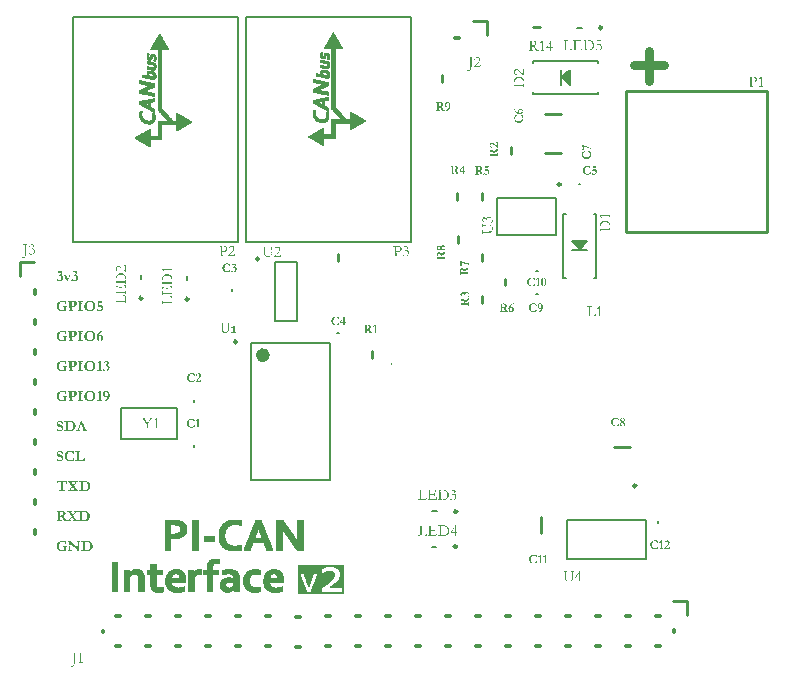
<source format=gto>
G04*
G04 #@! TF.GenerationSoftware,Altium Limited,Altium Designer,18.0.7 (293)*
G04*
G04 Layer_Color=65535*
%FSLAX25Y25*%
%MOIN*%
G70*
G01*
G75*
%ADD10C,0.00984*%
%ADD11C,0.02362*%
%ADD12C,0.01000*%
%ADD13C,0.00100*%
%ADD14C,0.00800*%
%ADD15C,0.00787*%
%ADD16C,0.03000*%
%ADD17C,0.01200*%
G36*
X123902Y234141D02*
Y234135D01*
X123908Y234112D01*
Y234088D01*
Y234065D01*
Y234059D01*
Y234048D01*
Y234018D01*
X123902Y233989D01*
X123891D01*
X123861Y233977D01*
X123815Y233966D01*
X123756Y233954D01*
X123633Y233919D01*
X123581Y233895D01*
X123534Y233878D01*
Y233872D01*
X123522Y233854D01*
X123516Y233837D01*
X123510Y233825D01*
X123499Y233802D01*
Y233796D01*
X123493Y233790D01*
X123487Y233773D01*
X123481Y233743D01*
X123469Y233714D01*
X123452Y233679D01*
X123434Y233632D01*
X123417Y233585D01*
X123393Y233527D01*
X123370Y233463D01*
X123311Y233322D01*
X123247Y233158D01*
X123165Y232977D01*
X122884Y232298D01*
Y232293D01*
X122879Y232275D01*
X122867Y232252D01*
X122855Y232228D01*
X122832Y232164D01*
X122820Y232140D01*
X122808Y232117D01*
Y232111D01*
X122802Y232105D01*
X122779Y232064D01*
X122756Y232017D01*
X122732Y231965D01*
X122522D01*
X122516Y231971D01*
X122504Y231994D01*
X122481Y232029D01*
X122457Y232082D01*
X122422Y232140D01*
X122387Y232216D01*
X122352Y232298D01*
X122311Y232386D01*
X121960Y233182D01*
Y233188D01*
X121954Y233193D01*
X121948Y233211D01*
X121937Y233234D01*
X121913Y233299D01*
X121872Y233381D01*
X121831Y233480D01*
X121779Y233591D01*
X121726Y233714D01*
X121662Y233843D01*
Y233849D01*
X121650Y233866D01*
X121644Y233890D01*
X121633Y233901D01*
X121621D01*
X121597Y233913D01*
X121562Y233919D01*
X121521Y233930D01*
X121480Y233942D01*
X121445Y233960D01*
X121410Y233972D01*
X121393Y233983D01*
Y233989D01*
Y234007D01*
X121387Y234030D01*
Y234053D01*
Y234059D01*
Y234083D01*
X121393Y234106D01*
X121404Y234135D01*
X121457D01*
X121995Y234123D01*
X122153Y234118D01*
X122498Y234135D01*
X122557D01*
X122563Y234129D01*
X122569Y234106D01*
X122574Y234083D01*
Y234059D01*
Y234053D01*
Y234036D01*
X122569Y234007D01*
X122563Y233966D01*
X122551D01*
X122528Y233960D01*
X122493Y233954D01*
X122446Y233948D01*
X122428D01*
X122405Y233942D01*
X122376Y233936D01*
X122323Y233925D01*
X122305Y233913D01*
X122288Y233907D01*
X122282D01*
X122276Y233901D01*
X122270Y233890D01*
X122264Y233878D01*
Y233872D01*
X122270Y233849D01*
X122282Y233814D01*
X122299Y233767D01*
X122305Y233761D01*
Y233749D01*
X122317Y233737D01*
X122323Y233714D01*
X122335Y233685D01*
X122352Y233644D01*
X122370Y233597D01*
X122376Y233585D01*
X122381Y233568D01*
X122387Y233550D01*
X122416Y233492D01*
X122457Y233410D01*
Y233404D01*
X122463Y233392D01*
X122475Y233369D01*
X122487Y233346D01*
X122504Y233310D01*
X122522Y233270D01*
X122563Y233182D01*
X122609Y233076D01*
X122656Y232971D01*
X122703Y232872D01*
X122738Y232778D01*
Y232772D01*
X122744Y232755D01*
X122756Y232731D01*
X122767Y232708D01*
X122791Y232644D01*
X122802Y232614D01*
X122814Y232585D01*
Y232591D01*
X122820Y232603D01*
X122832Y232626D01*
X122849Y232661D01*
X122867Y232702D01*
X122884Y232755D01*
X122908Y232813D01*
X122937Y232877D01*
X122960Y232954D01*
X122996Y233030D01*
X123025Y233117D01*
X123060Y233217D01*
X123095Y233316D01*
X123136Y233421D01*
X123171Y233539D01*
X123212Y233656D01*
Y233661D01*
X123218Y233685D01*
X123230Y233714D01*
X123241Y233755D01*
X123259Y233843D01*
X123270Y233884D01*
X123276Y233925D01*
X123270D01*
X123253Y233930D01*
X123224Y233936D01*
X123183Y233942D01*
X123142D01*
X123089Y233948D01*
X122990Y233954D01*
X122914D01*
Y233960D01*
Y233983D01*
Y234012D01*
Y234042D01*
Y234048D01*
Y234053D01*
Y234077D01*
X122919Y234106D01*
X122931Y234135D01*
X123025Y234147D01*
X123247Y234141D01*
X123452D01*
X123487Y234135D01*
X123621D01*
X123832Y234147D01*
X123873D01*
X123902Y234141D01*
D02*
G37*
G36*
X125330Y235411D02*
X125406Y235399D01*
X125488Y235381D01*
X125575Y235346D01*
X125663Y235305D01*
X125739Y235247D01*
X125745Y235241D01*
X125768Y235217D01*
X125798Y235182D01*
X125833Y235130D01*
X125868Y235065D01*
X125897Y234995D01*
X125921Y234913D01*
X125926Y234820D01*
Y234814D01*
Y234785D01*
X125921Y234750D01*
X125909Y234697D01*
X125897Y234638D01*
X125874Y234574D01*
X125839Y234504D01*
X125798Y234434D01*
X125792Y234428D01*
X125774Y234399D01*
X125739Y234363D01*
X125692Y234311D01*
X125634Y234252D01*
X125552Y234182D01*
X125458Y234112D01*
X125347Y234030D01*
X125435D01*
X125458Y234024D01*
X125523Y234018D01*
X125605Y233995D01*
X125692Y233966D01*
X125786Y233919D01*
X125880Y233849D01*
X125926Y233808D01*
X125967Y233761D01*
X125979Y233749D01*
X126002Y233714D01*
X126038Y233661D01*
X126078Y233585D01*
X126119Y233498D01*
X126154Y233398D01*
X126178Y233293D01*
X126190Y233176D01*
Y233164D01*
Y233129D01*
X126184Y233076D01*
X126172Y233006D01*
X126160Y232918D01*
X126137Y232825D01*
X126102Y232725D01*
X126061Y232614D01*
Y232608D01*
X126055Y232603D01*
X126038Y232568D01*
X126002Y232509D01*
X125961Y232445D01*
X125897Y232369D01*
X125821Y232287D01*
X125722Y232199D01*
X125610Y232123D01*
X125605D01*
X125593Y232117D01*
X125575Y232105D01*
X125552Y232094D01*
X125523Y232076D01*
X125482Y232064D01*
X125435Y232047D01*
X125388Y232029D01*
X125265Y231988D01*
X125131Y231959D01*
X124973Y231936D01*
X124797Y231930D01*
X124721D01*
X124680Y231936D01*
X124639Y231942D01*
X124534Y231953D01*
X124423Y231971D01*
X124306Y232000D01*
X124189Y232041D01*
X124090Y232094D01*
X124084Y232099D01*
X124066Y232111D01*
X124043Y232135D01*
X124013Y232164D01*
X123984Y232199D01*
X123961Y232240D01*
X123943Y232287D01*
X123937Y232339D01*
Y232345D01*
Y232357D01*
X123943Y232374D01*
X123949Y232398D01*
X123967Y232451D01*
X123984Y232480D01*
X124008Y232509D01*
X124013Y232515D01*
X124019Y232521D01*
X124037Y232532D01*
X124060Y232550D01*
X124119Y232573D01*
X124160Y232579D01*
X124201Y232585D01*
X124236D01*
X124259Y232579D01*
X124318Y232562D01*
X124382Y232532D01*
X124388D01*
X124399Y232521D01*
X124417Y232503D01*
X124446Y232486D01*
X124476Y232451D01*
X124517Y232410D01*
X124557Y232357D01*
X124610Y232293D01*
X124616Y232287D01*
X124622Y232275D01*
X124657Y232246D01*
X124698Y232205D01*
X124727Y232187D01*
X124750Y232175D01*
X124756D01*
X124768Y232170D01*
X124792Y232164D01*
X124815Y232152D01*
X124873Y232135D01*
X124926Y232129D01*
X124950D01*
X124979Y232135D01*
X125014Y232140D01*
X125055Y232152D01*
X125101Y232164D01*
X125154Y232187D01*
X125207Y232216D01*
X125213Y232222D01*
X125230Y232234D01*
X125259Y232257D01*
X125295Y232293D01*
X125330Y232333D01*
X125371Y232386D01*
X125412Y232451D01*
X125447Y232526D01*
X125452Y232538D01*
X125464Y232568D01*
X125476Y232614D01*
X125494Y232673D01*
X125511Y232749D01*
X125529Y232837D01*
X125534Y232930D01*
X125540Y233035D01*
Y233041D01*
Y233047D01*
Y233065D01*
Y233088D01*
X125534Y233141D01*
X125523Y233211D01*
X125499Y233293D01*
X125476Y233369D01*
X125435Y233451D01*
X125382Y233521D01*
X125376Y233527D01*
X125353Y233550D01*
X125324Y233579D01*
X125283Y233615D01*
X125230Y233644D01*
X125178Y233673D01*
X125113Y233697D01*
X125043Y233702D01*
X125020D01*
X124990Y233697D01*
X124955Y233691D01*
X124908Y233673D01*
X124856Y233656D01*
X124797Y233626D01*
X124733Y233585D01*
X124727Y233591D01*
X124721Y233603D01*
X124686Y233638D01*
X124645Y233691D01*
X124604Y233737D01*
X124610Y233743D01*
X124628Y233755D01*
X124651Y233773D01*
X124680Y233796D01*
X124721Y233825D01*
X124762Y233860D01*
X124862Y233936D01*
X124967Y234024D01*
X125072Y234118D01*
X125166Y234211D01*
X125201Y234252D01*
X125236Y234293D01*
X125242Y234299D01*
X125254Y234317D01*
X125271Y234346D01*
X125289Y234381D01*
X125306Y234428D01*
X125324Y234480D01*
X125336Y234533D01*
X125341Y234592D01*
Y234597D01*
Y234621D01*
X125336Y234650D01*
X125324Y234691D01*
X125312Y234738D01*
X125289Y234785D01*
X125259Y234837D01*
X125219Y234884D01*
X125213Y234890D01*
X125195Y234902D01*
X125172Y234925D01*
X125143Y234948D01*
X125101Y234966D01*
X125055Y234989D01*
X125002Y235001D01*
X124944Y235007D01*
X124914D01*
X124891Y235001D01*
X124832Y234989D01*
X124756Y234960D01*
X124663Y234913D01*
X124616Y234884D01*
X124569Y234843D01*
X124517Y234802D01*
X124470Y234750D01*
X124417Y234691D01*
X124370Y234621D01*
X124206Y234709D01*
Y234714D01*
X124212Y234720D01*
X124230Y234755D01*
X124253Y234802D01*
X124283Y234861D01*
X124318Y234925D01*
X124359Y234995D01*
X124405Y235054D01*
X124446Y235112D01*
X124452Y235118D01*
X124470Y235136D01*
X124499Y235159D01*
X124534Y235194D01*
X124587Y235229D01*
X124645Y235270D01*
X124715Y235311D01*
X124792Y235346D01*
X124797Y235352D01*
X124821Y235358D01*
X124856Y235370D01*
X124908Y235387D01*
X124967Y235399D01*
X125043Y235411D01*
X125125Y235416D01*
X125213Y235422D01*
X125271D01*
X125330Y235411D01*
D02*
G37*
G36*
X120392D02*
X120468Y235399D01*
X120550Y235381D01*
X120638Y235346D01*
X120726Y235305D01*
X120802Y235247D01*
X120808Y235241D01*
X120831Y235217D01*
X120860Y235182D01*
X120895Y235130D01*
X120931Y235065D01*
X120960Y234995D01*
X120983Y234913D01*
X120989Y234820D01*
Y234814D01*
Y234785D01*
X120983Y234750D01*
X120972Y234697D01*
X120960Y234638D01*
X120936Y234574D01*
X120901Y234504D01*
X120860Y234434D01*
X120854Y234428D01*
X120837Y234399D01*
X120802Y234363D01*
X120755Y234311D01*
X120696Y234252D01*
X120615Y234182D01*
X120521Y234112D01*
X120410Y234030D01*
X120498D01*
X120521Y234024D01*
X120585Y234018D01*
X120667Y233995D01*
X120755Y233966D01*
X120849Y233919D01*
X120942Y233849D01*
X120989Y233808D01*
X121030Y233761D01*
X121042Y233749D01*
X121065Y233714D01*
X121100Y233661D01*
X121141Y233585D01*
X121182Y233498D01*
X121217Y233398D01*
X121241Y233293D01*
X121252Y233176D01*
Y233164D01*
Y233129D01*
X121246Y233076D01*
X121235Y233006D01*
X121223Y232918D01*
X121200Y232825D01*
X121165Y232725D01*
X121124Y232614D01*
Y232608D01*
X121118Y232603D01*
X121100Y232568D01*
X121065Y232509D01*
X121024Y232445D01*
X120960Y232369D01*
X120884Y232287D01*
X120784Y232199D01*
X120673Y232123D01*
X120667D01*
X120656Y232117D01*
X120638Y232105D01*
X120615Y232094D01*
X120585Y232076D01*
X120544Y232064D01*
X120498Y232047D01*
X120451Y232029D01*
X120328Y231988D01*
X120193Y231959D01*
X120035Y231936D01*
X119860Y231930D01*
X119784D01*
X119743Y231936D01*
X119702Y231942D01*
X119597Y231953D01*
X119485Y231971D01*
X119369Y232000D01*
X119252Y232041D01*
X119152Y232094D01*
X119146Y232099D01*
X119129Y232111D01*
X119105Y232135D01*
X119076Y232164D01*
X119047Y232199D01*
X119023Y232240D01*
X119006Y232287D01*
X119000Y232339D01*
Y232345D01*
Y232357D01*
X119006Y232374D01*
X119012Y232398D01*
X119029Y232451D01*
X119047Y232480D01*
X119070Y232509D01*
X119076Y232515D01*
X119082Y232521D01*
X119099Y232532D01*
X119123Y232550D01*
X119181Y232573D01*
X119222Y232579D01*
X119263Y232585D01*
X119298D01*
X119322Y232579D01*
X119380Y232562D01*
X119445Y232532D01*
X119450D01*
X119462Y232521D01*
X119480Y232503D01*
X119509Y232486D01*
X119538Y232451D01*
X119579Y232410D01*
X119620Y232357D01*
X119673Y232293D01*
X119679Y232287D01*
X119684Y232275D01*
X119720Y232246D01*
X119761Y232205D01*
X119790Y232187D01*
X119813Y232175D01*
X119819D01*
X119831Y232170D01*
X119854Y232164D01*
X119878Y232152D01*
X119936Y232135D01*
X119989Y232129D01*
X120012D01*
X120041Y232135D01*
X120076Y232140D01*
X120117Y232152D01*
X120164Y232164D01*
X120217Y232187D01*
X120270Y232216D01*
X120275Y232222D01*
X120293Y232234D01*
X120322Y232257D01*
X120357Y232293D01*
X120392Y232333D01*
X120433Y232386D01*
X120474Y232451D01*
X120509Y232526D01*
X120515Y232538D01*
X120527Y232568D01*
X120539Y232614D01*
X120556Y232673D01*
X120574Y232749D01*
X120591Y232837D01*
X120597Y232930D01*
X120603Y233035D01*
Y233041D01*
Y233047D01*
Y233065D01*
Y233088D01*
X120597Y233141D01*
X120585Y233211D01*
X120562Y233293D01*
X120539Y233369D01*
X120498Y233451D01*
X120445Y233521D01*
X120439Y233527D01*
X120416Y233550D01*
X120386Y233579D01*
X120345Y233615D01*
X120293Y233644D01*
X120240Y233673D01*
X120176Y233697D01*
X120106Y233702D01*
X120082D01*
X120053Y233697D01*
X120018Y233691D01*
X119971Y233673D01*
X119919Y233656D01*
X119860Y233626D01*
X119796Y233585D01*
X119790Y233591D01*
X119784Y233603D01*
X119749Y233638D01*
X119708Y233691D01*
X119667Y233737D01*
X119673Y233743D01*
X119690Y233755D01*
X119714Y233773D01*
X119743Y233796D01*
X119784Y233825D01*
X119825Y233860D01*
X119924Y233936D01*
X120030Y234024D01*
X120135Y234118D01*
X120229Y234211D01*
X120264Y234252D01*
X120299Y234293D01*
X120305Y234299D01*
X120316Y234317D01*
X120334Y234346D01*
X120351Y234381D01*
X120369Y234428D01*
X120386Y234480D01*
X120398Y234533D01*
X120404Y234592D01*
Y234597D01*
Y234621D01*
X120398Y234650D01*
X120386Y234691D01*
X120375Y234738D01*
X120351Y234785D01*
X120322Y234837D01*
X120281Y234884D01*
X120275Y234890D01*
X120258Y234902D01*
X120234Y234925D01*
X120205Y234948D01*
X120164Y234966D01*
X120117Y234989D01*
X120065Y235001D01*
X120006Y235007D01*
X119977D01*
X119954Y235001D01*
X119895Y234989D01*
X119819Y234960D01*
X119725Y234913D01*
X119679Y234884D01*
X119632Y234843D01*
X119579Y234802D01*
X119532Y234750D01*
X119480Y234691D01*
X119433Y234621D01*
X119269Y234709D01*
Y234714D01*
X119275Y234720D01*
X119292Y234755D01*
X119316Y234802D01*
X119345Y234861D01*
X119380Y234925D01*
X119421Y234995D01*
X119468Y235054D01*
X119509Y235112D01*
X119515Y235118D01*
X119532Y235136D01*
X119562Y235159D01*
X119597Y235194D01*
X119649Y235229D01*
X119708Y235270D01*
X119778Y235311D01*
X119854Y235346D01*
X119860Y235352D01*
X119883Y235358D01*
X119919Y235370D01*
X119971Y235387D01*
X120030Y235399D01*
X120106Y235411D01*
X120188Y235416D01*
X120275Y235422D01*
X120334D01*
X120392Y235411D01*
D02*
G37*
G36*
X127787Y225393D02*
X127793Y225370D01*
Y225340D01*
Y225311D01*
Y225305D01*
Y225282D01*
X127787Y225247D01*
X127781Y225200D01*
X127775D01*
X127763Y225194D01*
X127740Y225188D01*
X127717Y225177D01*
X127681Y225165D01*
X127640Y225153D01*
X127547Y225130D01*
X127541D01*
X127524Y225124D01*
X127500Y225118D01*
X127471Y225112D01*
X127395Y225089D01*
X127324Y225065D01*
Y225054D01*
X127319Y225036D01*
Y225019D01*
Y224989D01*
X127313Y224954D01*
Y224919D01*
Y224872D01*
Y224867D01*
Y224855D01*
Y224831D01*
Y224808D01*
Y224749D01*
X127319Y224691D01*
Y224685D01*
Y224674D01*
Y224650D01*
Y224621D01*
Y224580D01*
Y224539D01*
Y224439D01*
X127313Y224334D01*
Y224217D01*
Y224112D01*
Y224012D01*
Y223328D01*
X127301Y222983D01*
X127313Y222462D01*
X127307Y222363D01*
Y222357D01*
Y222345D01*
X127313Y222328D01*
X127319Y222304D01*
X127324D01*
X127348Y222298D01*
X127377Y222292D01*
X127412Y222287D01*
X127459Y222275D01*
X127506Y222269D01*
X127605Y222257D01*
X127623D01*
X127635Y222252D01*
X127652D01*
X127681Y222246D01*
X127717Y222240D01*
X127763Y222234D01*
Y222228D01*
Y222222D01*
X127769Y222187D01*
X127775Y222146D01*
Y222105D01*
Y222099D01*
Y222082D01*
Y222059D01*
X127769Y222018D01*
X127734D01*
X127717Y222012D01*
X127588D01*
X127553Y222018D01*
X127541D01*
X127524Y222023D01*
X127494D01*
X127453Y222029D01*
X127395Y222035D01*
X127313Y222041D01*
X127260Y222047D01*
X127208Y222053D01*
X126745Y222059D01*
X126687D01*
X126646Y222053D01*
X126587D01*
X126523Y222047D01*
X126441Y222041D01*
X126348Y222029D01*
X126318D01*
X126289Y222023D01*
X126254D01*
X126178Y222018D01*
X126149Y222012D01*
X126125D01*
Y222199D01*
X126137Y222205D01*
X126166Y222211D01*
X126190Y222216D01*
X126219Y222228D01*
X126254Y222234D01*
X126295Y222246D01*
X126301D01*
X126324Y222252D01*
X126353Y222263D01*
X126389Y222269D01*
X126470Y222298D01*
X126511Y222310D01*
X126547Y222328D01*
Y222333D01*
X126552Y222345D01*
X126564Y222363D01*
X126576Y222386D01*
X126582Y222421D01*
X126593Y222456D01*
X126599Y222503D01*
Y222556D01*
X126593Y222860D01*
X126599Y223451D01*
Y223591D01*
Y223597D01*
Y223615D01*
Y223638D01*
X126605Y223673D01*
Y223714D01*
Y223755D01*
X126611Y223849D01*
Y223948D01*
X126617Y224036D01*
Y224071D01*
Y224094D01*
Y224118D01*
Y224124D01*
X126611Y224469D01*
X126617Y224609D01*
X126611Y224907D01*
X126605Y225019D01*
Y225024D01*
X126599Y225036D01*
X126593Y225065D01*
X126582Y225100D01*
X126576D01*
X126564Y225106D01*
X126535Y225118D01*
X126500Y225124D01*
X126453Y225136D01*
X126394Y225147D01*
X126318Y225159D01*
X126236Y225165D01*
X126172D01*
X126149Y225171D01*
X126143Y225399D01*
X126886Y225364D01*
X127173D01*
X127243Y225370D01*
X127324D01*
X127430Y225376D01*
X127547Y225381D01*
X127576D01*
X127611Y225387D01*
X127646D01*
X127728Y225393D01*
X127763Y225399D01*
X127787D01*
Y225393D01*
D02*
G37*
G36*
X134350Y225411D02*
Y225405D01*
X134345Y225387D01*
X134339Y225364D01*
X134333Y225329D01*
X134321Y225288D01*
X134315Y225241D01*
X134292Y225141D01*
X134263Y225036D01*
X134239Y224937D01*
X134222Y224896D01*
X134210Y224855D01*
X134204Y224826D01*
X134193Y224808D01*
X134187Y224802D01*
X134175Y224779D01*
X134151Y224761D01*
X134128Y224749D01*
X134081D01*
X134029Y224744D01*
X133912D01*
X133859Y224738D01*
X133730D01*
X133561Y224732D01*
X133491D01*
X133438Y224738D01*
X133362D01*
X133315Y224744D01*
X133034D01*
Y224738D01*
Y224732D01*
Y224703D01*
X133028Y224668D01*
Y224638D01*
X133011Y224299D01*
X132999Y224053D01*
X133005D01*
X133017Y224065D01*
X133040Y224071D01*
X133075Y224083D01*
X133151Y224112D01*
X133239Y224135D01*
X133245D01*
X133262Y224141D01*
X133286Y224147D01*
X133315Y224153D01*
X133356D01*
X133397Y224159D01*
X133491Y224165D01*
X133526D01*
X133561Y224159D01*
X133613Y224153D01*
X133672Y224147D01*
X133736Y224135D01*
X133800Y224112D01*
X133871Y224089D01*
X133877Y224083D01*
X133900Y224077D01*
X133935Y224059D01*
X133982Y224036D01*
X134035Y224001D01*
X134087Y223966D01*
X134146Y223925D01*
X134198Y223872D01*
X134204Y223866D01*
X134216Y223854D01*
X134239Y223831D01*
X134263Y223796D01*
X134292Y223761D01*
X134327Y223714D01*
X134368Y223656D01*
X134403Y223597D01*
X134409Y223591D01*
X134415Y223574D01*
X134426Y223556D01*
X134438Y223527D01*
X134467Y223463D01*
X134473Y223433D01*
X134479Y223410D01*
Y223398D01*
X134485Y223375D01*
X134491Y223340D01*
X134497Y223293D01*
X134502Y223252D01*
X134508Y223211D01*
X134514Y223182D01*
Y223164D01*
Y223158D01*
Y223129D01*
Y223094D01*
X134508Y223047D01*
X134502Y222989D01*
X134497Y222930D01*
X134467Y222801D01*
Y222796D01*
X134462Y222772D01*
X134444Y222737D01*
X134426Y222696D01*
X134403Y222638D01*
X134374Y222579D01*
X134333Y222509D01*
X134280Y222433D01*
X134274Y222427D01*
X134257Y222404D01*
X134228Y222369D01*
X134193Y222322D01*
X134110Y222228D01*
X134064Y222187D01*
X134017Y222152D01*
X134011Y222146D01*
X133988Y222134D01*
X133953Y222111D01*
X133906Y222088D01*
X133847Y222059D01*
X133783Y222035D01*
X133707Y222012D01*
X133631Y221988D01*
X133619D01*
X133596Y221983D01*
X133549Y221977D01*
X133491Y221965D01*
X133420Y221959D01*
X133333Y221947D01*
X133233Y221941D01*
X133069D01*
X133005Y221953D01*
X132923Y221965D01*
X132829Y221983D01*
X132736Y222012D01*
X132636Y222053D01*
X132543Y222105D01*
X132537Y222111D01*
X132519Y222123D01*
X132496Y222146D01*
X132473Y222176D01*
X132449Y222211D01*
X132426Y222252D01*
X132408Y222304D01*
X132402Y222357D01*
Y222363D01*
Y222374D01*
X132408Y222398D01*
X132414Y222421D01*
X132437Y222486D01*
X132455Y222521D01*
X132484Y222550D01*
X132490Y222556D01*
X132502Y222562D01*
X132519Y222573D01*
X132543Y222591D01*
X132601Y222620D01*
X132642Y222626D01*
X132683Y222632D01*
X132689D01*
X132718Y222626D01*
X132753Y222620D01*
X132800Y222603D01*
X132859Y222573D01*
X132923Y222532D01*
X132987Y222474D01*
X133057Y222392D01*
X133063Y222386D01*
X133075Y222369D01*
X133098Y222345D01*
X133122Y222316D01*
X133175Y222263D01*
X133204Y222240D01*
X133227Y222222D01*
X133233D01*
X133245Y222216D01*
X133262Y222211D01*
X133286Y222199D01*
X133350Y222181D01*
X133426Y222176D01*
X133449D01*
X133479Y222181D01*
X133520Y222187D01*
X133561Y222199D01*
X133607Y222211D01*
X133660Y222234D01*
X133713Y222263D01*
X133719Y222269D01*
X133736Y222281D01*
X133765Y222298D01*
X133795Y222328D01*
X133836Y222369D01*
X133871Y222415D01*
X133912Y222468D01*
X133947Y222532D01*
X133953Y222538D01*
X133964Y222562D01*
X133976Y222603D01*
X133994Y222643D01*
X134011Y222696D01*
X134029Y222755D01*
X134035Y222819D01*
X134040Y222878D01*
Y222883D01*
Y222889D01*
Y222924D01*
X134029Y222971D01*
X134017Y223035D01*
X133994Y223112D01*
X133964Y223188D01*
X133917Y223270D01*
X133853Y223345D01*
X133847Y223351D01*
X133818Y223375D01*
X133783Y223410D01*
X133730Y223445D01*
X133660Y223480D01*
X133584Y223515D01*
X133502Y223538D01*
X133408Y223544D01*
X133362D01*
X133327Y223538D01*
X133251Y223533D01*
X133175Y223509D01*
X133163Y223503D01*
X133151Y223498D01*
X133134Y223492D01*
X133110Y223474D01*
X133081Y223457D01*
X133040Y223433D01*
X132993Y223404D01*
X132882Y223328D01*
X132876D01*
X132864Y223322D01*
X132824Y223316D01*
X132818D01*
X132800Y223322D01*
X132777Y223328D01*
X132759Y223340D01*
Y223345D01*
X132753Y223351D01*
X132747Y223369D01*
X132742Y223387D01*
X132771Y224211D01*
Y224223D01*
Y224246D01*
Y224276D01*
Y224311D01*
Y224322D01*
Y224334D01*
X132777Y224352D01*
Y224381D01*
Y224422D01*
X132783Y224469D01*
Y224527D01*
Y224533D01*
Y224556D01*
Y224586D01*
X132788Y224627D01*
Y224709D01*
X132794Y224744D01*
Y224779D01*
Y224785D01*
Y224796D01*
Y224820D01*
X132800Y224843D01*
Y224907D01*
X132806Y224966D01*
Y224978D01*
Y225001D01*
Y225030D01*
Y225065D01*
Y225071D01*
X132812Y225083D01*
Y225100D01*
Y225118D01*
Y225212D01*
Y225218D01*
Y225223D01*
X132824Y225247D01*
X132847Y225276D01*
X132864Y225288D01*
X132894Y225299D01*
X132905Y225305D01*
X132929D01*
X132964Y225311D01*
X133052D01*
X133087Y225317D01*
X133309D01*
X133906Y225305D01*
X133982D01*
X134040Y225311D01*
X134070Y225317D01*
X134087Y225323D01*
X134093Y225329D01*
X134110Y225340D01*
X134134Y225370D01*
X134157Y225411D01*
X134257Y225416D01*
X134304D01*
X134350Y225411D01*
D02*
G37*
G36*
X120989Y225440D02*
X121024Y225434D01*
X121065Y225428D01*
X121118D01*
X121182Y225422D01*
X121258Y225416D01*
X121346Y225411D01*
X121445Y225393D01*
X121551Y225376D01*
X121656Y225346D01*
X121662D01*
X121668Y225340D01*
X121703Y225335D01*
X121755Y225317D01*
X121814Y225294D01*
X121890Y225270D01*
X121966Y225235D01*
X122042Y225200D01*
X122112Y225159D01*
Y225153D01*
X122118Y225141D01*
X122124Y225124D01*
X122130Y225095D01*
X122136Y225054D01*
X122142Y225001D01*
X122153Y224937D01*
X122159Y224861D01*
Y224849D01*
X122165Y224826D01*
Y224785D01*
X122171Y224738D01*
X122177Y224633D01*
X122182Y224580D01*
Y224539D01*
Y224533D01*
Y224510D01*
X122171Y224480D01*
X122159Y224445D01*
X122095D01*
X122036Y224451D01*
X121972Y224463D01*
Y224469D01*
X121966Y224475D01*
X121943Y224510D01*
X121907Y224562D01*
X121861Y224627D01*
X121814Y224691D01*
X121767Y224749D01*
X121726Y224808D01*
X121691Y224843D01*
X121685Y224849D01*
X121662Y224867D01*
X121633Y224896D01*
X121586Y224931D01*
X121527Y224972D01*
X121463Y225013D01*
X121387Y225054D01*
X121305Y225095D01*
X121299Y225100D01*
X121276Y225106D01*
X121241Y225118D01*
X121188Y225136D01*
X121129Y225147D01*
X121065Y225159D01*
X120989Y225165D01*
X120907Y225171D01*
X120866D01*
X120837Y225165D01*
X120796Y225159D01*
X120755Y225147D01*
X120650Y225124D01*
X120533Y225077D01*
X120468Y225042D01*
X120404Y225007D01*
X120340Y224960D01*
X120275Y224907D01*
X120211Y224849D01*
X120147Y224779D01*
X120141Y224773D01*
X120135Y224761D01*
X120117Y224738D01*
X120094Y224709D01*
X120071Y224662D01*
X120041Y224615D01*
X120012Y224556D01*
X119983Y224486D01*
X119954Y224410D01*
X119924Y224322D01*
X119895Y224229D01*
X119872Y224124D01*
X119848Y224012D01*
X119831Y223890D01*
X119825Y223761D01*
X119819Y223620D01*
Y223615D01*
Y223603D01*
Y223585D01*
Y223556D01*
X119825Y223527D01*
Y223486D01*
X119837Y223398D01*
X119848Y223287D01*
X119872Y223170D01*
X119901Y223047D01*
X119942Y222918D01*
Y222913D01*
X119948Y222901D01*
X119954Y222883D01*
X119965Y222860D01*
X119994Y222801D01*
X120041Y222725D01*
X120094Y222638D01*
X120158Y222550D01*
X120240Y222462D01*
X120328Y222386D01*
X120334D01*
X120340Y222380D01*
X120375Y222357D01*
X120427Y222328D01*
X120503Y222292D01*
X120591Y222252D01*
X120691Y222222D01*
X120808Y222199D01*
X120936Y222193D01*
X121001D01*
X121047Y222199D01*
X121100Y222205D01*
X121159Y222211D01*
X121293Y222234D01*
X121299D01*
X121311Y222240D01*
X121328Y222246D01*
X121346Y222252D01*
X121398Y222281D01*
X121451Y222316D01*
X121457Y222322D01*
X121475Y222345D01*
X121492Y222386D01*
X121504Y222439D01*
Y222445D01*
X121510Y222468D01*
Y222503D01*
X121516Y222550D01*
X121521Y222614D01*
Y222685D01*
X121527Y222772D01*
Y222872D01*
Y222878D01*
Y222883D01*
Y222913D01*
Y222959D01*
Y223018D01*
X121521Y223141D01*
Y223193D01*
X121516Y223240D01*
Y223246D01*
X121504Y223258D01*
X121492Y223275D01*
X121480Y223287D01*
X121475D01*
X121463Y223299D01*
X121428Y223310D01*
X121404Y223316D01*
X121375Y223328D01*
X121141Y223392D01*
X121129Y223398D01*
X121106Y223404D01*
X121071Y223416D01*
X121047Y223433D01*
Y223439D01*
Y223451D01*
Y223468D01*
Y223486D01*
Y223492D01*
Y223509D01*
X121053Y223544D01*
X121065Y223585D01*
X121071Y223591D01*
X121088Y223597D01*
X121112Y223603D01*
X121299D01*
X121375Y223597D01*
X121457Y223591D01*
X121539Y223585D01*
X121621Y223580D01*
X122188D01*
X122364Y223585D01*
X122493D01*
X122539Y223580D01*
Y223568D01*
X122545Y223544D01*
Y223503D01*
Y223468D01*
Y223463D01*
Y223451D01*
X122533Y223427D01*
X122522Y223404D01*
X122516Y223398D01*
X122487Y223387D01*
X122469Y223375D01*
X122440Y223363D01*
X122411Y223351D01*
X122370Y223334D01*
X122364D01*
X122352Y223328D01*
X122317Y223316D01*
X122276Y223299D01*
X122258Y223287D01*
X122253Y223281D01*
X122247Y223275D01*
X122241Y223270D01*
X122229Y223246D01*
X122223Y223217D01*
Y223205D01*
Y223188D01*
Y223164D01*
X122218Y223123D01*
Y223071D01*
Y223000D01*
Y222913D01*
Y222907D01*
Y222901D01*
Y222866D01*
Y222813D01*
Y222749D01*
Y222685D01*
Y222626D01*
X122212Y222579D01*
Y222556D01*
Y222544D01*
Y222538D01*
Y222515D01*
Y222480D01*
Y222445D01*
X122206Y222404D01*
Y222374D01*
Y222345D01*
Y222328D01*
Y222322D01*
Y222310D01*
X122200Y222275D01*
X122194Y222234D01*
X122188Y222216D01*
X122177Y222205D01*
X122171Y222199D01*
X122159Y222193D01*
X122136Y222176D01*
X122095Y222158D01*
X122036Y222134D01*
X122001Y222123D01*
X121954Y222105D01*
X121907Y222094D01*
X121855Y222076D01*
X121796Y222059D01*
X121726Y222041D01*
X121720D01*
X121709Y222035D01*
X121685D01*
X121662Y222029D01*
X121621Y222023D01*
X121580Y222012D01*
X121527Y222006D01*
X121475Y222000D01*
X121346Y221983D01*
X121194Y221965D01*
X121030Y221959D01*
X120849Y221953D01*
X120790D01*
X120726Y221959D01*
X120638D01*
X120544Y221965D01*
X120439Y221977D01*
X120334Y221988D01*
X120234Y222006D01*
X120223D01*
X120193Y222018D01*
X120141Y222029D01*
X120082Y222047D01*
X120012Y222070D01*
X119942Y222099D01*
X119866Y222134D01*
X119796Y222170D01*
X119784Y222176D01*
X119755Y222193D01*
X119708Y222228D01*
X119649Y222269D01*
X119585Y222322D01*
X119515Y222380D01*
X119445Y222445D01*
X119374Y222521D01*
X119369Y222532D01*
X119345Y222556D01*
X119316Y222603D01*
X119281Y222655D01*
X119240Y222725D01*
X119193Y222801D01*
X119152Y222889D01*
X119117Y222977D01*
Y222983D01*
X119111Y222994D01*
X119105Y223012D01*
X119099Y223035D01*
X119088Y223065D01*
X119082Y223100D01*
X119059Y223188D01*
X119035Y223293D01*
X119018Y223410D01*
X119006Y223533D01*
X119000Y223661D01*
Y223667D01*
Y223679D01*
Y223696D01*
X119006Y223726D01*
Y223761D01*
X119012Y223802D01*
X119023Y223901D01*
X119041Y224018D01*
X119076Y224147D01*
X119117Y224287D01*
X119176Y224434D01*
Y224439D01*
X119181Y224445D01*
X119199Y224480D01*
X119228Y224533D01*
X119269Y224603D01*
X119322Y224679D01*
X119380Y224767D01*
X119456Y224855D01*
X119538Y224942D01*
X119550Y224954D01*
X119579Y224978D01*
X119632Y225024D01*
X119702Y225071D01*
X119784Y225130D01*
X119883Y225194D01*
X120000Y225253D01*
X120123Y225305D01*
X120129D01*
X120141Y225311D01*
X120158Y225317D01*
X120188Y225329D01*
X120217Y225340D01*
X120258Y225352D01*
X120351Y225376D01*
X120468Y225399D01*
X120597Y225422D01*
X120743Y225440D01*
X120895Y225446D01*
X120936D01*
X120989Y225440D01*
D02*
G37*
G36*
X123388Y225364D02*
X123662Y225370D01*
X123891D01*
X123955Y225376D01*
X124142D01*
X124259Y225381D01*
X124265D01*
X124288Y225387D01*
X124323D01*
X124364Y225393D01*
X124446Y225399D01*
X124616D01*
X124692Y225393D01*
X124768Y225387D01*
X124850Y225381D01*
X124926Y225370D01*
X124996Y225358D01*
X125008D01*
X125037Y225346D01*
X125084Y225335D01*
X125143Y225317D01*
X125207Y225294D01*
X125277Y225264D01*
X125341Y225229D01*
X125400Y225188D01*
X125406Y225182D01*
X125423Y225171D01*
X125452Y225141D01*
X125488Y225106D01*
X125529Y225060D01*
X125575Y225007D01*
X125616Y224942D01*
X125657Y224867D01*
X125663Y224855D01*
X125675Y224831D01*
X125692Y224791D01*
X125716Y224738D01*
X125733Y224679D01*
X125751Y224615D01*
X125763Y224545D01*
X125768Y224475D01*
Y224469D01*
Y224457D01*
Y224434D01*
X125763Y224398D01*
Y224363D01*
X125751Y224317D01*
X125733Y224217D01*
X125698Y224100D01*
X125646Y223977D01*
X125616Y223913D01*
X125575Y223854D01*
X125534Y223796D01*
X125482Y223743D01*
X125476Y223737D01*
X125470Y223732D01*
X125452Y223720D01*
X125429Y223702D01*
X125400Y223679D01*
X125371Y223656D01*
X125283Y223603D01*
X125178Y223550D01*
X125055Y223509D01*
X124920Y223474D01*
X124844Y223468D01*
X124762Y223463D01*
X124710D01*
X124669Y223468D01*
X124622D01*
X124575Y223480D01*
X124470Y223498D01*
X124464D01*
X124446Y223503D01*
X124423Y223515D01*
X124388Y223527D01*
X124306Y223562D01*
X124218Y223609D01*
Y223615D01*
Y223620D01*
X124212Y223638D01*
Y223661D01*
Y223691D01*
X124206Y223726D01*
Y223767D01*
Y223814D01*
X124242D01*
X124277Y223808D01*
X124441D01*
X124481Y223814D01*
X124534Y223825D01*
X124593Y223837D01*
X124657Y223854D01*
X124721Y223884D01*
X124780Y223925D01*
X124792Y223931D01*
X124815Y223954D01*
X124844Y223995D01*
X124885Y224047D01*
X124920Y224118D01*
X124955Y224211D01*
X124979Y224317D01*
X124985Y224439D01*
Y224445D01*
Y224451D01*
Y224480D01*
X124979Y224527D01*
X124973Y224586D01*
X124961Y224656D01*
X124950Y224726D01*
X124926Y224791D01*
X124897Y224855D01*
X124891Y224861D01*
X124879Y224884D01*
X124862Y224907D01*
X124838Y224942D01*
X124774Y225019D01*
X124733Y225054D01*
X124686Y225077D01*
X124680Y225083D01*
X124657Y225089D01*
X124622Y225100D01*
X124575Y225118D01*
X124522Y225136D01*
X124458Y225147D01*
X124388Y225153D01*
X124312Y225159D01*
X124248D01*
X124201Y225153D01*
X124107Y225136D01*
X124066Y225118D01*
X124031Y225100D01*
Y225095D01*
X124019Y225077D01*
X124002Y225036D01*
X124025Y223808D01*
X124019Y223702D01*
Y223591D01*
Y223585D01*
X124025Y223568D01*
Y223533D01*
Y223486D01*
Y223270D01*
Y222930D01*
Y222521D01*
Y222515D01*
Y222503D01*
Y222486D01*
Y222462D01*
X124031Y222427D01*
Y222392D01*
Y222345D01*
X124037Y222292D01*
X124557Y222228D01*
Y222216D01*
X124563Y222193D01*
X124569Y222158D01*
Y222129D01*
Y222123D01*
Y222099D01*
X124563Y222064D01*
X124552Y222018D01*
X124517D01*
X124481Y222012D01*
X124388D01*
X124347Y222018D01*
X124294D01*
X124224Y222023D01*
X124148Y222029D01*
X124136D01*
X124107Y222035D01*
X124060D01*
X124002Y222041D01*
X123926Y222047D01*
X123844D01*
X123750Y222053D01*
X123528D01*
X123446Y222047D01*
X123352Y222041D01*
X123253Y222035D01*
X123031Y222012D01*
X123019D01*
X122990Y222006D01*
X122943Y222000D01*
X122873D01*
Y222006D01*
Y222012D01*
Y222041D01*
X122867Y222076D01*
Y222105D01*
Y222111D01*
Y222123D01*
Y222146D01*
Y222176D01*
X123025Y222228D01*
X123031D01*
X123054Y222234D01*
X123083Y222246D01*
X123124Y222263D01*
X123212Y222298D01*
X123306Y222345D01*
Y222351D01*
X123311Y222357D01*
X123323Y222392D01*
X123329Y222439D01*
X123335Y222486D01*
Y222491D01*
Y222503D01*
Y222521D01*
X123329Y222544D01*
Y222550D01*
Y222562D01*
Y222579D01*
Y222603D01*
Y222638D01*
Y222673D01*
Y222720D01*
Y222772D01*
X123317Y223503D01*
X123288Y224328D01*
Y224334D01*
Y224352D01*
Y224381D01*
Y224422D01*
X123282Y224469D01*
Y224516D01*
X123276Y224633D01*
Y224744D01*
X123270Y224796D01*
Y224849D01*
Y224890D01*
X123265Y224925D01*
Y224948D01*
Y224966D01*
Y224972D01*
X123259Y224978D01*
X123247Y225007D01*
X123224Y225042D01*
X123195Y225077D01*
X123189Y225083D01*
X123159Y225100D01*
X123118Y225124D01*
X123083Y225136D01*
X123048Y225141D01*
X123037D01*
X123013Y225147D01*
X122978Y225153D01*
X122937Y225165D01*
X122844Y225188D01*
X122802Y225194D01*
X122767Y225206D01*
Y225405D01*
X123388Y225364D01*
D02*
G37*
G36*
X130209Y225446D02*
X130255D01*
X130314Y225440D01*
X130372Y225434D01*
X130443Y225428D01*
X130589Y225399D01*
X130741Y225364D01*
X130905Y225317D01*
X131057Y225247D01*
X131063D01*
X131074Y225235D01*
X131098Y225223D01*
X131121Y225212D01*
X131156Y225188D01*
X131197Y225165D01*
X131285Y225100D01*
X131384Y225024D01*
X131490Y224931D01*
X131589Y224820D01*
X131683Y224697D01*
X131689Y224691D01*
X131694Y224679D01*
X131712Y224650D01*
X131730Y224621D01*
X131753Y224580D01*
X131776Y224527D01*
X131806Y224475D01*
X131835Y224410D01*
X131888Y224270D01*
X131934Y224112D01*
X131969Y223936D01*
X131975Y223849D01*
X131981Y223755D01*
Y223749D01*
Y223720D01*
X131975Y223685D01*
Y223632D01*
X131964Y223568D01*
X131952Y223492D01*
X131940Y223410D01*
X131917Y223322D01*
X131893Y223223D01*
X131858Y223123D01*
X131817Y223018D01*
X131771Y222913D01*
X131712Y222801D01*
X131642Y222696D01*
X131566Y222591D01*
X131478Y222491D01*
X131472Y222486D01*
X131455Y222468D01*
X131425Y222445D01*
X131384Y222410D01*
X131338Y222369D01*
X131273Y222328D01*
X131203Y222281D01*
X131115Y222234D01*
X131022Y222181D01*
X130922Y222134D01*
X130805Y222094D01*
X130682Y222053D01*
X130548Y222018D01*
X130402Y221994D01*
X130250Y221977D01*
X130086Y221971D01*
X130010D01*
X129951Y221977D01*
X129893D01*
X129823Y221983D01*
X129676Y222000D01*
X129670D01*
X129653Y222006D01*
X129624D01*
X129588Y222012D01*
X129507Y222029D01*
X129419Y222053D01*
X129413Y222059D01*
X129390Y222064D01*
X129355Y222076D01*
X129319Y222088D01*
X129278Y222099D01*
X129249Y222111D01*
X129220Y222123D01*
X129202Y222129D01*
X129197D01*
X129191Y222134D01*
X129156Y222158D01*
X129103Y222187D01*
X129039Y222234D01*
X128963Y222281D01*
X128886Y222333D01*
X128816Y222398D01*
X128746Y222456D01*
X128740Y222462D01*
X128717Y222486D01*
X128688Y222521D01*
X128647Y222568D01*
X128600Y222626D01*
X128553Y222690D01*
X128500Y222766D01*
X128454Y222842D01*
Y222848D01*
X128442Y222866D01*
X128430Y222895D01*
X128413Y222942D01*
X128389Y223000D01*
X128366Y223076D01*
X128337Y223164D01*
X128307Y223275D01*
Y223287D01*
X128302Y223310D01*
X128290Y223351D01*
X128284Y223410D01*
X128272Y223480D01*
X128261Y223556D01*
X128255Y223644D01*
Y223743D01*
Y223749D01*
Y223761D01*
Y223773D01*
Y223796D01*
X128261Y223860D01*
X128272Y223942D01*
X128284Y224042D01*
X128307Y224153D01*
X128337Y224270D01*
X128377Y224387D01*
X128383Y224398D01*
X128395Y224428D01*
X128413Y224469D01*
X128442Y224527D01*
X128477Y224592D01*
X128524Y224668D01*
X128571Y224738D01*
X128629Y224814D01*
X128635Y224826D01*
X128658Y224849D01*
X128693Y224884D01*
X128740Y224931D01*
X128799Y224989D01*
X128869Y225048D01*
X128951Y225106D01*
X129039Y225165D01*
X129044D01*
X129050Y225171D01*
X129079Y225188D01*
X129132Y225218D01*
X129197Y225247D01*
X129273Y225282D01*
X129360Y225323D01*
X129454Y225352D01*
X129548Y225381D01*
X129553D01*
X129559Y225387D01*
X129594Y225393D01*
X129647Y225405D01*
X129717Y225416D01*
X129799Y225428D01*
X129899Y225440D01*
X130004Y225451D01*
X130174D01*
X130209Y225446D01*
D02*
G37*
G36*
X127787Y215393D02*
X127793Y215370D01*
Y215340D01*
Y215311D01*
Y215305D01*
Y215282D01*
X127787Y215247D01*
X127781Y215200D01*
X127775D01*
X127763Y215194D01*
X127740Y215188D01*
X127717Y215177D01*
X127681Y215165D01*
X127640Y215153D01*
X127547Y215130D01*
X127541D01*
X127524Y215124D01*
X127500Y215118D01*
X127471Y215112D01*
X127395Y215089D01*
X127324Y215065D01*
Y215054D01*
X127319Y215036D01*
Y215019D01*
Y214989D01*
X127313Y214954D01*
Y214919D01*
Y214872D01*
Y214866D01*
Y214855D01*
Y214831D01*
Y214808D01*
Y214750D01*
X127319Y214691D01*
Y214685D01*
Y214673D01*
Y214650D01*
Y214621D01*
Y214580D01*
Y214539D01*
Y214439D01*
X127313Y214334D01*
Y214217D01*
Y214112D01*
Y214012D01*
Y213328D01*
X127301Y212983D01*
X127313Y212462D01*
X127307Y212363D01*
Y212357D01*
Y212345D01*
X127313Y212328D01*
X127319Y212304D01*
X127324D01*
X127348Y212298D01*
X127377Y212293D01*
X127412Y212287D01*
X127459Y212275D01*
X127506Y212269D01*
X127605Y212257D01*
X127623D01*
X127635Y212251D01*
X127652D01*
X127681Y212246D01*
X127717Y212240D01*
X127763Y212234D01*
Y212228D01*
Y212222D01*
X127769Y212187D01*
X127775Y212146D01*
Y212105D01*
Y212099D01*
Y212082D01*
Y212058D01*
X127769Y212017D01*
X127734D01*
X127717Y212012D01*
X127588D01*
X127553Y212017D01*
X127541D01*
X127524Y212023D01*
X127494D01*
X127453Y212029D01*
X127395Y212035D01*
X127313Y212041D01*
X127260Y212047D01*
X127208Y212053D01*
X126745Y212058D01*
X126687D01*
X126646Y212053D01*
X126587D01*
X126523Y212047D01*
X126441Y212041D01*
X126348Y212029D01*
X126318D01*
X126289Y212023D01*
X126254D01*
X126178Y212017D01*
X126149Y212012D01*
X126125D01*
Y212199D01*
X126137Y212205D01*
X126166Y212211D01*
X126190Y212216D01*
X126219Y212228D01*
X126254Y212234D01*
X126295Y212246D01*
X126301D01*
X126324Y212251D01*
X126353Y212263D01*
X126389Y212269D01*
X126470Y212298D01*
X126511Y212310D01*
X126547Y212328D01*
Y212333D01*
X126552Y212345D01*
X126564Y212363D01*
X126576Y212386D01*
X126582Y212421D01*
X126593Y212456D01*
X126599Y212503D01*
Y212556D01*
X126593Y212860D01*
X126599Y213451D01*
Y213591D01*
Y213597D01*
Y213615D01*
Y213638D01*
X126605Y213673D01*
Y213714D01*
Y213755D01*
X126611Y213849D01*
Y213948D01*
X126617Y214036D01*
Y214071D01*
Y214094D01*
Y214118D01*
Y214124D01*
X126611Y214469D01*
X126617Y214609D01*
X126611Y214908D01*
X126605Y215019D01*
Y215024D01*
X126599Y215036D01*
X126593Y215065D01*
X126582Y215101D01*
X126576D01*
X126564Y215106D01*
X126535Y215118D01*
X126500Y215124D01*
X126453Y215136D01*
X126394Y215147D01*
X126318Y215159D01*
X126236Y215165D01*
X126172D01*
X126149Y215171D01*
X126143Y215399D01*
X126886Y215364D01*
X127173D01*
X127243Y215370D01*
X127324D01*
X127430Y215375D01*
X127547Y215381D01*
X127576D01*
X127611Y215387D01*
X127646D01*
X127728Y215393D01*
X127763Y215399D01*
X127787D01*
Y215393D01*
D02*
G37*
G36*
X120989Y215440D02*
X121024Y215434D01*
X121065Y215428D01*
X121118D01*
X121182Y215422D01*
X121258Y215416D01*
X121346Y215411D01*
X121445Y215393D01*
X121551Y215375D01*
X121656Y215346D01*
X121662D01*
X121668Y215340D01*
X121703Y215335D01*
X121755Y215317D01*
X121814Y215294D01*
X121890Y215270D01*
X121966Y215235D01*
X122042Y215200D01*
X122112Y215159D01*
Y215153D01*
X122118Y215141D01*
X122124Y215124D01*
X122130Y215095D01*
X122136Y215054D01*
X122142Y215001D01*
X122153Y214937D01*
X122159Y214861D01*
Y214849D01*
X122165Y214826D01*
Y214785D01*
X122171Y214738D01*
X122177Y214633D01*
X122182Y214580D01*
Y214539D01*
Y214533D01*
Y214510D01*
X122171Y214480D01*
X122159Y214445D01*
X122095D01*
X122036Y214451D01*
X121972Y214463D01*
Y214469D01*
X121966Y214475D01*
X121943Y214510D01*
X121907Y214562D01*
X121861Y214627D01*
X121814Y214691D01*
X121767Y214750D01*
X121726Y214808D01*
X121691Y214843D01*
X121685Y214849D01*
X121662Y214866D01*
X121633Y214896D01*
X121586Y214931D01*
X121527Y214972D01*
X121463Y215013D01*
X121387Y215054D01*
X121305Y215095D01*
X121299Y215101D01*
X121276Y215106D01*
X121241Y215118D01*
X121188Y215136D01*
X121129Y215147D01*
X121065Y215159D01*
X120989Y215165D01*
X120907Y215171D01*
X120866D01*
X120837Y215165D01*
X120796Y215159D01*
X120755Y215147D01*
X120650Y215124D01*
X120533Y215077D01*
X120468Y215042D01*
X120404Y215007D01*
X120340Y214960D01*
X120275Y214908D01*
X120211Y214849D01*
X120147Y214779D01*
X120141Y214773D01*
X120135Y214761D01*
X120117Y214738D01*
X120094Y214709D01*
X120071Y214662D01*
X120041Y214615D01*
X120012Y214556D01*
X119983Y214486D01*
X119954Y214410D01*
X119924Y214322D01*
X119895Y214229D01*
X119872Y214124D01*
X119848Y214012D01*
X119831Y213890D01*
X119825Y213761D01*
X119819Y213620D01*
Y213615D01*
Y213603D01*
Y213585D01*
Y213556D01*
X119825Y213527D01*
Y213486D01*
X119837Y213398D01*
X119848Y213287D01*
X119872Y213170D01*
X119901Y213047D01*
X119942Y212918D01*
Y212913D01*
X119948Y212901D01*
X119954Y212883D01*
X119965Y212860D01*
X119994Y212802D01*
X120041Y212725D01*
X120094Y212638D01*
X120158Y212550D01*
X120240Y212462D01*
X120328Y212386D01*
X120334D01*
X120340Y212380D01*
X120375Y212357D01*
X120427Y212328D01*
X120503Y212293D01*
X120591Y212251D01*
X120691Y212222D01*
X120808Y212199D01*
X120936Y212193D01*
X121001D01*
X121047Y212199D01*
X121100Y212205D01*
X121159Y212211D01*
X121293Y212234D01*
X121299D01*
X121311Y212240D01*
X121328Y212246D01*
X121346Y212251D01*
X121398Y212281D01*
X121451Y212316D01*
X121457Y212322D01*
X121475Y212345D01*
X121492Y212386D01*
X121504Y212439D01*
Y212445D01*
X121510Y212468D01*
Y212503D01*
X121516Y212550D01*
X121521Y212614D01*
Y212684D01*
X121527Y212772D01*
Y212872D01*
Y212877D01*
Y212883D01*
Y212913D01*
Y212959D01*
Y213018D01*
X121521Y213141D01*
Y213193D01*
X121516Y213240D01*
Y213246D01*
X121504Y213258D01*
X121492Y213275D01*
X121480Y213287D01*
X121475D01*
X121463Y213299D01*
X121428Y213310D01*
X121404Y213316D01*
X121375Y213328D01*
X121141Y213392D01*
X121129Y213398D01*
X121106Y213404D01*
X121071Y213416D01*
X121047Y213433D01*
Y213439D01*
Y213451D01*
Y213468D01*
Y213486D01*
Y213492D01*
Y213509D01*
X121053Y213544D01*
X121065Y213585D01*
X121071Y213591D01*
X121088Y213597D01*
X121112Y213603D01*
X121299D01*
X121375Y213597D01*
X121457Y213591D01*
X121539Y213585D01*
X121621Y213580D01*
X122188D01*
X122364Y213585D01*
X122493D01*
X122539Y213580D01*
Y213568D01*
X122545Y213544D01*
Y213504D01*
Y213468D01*
Y213462D01*
Y213451D01*
X122533Y213427D01*
X122522Y213404D01*
X122516Y213398D01*
X122487Y213387D01*
X122469Y213375D01*
X122440Y213363D01*
X122411Y213351D01*
X122370Y213334D01*
X122364D01*
X122352Y213328D01*
X122317Y213316D01*
X122276Y213299D01*
X122258Y213287D01*
X122253Y213281D01*
X122247Y213275D01*
X122241Y213269D01*
X122229Y213246D01*
X122223Y213217D01*
Y213205D01*
Y213188D01*
Y213164D01*
X122218Y213123D01*
Y213071D01*
Y213000D01*
Y212913D01*
Y212907D01*
Y212901D01*
Y212866D01*
Y212813D01*
Y212749D01*
Y212684D01*
Y212626D01*
X122212Y212579D01*
Y212556D01*
Y212544D01*
Y212538D01*
Y212515D01*
Y212480D01*
Y212445D01*
X122206Y212404D01*
Y212374D01*
Y212345D01*
Y212328D01*
Y212322D01*
Y212310D01*
X122200Y212275D01*
X122194Y212234D01*
X122188Y212216D01*
X122177Y212205D01*
X122171Y212199D01*
X122159Y212193D01*
X122136Y212175D01*
X122095Y212158D01*
X122036Y212135D01*
X122001Y212123D01*
X121954Y212105D01*
X121907Y212094D01*
X121855Y212076D01*
X121796Y212058D01*
X121726Y212041D01*
X121720D01*
X121709Y212035D01*
X121685D01*
X121662Y212029D01*
X121621Y212023D01*
X121580Y212012D01*
X121527Y212006D01*
X121475Y212000D01*
X121346Y211982D01*
X121194Y211965D01*
X121030Y211959D01*
X120849Y211953D01*
X120790D01*
X120726Y211959D01*
X120638D01*
X120544Y211965D01*
X120439Y211977D01*
X120334Y211988D01*
X120234Y212006D01*
X120223D01*
X120193Y212017D01*
X120141Y212029D01*
X120082Y212047D01*
X120012Y212070D01*
X119942Y212099D01*
X119866Y212135D01*
X119796Y212170D01*
X119784Y212175D01*
X119755Y212193D01*
X119708Y212228D01*
X119649Y212269D01*
X119585Y212322D01*
X119515Y212380D01*
X119445Y212445D01*
X119374Y212521D01*
X119369Y212532D01*
X119345Y212556D01*
X119316Y212603D01*
X119281Y212655D01*
X119240Y212725D01*
X119193Y212802D01*
X119152Y212889D01*
X119117Y212977D01*
Y212983D01*
X119111Y212995D01*
X119105Y213012D01*
X119099Y213035D01*
X119088Y213065D01*
X119082Y213100D01*
X119059Y213188D01*
X119035Y213293D01*
X119018Y213410D01*
X119006Y213533D01*
X119000Y213661D01*
Y213667D01*
Y213679D01*
Y213697D01*
X119006Y213726D01*
Y213761D01*
X119012Y213802D01*
X119023Y213901D01*
X119041Y214018D01*
X119076Y214147D01*
X119117Y214287D01*
X119176Y214434D01*
Y214439D01*
X119181Y214445D01*
X119199Y214480D01*
X119228Y214533D01*
X119269Y214603D01*
X119322Y214679D01*
X119380Y214767D01*
X119456Y214855D01*
X119538Y214943D01*
X119550Y214954D01*
X119579Y214978D01*
X119632Y215024D01*
X119702Y215071D01*
X119784Y215130D01*
X119883Y215194D01*
X120000Y215253D01*
X120123Y215305D01*
X120129D01*
X120141Y215311D01*
X120158Y215317D01*
X120188Y215329D01*
X120217Y215340D01*
X120258Y215352D01*
X120351Y215375D01*
X120468Y215399D01*
X120597Y215422D01*
X120743Y215440D01*
X120895Y215446D01*
X120936D01*
X120989Y215440D01*
D02*
G37*
G36*
X123388Y215364D02*
X123662Y215370D01*
X123891D01*
X123955Y215375D01*
X124142D01*
X124259Y215381D01*
X124265D01*
X124288Y215387D01*
X124323D01*
X124364Y215393D01*
X124446Y215399D01*
X124616D01*
X124692Y215393D01*
X124768Y215387D01*
X124850Y215381D01*
X124926Y215370D01*
X124996Y215358D01*
X125008D01*
X125037Y215346D01*
X125084Y215335D01*
X125143Y215317D01*
X125207Y215294D01*
X125277Y215264D01*
X125341Y215229D01*
X125400Y215188D01*
X125406Y215182D01*
X125423Y215171D01*
X125452Y215141D01*
X125488Y215106D01*
X125529Y215059D01*
X125575Y215007D01*
X125616Y214943D01*
X125657Y214866D01*
X125663Y214855D01*
X125675Y214831D01*
X125692Y214791D01*
X125716Y214738D01*
X125733Y214679D01*
X125751Y214615D01*
X125763Y214545D01*
X125768Y214475D01*
Y214469D01*
Y214457D01*
Y214434D01*
X125763Y214399D01*
Y214363D01*
X125751Y214317D01*
X125733Y214217D01*
X125698Y214100D01*
X125646Y213977D01*
X125616Y213913D01*
X125575Y213854D01*
X125534Y213796D01*
X125482Y213743D01*
X125476Y213737D01*
X125470Y213732D01*
X125452Y213720D01*
X125429Y213702D01*
X125400Y213679D01*
X125371Y213655D01*
X125283Y213603D01*
X125178Y213550D01*
X125055Y213509D01*
X124920Y213474D01*
X124844Y213468D01*
X124762Y213462D01*
X124710D01*
X124669Y213468D01*
X124622D01*
X124575Y213480D01*
X124470Y213498D01*
X124464D01*
X124446Y213504D01*
X124423Y213515D01*
X124388Y213527D01*
X124306Y213562D01*
X124218Y213609D01*
Y213615D01*
Y213620D01*
X124212Y213638D01*
Y213661D01*
Y213691D01*
X124206Y213726D01*
Y213767D01*
Y213813D01*
X124242D01*
X124277Y213808D01*
X124441D01*
X124481Y213813D01*
X124534Y213825D01*
X124593Y213837D01*
X124657Y213854D01*
X124721Y213884D01*
X124780Y213925D01*
X124792Y213931D01*
X124815Y213954D01*
X124844Y213995D01*
X124885Y214048D01*
X124920Y214118D01*
X124955Y214211D01*
X124979Y214317D01*
X124985Y214439D01*
Y214445D01*
Y214451D01*
Y214480D01*
X124979Y214527D01*
X124973Y214586D01*
X124961Y214656D01*
X124950Y214726D01*
X124926Y214791D01*
X124897Y214855D01*
X124891Y214861D01*
X124879Y214884D01*
X124862Y214908D01*
X124838Y214943D01*
X124774Y215019D01*
X124733Y215054D01*
X124686Y215077D01*
X124680Y215083D01*
X124657Y215089D01*
X124622Y215101D01*
X124575Y215118D01*
X124522Y215136D01*
X124458Y215147D01*
X124388Y215153D01*
X124312Y215159D01*
X124248D01*
X124201Y215153D01*
X124107Y215136D01*
X124066Y215118D01*
X124031Y215101D01*
Y215095D01*
X124019Y215077D01*
X124002Y215036D01*
X124025Y213808D01*
X124019Y213702D01*
Y213591D01*
Y213585D01*
X124025Y213568D01*
Y213533D01*
Y213486D01*
Y213269D01*
Y212930D01*
Y212521D01*
Y212515D01*
Y212503D01*
Y212486D01*
Y212462D01*
X124031Y212427D01*
Y212392D01*
Y212345D01*
X124037Y212293D01*
X124557Y212228D01*
Y212216D01*
X124563Y212193D01*
X124569Y212158D01*
Y212129D01*
Y212123D01*
Y212099D01*
X124563Y212064D01*
X124552Y212017D01*
X124517D01*
X124481Y212012D01*
X124388D01*
X124347Y212017D01*
X124294D01*
X124224Y212023D01*
X124148Y212029D01*
X124136D01*
X124107Y212035D01*
X124060D01*
X124002Y212041D01*
X123926Y212047D01*
X123844D01*
X123750Y212053D01*
X123528D01*
X123446Y212047D01*
X123352Y212041D01*
X123253Y212035D01*
X123031Y212012D01*
X123019D01*
X122990Y212006D01*
X122943Y212000D01*
X122873D01*
Y212006D01*
Y212012D01*
Y212041D01*
X122867Y212076D01*
Y212105D01*
Y212111D01*
Y212123D01*
Y212146D01*
Y212175D01*
X123025Y212228D01*
X123031D01*
X123054Y212234D01*
X123083Y212246D01*
X123124Y212263D01*
X123212Y212298D01*
X123306Y212345D01*
Y212351D01*
X123311Y212357D01*
X123323Y212392D01*
X123329Y212439D01*
X123335Y212486D01*
Y212491D01*
Y212503D01*
Y212521D01*
X123329Y212544D01*
Y212550D01*
Y212562D01*
Y212579D01*
Y212603D01*
Y212638D01*
Y212673D01*
Y212719D01*
Y212772D01*
X123317Y213504D01*
X123288Y214328D01*
Y214334D01*
Y214352D01*
Y214381D01*
Y214422D01*
X123282Y214469D01*
Y214515D01*
X123276Y214633D01*
Y214744D01*
X123270Y214796D01*
Y214849D01*
Y214890D01*
X123265Y214925D01*
Y214948D01*
Y214966D01*
Y214972D01*
X123259Y214978D01*
X123247Y215007D01*
X123224Y215042D01*
X123195Y215077D01*
X123189Y215083D01*
X123159Y215101D01*
X123118Y215124D01*
X123083Y215136D01*
X123048Y215141D01*
X123037D01*
X123013Y215147D01*
X122978Y215153D01*
X122937Y215165D01*
X122844Y215188D01*
X122802Y215194D01*
X122767Y215206D01*
Y215405D01*
X123388Y215364D01*
D02*
G37*
G36*
X130209Y215446D02*
X130255D01*
X130314Y215440D01*
X130372Y215434D01*
X130443Y215428D01*
X130589Y215399D01*
X130741Y215364D01*
X130905Y215317D01*
X131057Y215247D01*
X131063D01*
X131074Y215235D01*
X131098Y215223D01*
X131121Y215212D01*
X131156Y215188D01*
X131197Y215165D01*
X131285Y215101D01*
X131384Y215024D01*
X131490Y214931D01*
X131589Y214820D01*
X131683Y214697D01*
X131689Y214691D01*
X131694Y214679D01*
X131712Y214650D01*
X131730Y214621D01*
X131753Y214580D01*
X131776Y214527D01*
X131806Y214475D01*
X131835Y214410D01*
X131888Y214270D01*
X131934Y214112D01*
X131969Y213936D01*
X131975Y213849D01*
X131981Y213755D01*
Y213749D01*
Y213720D01*
X131975Y213685D01*
Y213632D01*
X131964Y213568D01*
X131952Y213492D01*
X131940Y213410D01*
X131917Y213322D01*
X131893Y213223D01*
X131858Y213123D01*
X131817Y213018D01*
X131771Y212913D01*
X131712Y212802D01*
X131642Y212696D01*
X131566Y212591D01*
X131478Y212491D01*
X131472Y212486D01*
X131455Y212468D01*
X131425Y212445D01*
X131384Y212409D01*
X131338Y212369D01*
X131273Y212328D01*
X131203Y212281D01*
X131115Y212234D01*
X131022Y212181D01*
X130922Y212135D01*
X130805Y212094D01*
X130682Y212053D01*
X130548Y212017D01*
X130402Y211994D01*
X130250Y211977D01*
X130086Y211971D01*
X130010D01*
X129951Y211977D01*
X129893D01*
X129823Y211982D01*
X129676Y212000D01*
X129670D01*
X129653Y212006D01*
X129624D01*
X129588Y212012D01*
X129507Y212029D01*
X129419Y212053D01*
X129413Y212058D01*
X129390Y212064D01*
X129355Y212076D01*
X129319Y212088D01*
X129278Y212099D01*
X129249Y212111D01*
X129220Y212123D01*
X129202Y212129D01*
X129197D01*
X129191Y212135D01*
X129156Y212158D01*
X129103Y212187D01*
X129039Y212234D01*
X128963Y212281D01*
X128886Y212333D01*
X128816Y212398D01*
X128746Y212456D01*
X128740Y212462D01*
X128717Y212486D01*
X128688Y212521D01*
X128647Y212567D01*
X128600Y212626D01*
X128553Y212690D01*
X128500Y212766D01*
X128454Y212842D01*
Y212848D01*
X128442Y212866D01*
X128430Y212895D01*
X128413Y212942D01*
X128389Y213000D01*
X128366Y213076D01*
X128337Y213164D01*
X128307Y213275D01*
Y213287D01*
X128302Y213310D01*
X128290Y213351D01*
X128284Y213410D01*
X128272Y213480D01*
X128261Y213556D01*
X128255Y213644D01*
Y213743D01*
Y213749D01*
Y213761D01*
Y213773D01*
Y213796D01*
X128261Y213860D01*
X128272Y213942D01*
X128284Y214042D01*
X128307Y214153D01*
X128337Y214270D01*
X128377Y214387D01*
X128383Y214399D01*
X128395Y214428D01*
X128413Y214469D01*
X128442Y214527D01*
X128477Y214592D01*
X128524Y214668D01*
X128571Y214738D01*
X128629Y214814D01*
X128635Y214826D01*
X128658Y214849D01*
X128693Y214884D01*
X128740Y214931D01*
X128799Y214989D01*
X128869Y215048D01*
X128951Y215106D01*
X129039Y215165D01*
X129044D01*
X129050Y215171D01*
X129079Y215188D01*
X129132Y215217D01*
X129197Y215247D01*
X129273Y215282D01*
X129360Y215323D01*
X129454Y215352D01*
X129548Y215381D01*
X129553D01*
X129559Y215387D01*
X129594Y215393D01*
X129647Y215405D01*
X129717Y215416D01*
X129799Y215428D01*
X129899Y215440D01*
X130004Y215452D01*
X130174D01*
X130209Y215446D01*
D02*
G37*
G36*
X134432Y215452D02*
X134456Y215446D01*
X134473Y215428D01*
X134479Y215422D01*
X134485Y215411D01*
X134491Y215381D01*
X134497Y215346D01*
Y215335D01*
Y215311D01*
X134491Y215282D01*
X134479Y215258D01*
X134467Y215253D01*
X134456Y215247D01*
X134432Y215241D01*
X134409Y215235D01*
X134374Y215223D01*
X134333Y215212D01*
X134280Y215200D01*
X134274D01*
X134268Y215194D01*
X134251D01*
X134228Y215182D01*
X134163Y215165D01*
X134087Y215136D01*
X133994Y215095D01*
X133900Y215048D01*
X133800Y214995D01*
X133707Y214925D01*
X133695Y214919D01*
X133666Y214890D01*
X133625Y214855D01*
X133572Y214802D01*
X133508Y214744D01*
X133449Y214673D01*
X133391Y214603D01*
X133344Y214527D01*
Y214521D01*
X133338Y214515D01*
X133327Y214498D01*
X133315Y214475D01*
X133292Y214416D01*
X133256Y214340D01*
X133215Y214246D01*
X133180Y214135D01*
X133145Y214012D01*
X133116Y213884D01*
Y213878D01*
Y213866D01*
X133110Y213849D01*
X133104Y213825D01*
Y213790D01*
X133098Y213755D01*
X133087Y213667D01*
X133075Y213562D01*
X133069Y213445D01*
X133057Y213316D01*
Y213188D01*
Y213182D01*
Y213170D01*
Y213152D01*
Y213123D01*
Y213088D01*
Y213053D01*
X133063Y212959D01*
X133069Y212860D01*
X133075Y212749D01*
X133087Y212644D01*
X133104Y212544D01*
Y212532D01*
X133116Y212503D01*
X133128Y212462D01*
X133145Y212409D01*
X133198Y212293D01*
X133233Y212240D01*
X133274Y212193D01*
X133280D01*
X133292Y212181D01*
X133309Y212175D01*
X133333Y212164D01*
X133368Y212152D01*
X133408Y212140D01*
X133455Y212135D01*
X133508Y212129D01*
X133526D01*
X133561Y212135D01*
X133602Y212140D01*
X133648Y212152D01*
X133654D01*
X133666Y212164D01*
X133684Y212175D01*
X133713Y212187D01*
X133759Y212228D01*
X133789Y212251D01*
X133806Y212275D01*
X133812Y212281D01*
X133818Y212298D01*
X133836Y212328D01*
X133853Y212363D01*
X133877Y212404D01*
X133894Y212456D01*
X133912Y212515D01*
X133923Y212573D01*
Y212579D01*
X133929Y212603D01*
X133935Y212638D01*
X133941Y212684D01*
X133947Y212737D01*
X133953Y212802D01*
X133958Y212936D01*
Y212942D01*
Y212959D01*
Y212983D01*
Y213012D01*
X133953Y213053D01*
Y213094D01*
X133941Y213193D01*
X133923Y213299D01*
X133900Y213404D01*
X133871Y213504D01*
X133847Y213544D01*
X133824Y213580D01*
X133818Y213585D01*
X133800Y213609D01*
X133771Y213638D01*
X133736Y213673D01*
X133689Y213702D01*
X133637Y213732D01*
X133572Y213755D01*
X133502Y213761D01*
X133467D01*
X133444Y213755D01*
X133414Y213749D01*
X133373Y213743D01*
X133333Y213732D01*
X133280Y213714D01*
Y213726D01*
Y213749D01*
Y213778D01*
Y213802D01*
Y213808D01*
Y213825D01*
Y213849D01*
Y213890D01*
X133286D01*
X133297Y213895D01*
X133327Y213907D01*
X133373Y213931D01*
X133379Y213936D01*
X133403Y213942D01*
X133438Y213954D01*
X133485Y213971D01*
X133543Y213989D01*
X133602Y214001D01*
X133666Y214007D01*
X133730Y214012D01*
X133765D01*
X133789Y214007D01*
X133853Y214001D01*
X133941Y213977D01*
X134035Y213948D01*
X134134Y213901D01*
X134233Y213831D01*
X134280Y213790D01*
X134327Y213743D01*
X134333D01*
X134339Y213732D01*
X134350Y213714D01*
X134368Y213697D01*
X134403Y213638D01*
X134450Y213556D01*
X134497Y213451D01*
X134532Y213328D01*
X134561Y213188D01*
X134573Y213024D01*
Y213018D01*
Y213000D01*
Y212977D01*
X134567Y212942D01*
X134561Y212901D01*
X134555Y212854D01*
X134538Y212737D01*
X134502Y212614D01*
X134450Y212480D01*
X134415Y212415D01*
X134374Y212351D01*
X134327Y212293D01*
X134274Y212234D01*
X134268Y212228D01*
X134263Y212222D01*
X134245Y212205D01*
X134222Y212187D01*
X134193Y212164D01*
X134157Y212140D01*
X134110Y212117D01*
X134064Y212088D01*
X134011Y212058D01*
X133947Y212035D01*
X133882Y212012D01*
X133806Y211988D01*
X133648Y211953D01*
X133555Y211947D01*
X133461Y211942D01*
X133420D01*
X133379Y211947D01*
X133321Y211953D01*
X133256Y211965D01*
X133186Y211982D01*
X133116Y212006D01*
X133046Y212035D01*
X133040Y212041D01*
X133017Y212053D01*
X132982Y212076D01*
X132941Y212105D01*
X132888Y212140D01*
X132835Y212187D01*
X132777Y212240D01*
X132724Y212304D01*
X132718Y212310D01*
X132701Y212333D01*
X132677Y212369D01*
X132642Y212415D01*
X132607Y212474D01*
X132572Y212532D01*
X132537Y212603D01*
X132508Y212673D01*
Y212679D01*
X132502Y212684D01*
X132496Y212702D01*
X132490Y212725D01*
X132473Y212790D01*
X132449Y212872D01*
X132426Y212971D01*
X132408Y213088D01*
X132396Y213211D01*
X132391Y213346D01*
Y213351D01*
Y213357D01*
Y213375D01*
Y213398D01*
X132396Y213462D01*
X132402Y213544D01*
X132414Y213644D01*
X132437Y213755D01*
X132461Y213872D01*
X132496Y214001D01*
Y214007D01*
X132502Y214018D01*
X132508Y214036D01*
X132513Y214059D01*
X132543Y214124D01*
X132578Y214211D01*
X132619Y214305D01*
X132677Y214410D01*
X132742Y214515D01*
X132818Y214615D01*
Y214621D01*
X132829Y214627D01*
X132859Y214662D01*
X132900Y214709D01*
X132958Y214773D01*
X133034Y214843D01*
X133116Y214913D01*
X133210Y214984D01*
X133309Y215054D01*
X133315D01*
X133321Y215059D01*
X133356Y215083D01*
X133408Y215112D01*
X133473Y215153D01*
X133549Y215194D01*
X133631Y215235D01*
X133713Y215270D01*
X133795Y215305D01*
X133800D01*
X133812Y215311D01*
X133836Y215317D01*
X133865Y215329D01*
X133894Y215340D01*
X133935Y215352D01*
X134023Y215381D01*
X134122Y215411D01*
X134228Y215434D01*
X134321Y215452D01*
X134409Y215457D01*
X134415D01*
X134432Y215452D01*
D02*
G37*
G36*
X127787Y205393D02*
X127793Y205370D01*
Y205340D01*
Y205311D01*
Y205305D01*
Y205282D01*
X127787Y205247D01*
X127781Y205200D01*
X127775D01*
X127763Y205194D01*
X127740Y205188D01*
X127717Y205176D01*
X127681Y205165D01*
X127640Y205153D01*
X127547Y205130D01*
X127541D01*
X127524Y205124D01*
X127500Y205118D01*
X127471Y205112D01*
X127395Y205089D01*
X127324Y205065D01*
Y205054D01*
X127319Y205036D01*
Y205019D01*
Y204989D01*
X127313Y204954D01*
Y204919D01*
Y204872D01*
Y204867D01*
Y204855D01*
Y204831D01*
Y204808D01*
Y204749D01*
X127319Y204691D01*
Y204685D01*
Y204674D01*
Y204650D01*
Y204621D01*
Y204580D01*
Y204539D01*
Y204439D01*
X127313Y204334D01*
Y204217D01*
Y204112D01*
Y204012D01*
Y203328D01*
X127301Y202983D01*
X127313Y202462D01*
X127307Y202363D01*
Y202357D01*
Y202345D01*
X127313Y202328D01*
X127319Y202304D01*
X127324D01*
X127348Y202298D01*
X127377Y202292D01*
X127412Y202287D01*
X127459Y202275D01*
X127506Y202269D01*
X127605Y202257D01*
X127623D01*
X127635Y202252D01*
X127652D01*
X127681Y202246D01*
X127717Y202240D01*
X127763Y202234D01*
Y202228D01*
Y202222D01*
X127769Y202187D01*
X127775Y202146D01*
Y202105D01*
Y202099D01*
Y202082D01*
Y202059D01*
X127769Y202018D01*
X127734D01*
X127717Y202012D01*
X127588D01*
X127553Y202018D01*
X127541D01*
X127524Y202023D01*
X127494D01*
X127453Y202029D01*
X127395Y202035D01*
X127313Y202041D01*
X127260Y202047D01*
X127208Y202053D01*
X126745Y202059D01*
X126687D01*
X126646Y202053D01*
X126587D01*
X126523Y202047D01*
X126441Y202041D01*
X126348Y202029D01*
X126318D01*
X126289Y202023D01*
X126254D01*
X126178Y202018D01*
X126149Y202012D01*
X126125D01*
Y202199D01*
X126137Y202205D01*
X126166Y202211D01*
X126190Y202217D01*
X126219Y202228D01*
X126254Y202234D01*
X126295Y202246D01*
X126301D01*
X126324Y202252D01*
X126353Y202263D01*
X126389Y202269D01*
X126470Y202298D01*
X126511Y202310D01*
X126547Y202328D01*
Y202333D01*
X126552Y202345D01*
X126564Y202363D01*
X126576Y202386D01*
X126582Y202421D01*
X126593Y202456D01*
X126599Y202503D01*
Y202556D01*
X126593Y202860D01*
X126599Y203451D01*
Y203591D01*
Y203597D01*
Y203615D01*
Y203638D01*
X126605Y203673D01*
Y203714D01*
Y203755D01*
X126611Y203849D01*
Y203948D01*
X126617Y204036D01*
Y204071D01*
Y204094D01*
Y204118D01*
Y204124D01*
X126611Y204469D01*
X126617Y204609D01*
X126611Y204907D01*
X126605Y205019D01*
Y205024D01*
X126599Y205036D01*
X126593Y205065D01*
X126582Y205100D01*
X126576D01*
X126564Y205106D01*
X126535Y205118D01*
X126500Y205124D01*
X126453Y205136D01*
X126394Y205147D01*
X126318Y205159D01*
X126236Y205165D01*
X126172D01*
X126149Y205171D01*
X126143Y205399D01*
X126886Y205364D01*
X127173D01*
X127243Y205370D01*
X127324D01*
X127430Y205376D01*
X127547Y205381D01*
X127576D01*
X127611Y205387D01*
X127646D01*
X127728Y205393D01*
X127763Y205399D01*
X127787D01*
Y205393D01*
D02*
G37*
G36*
X120989Y205440D02*
X121024Y205434D01*
X121065Y205428D01*
X121118D01*
X121182Y205422D01*
X121258Y205416D01*
X121346Y205411D01*
X121445Y205393D01*
X121551Y205376D01*
X121656Y205346D01*
X121662D01*
X121668Y205340D01*
X121703Y205334D01*
X121755Y205317D01*
X121814Y205294D01*
X121890Y205270D01*
X121966Y205235D01*
X122042Y205200D01*
X122112Y205159D01*
Y205153D01*
X122118Y205141D01*
X122124Y205124D01*
X122130Y205095D01*
X122136Y205054D01*
X122142Y205001D01*
X122153Y204937D01*
X122159Y204861D01*
Y204849D01*
X122165Y204826D01*
Y204785D01*
X122171Y204738D01*
X122177Y204632D01*
X122182Y204580D01*
Y204539D01*
Y204533D01*
Y204510D01*
X122171Y204480D01*
X122159Y204445D01*
X122095D01*
X122036Y204451D01*
X121972Y204463D01*
Y204469D01*
X121966Y204474D01*
X121943Y204510D01*
X121907Y204562D01*
X121861Y204627D01*
X121814Y204691D01*
X121767Y204749D01*
X121726Y204808D01*
X121691Y204843D01*
X121685Y204849D01*
X121662Y204867D01*
X121633Y204896D01*
X121586Y204931D01*
X121527Y204972D01*
X121463Y205013D01*
X121387Y205054D01*
X121305Y205095D01*
X121299Y205100D01*
X121276Y205106D01*
X121241Y205118D01*
X121188Y205136D01*
X121129Y205147D01*
X121065Y205159D01*
X120989Y205165D01*
X120907Y205171D01*
X120866D01*
X120837Y205165D01*
X120796Y205159D01*
X120755Y205147D01*
X120650Y205124D01*
X120533Y205077D01*
X120468Y205042D01*
X120404Y205007D01*
X120340Y204960D01*
X120275Y204907D01*
X120211Y204849D01*
X120147Y204779D01*
X120141Y204773D01*
X120135Y204761D01*
X120117Y204738D01*
X120094Y204709D01*
X120071Y204662D01*
X120041Y204615D01*
X120012Y204556D01*
X119983Y204486D01*
X119954Y204410D01*
X119924Y204323D01*
X119895Y204229D01*
X119872Y204124D01*
X119848Y204012D01*
X119831Y203890D01*
X119825Y203761D01*
X119819Y203621D01*
Y203615D01*
Y203603D01*
Y203585D01*
Y203556D01*
X119825Y203527D01*
Y203486D01*
X119837Y203398D01*
X119848Y203287D01*
X119872Y203170D01*
X119901Y203047D01*
X119942Y202919D01*
Y202913D01*
X119948Y202901D01*
X119954Y202883D01*
X119965Y202860D01*
X119994Y202801D01*
X120041Y202725D01*
X120094Y202638D01*
X120158Y202550D01*
X120240Y202462D01*
X120328Y202386D01*
X120334D01*
X120340Y202380D01*
X120375Y202357D01*
X120427Y202328D01*
X120503Y202292D01*
X120591Y202252D01*
X120691Y202222D01*
X120808Y202199D01*
X120936Y202193D01*
X121001D01*
X121047Y202199D01*
X121100Y202205D01*
X121159Y202211D01*
X121293Y202234D01*
X121299D01*
X121311Y202240D01*
X121328Y202246D01*
X121346Y202252D01*
X121398Y202281D01*
X121451Y202316D01*
X121457Y202322D01*
X121475Y202345D01*
X121492Y202386D01*
X121504Y202439D01*
Y202445D01*
X121510Y202468D01*
Y202503D01*
X121516Y202550D01*
X121521Y202614D01*
Y202684D01*
X121527Y202772D01*
Y202872D01*
Y202877D01*
Y202883D01*
Y202913D01*
Y202959D01*
Y203018D01*
X121521Y203141D01*
Y203193D01*
X121516Y203240D01*
Y203246D01*
X121504Y203258D01*
X121492Y203275D01*
X121480Y203287D01*
X121475D01*
X121463Y203299D01*
X121428Y203310D01*
X121404Y203316D01*
X121375Y203328D01*
X121141Y203392D01*
X121129Y203398D01*
X121106Y203404D01*
X121071Y203416D01*
X121047Y203433D01*
Y203439D01*
Y203451D01*
Y203468D01*
Y203486D01*
Y203492D01*
Y203509D01*
X121053Y203544D01*
X121065Y203585D01*
X121071Y203591D01*
X121088Y203597D01*
X121112Y203603D01*
X121299D01*
X121375Y203597D01*
X121457Y203591D01*
X121539Y203585D01*
X121621Y203579D01*
X122188D01*
X122364Y203585D01*
X122493D01*
X122539Y203579D01*
Y203568D01*
X122545Y203544D01*
Y203503D01*
Y203468D01*
Y203463D01*
Y203451D01*
X122533Y203427D01*
X122522Y203404D01*
X122516Y203398D01*
X122487Y203386D01*
X122469Y203375D01*
X122440Y203363D01*
X122411Y203351D01*
X122370Y203334D01*
X122364D01*
X122352Y203328D01*
X122317Y203316D01*
X122276Y203299D01*
X122258Y203287D01*
X122253Y203281D01*
X122247Y203275D01*
X122241Y203270D01*
X122229Y203246D01*
X122223Y203217D01*
Y203205D01*
Y203188D01*
Y203164D01*
X122218Y203123D01*
Y203071D01*
Y203000D01*
Y202913D01*
Y202907D01*
Y202901D01*
Y202866D01*
Y202813D01*
Y202749D01*
Y202684D01*
Y202626D01*
X122212Y202579D01*
Y202556D01*
Y202544D01*
Y202538D01*
Y202515D01*
Y202480D01*
Y202445D01*
X122206Y202404D01*
Y202374D01*
Y202345D01*
Y202328D01*
Y202322D01*
Y202310D01*
X122200Y202275D01*
X122194Y202234D01*
X122188Y202217D01*
X122177Y202205D01*
X122171Y202199D01*
X122159Y202193D01*
X122136Y202175D01*
X122095Y202158D01*
X122036Y202134D01*
X122001Y202123D01*
X121954Y202105D01*
X121907Y202094D01*
X121855Y202076D01*
X121796Y202059D01*
X121726Y202041D01*
X121720D01*
X121709Y202035D01*
X121685D01*
X121662Y202029D01*
X121621Y202023D01*
X121580Y202012D01*
X121527Y202006D01*
X121475Y202000D01*
X121346Y201982D01*
X121194Y201965D01*
X121030Y201959D01*
X120849Y201953D01*
X120790D01*
X120726Y201959D01*
X120638D01*
X120544Y201965D01*
X120439Y201977D01*
X120334Y201988D01*
X120234Y202006D01*
X120223D01*
X120193Y202018D01*
X120141Y202029D01*
X120082Y202047D01*
X120012Y202070D01*
X119942Y202099D01*
X119866Y202134D01*
X119796Y202170D01*
X119784Y202175D01*
X119755Y202193D01*
X119708Y202228D01*
X119649Y202269D01*
X119585Y202322D01*
X119515Y202380D01*
X119445Y202445D01*
X119374Y202521D01*
X119369Y202532D01*
X119345Y202556D01*
X119316Y202603D01*
X119281Y202655D01*
X119240Y202725D01*
X119193Y202801D01*
X119152Y202889D01*
X119117Y202977D01*
Y202983D01*
X119111Y202994D01*
X119105Y203012D01*
X119099Y203035D01*
X119088Y203065D01*
X119082Y203100D01*
X119059Y203188D01*
X119035Y203293D01*
X119018Y203410D01*
X119006Y203533D01*
X119000Y203661D01*
Y203667D01*
Y203679D01*
Y203696D01*
X119006Y203726D01*
Y203761D01*
X119012Y203802D01*
X119023Y203901D01*
X119041Y204018D01*
X119076Y204147D01*
X119117Y204287D01*
X119176Y204434D01*
Y204439D01*
X119181Y204445D01*
X119199Y204480D01*
X119228Y204533D01*
X119269Y204603D01*
X119322Y204679D01*
X119380Y204767D01*
X119456Y204855D01*
X119538Y204942D01*
X119550Y204954D01*
X119579Y204978D01*
X119632Y205024D01*
X119702Y205071D01*
X119784Y205130D01*
X119883Y205194D01*
X120000Y205253D01*
X120123Y205305D01*
X120129D01*
X120141Y205311D01*
X120158Y205317D01*
X120188Y205329D01*
X120217Y205340D01*
X120258Y205352D01*
X120351Y205376D01*
X120468Y205399D01*
X120597Y205422D01*
X120743Y205440D01*
X120895Y205446D01*
X120936D01*
X120989Y205440D01*
D02*
G37*
G36*
X123388Y205364D02*
X123662Y205370D01*
X123891D01*
X123955Y205376D01*
X124142D01*
X124259Y205381D01*
X124265D01*
X124288Y205387D01*
X124323D01*
X124364Y205393D01*
X124446Y205399D01*
X124616D01*
X124692Y205393D01*
X124768Y205387D01*
X124850Y205381D01*
X124926Y205370D01*
X124996Y205358D01*
X125008D01*
X125037Y205346D01*
X125084Y205334D01*
X125143Y205317D01*
X125207Y205294D01*
X125277Y205264D01*
X125341Y205229D01*
X125400Y205188D01*
X125406Y205182D01*
X125423Y205171D01*
X125452Y205141D01*
X125488Y205106D01*
X125529Y205060D01*
X125575Y205007D01*
X125616Y204942D01*
X125657Y204867D01*
X125663Y204855D01*
X125675Y204831D01*
X125692Y204790D01*
X125716Y204738D01*
X125733Y204679D01*
X125751Y204615D01*
X125763Y204545D01*
X125768Y204474D01*
Y204469D01*
Y204457D01*
Y204434D01*
X125763Y204398D01*
Y204363D01*
X125751Y204317D01*
X125733Y204217D01*
X125698Y204100D01*
X125646Y203977D01*
X125616Y203913D01*
X125575Y203854D01*
X125534Y203796D01*
X125482Y203743D01*
X125476Y203737D01*
X125470Y203732D01*
X125452Y203720D01*
X125429Y203702D01*
X125400Y203679D01*
X125371Y203656D01*
X125283Y203603D01*
X125178Y203550D01*
X125055Y203509D01*
X124920Y203474D01*
X124844Y203468D01*
X124762Y203463D01*
X124710D01*
X124669Y203468D01*
X124622D01*
X124575Y203480D01*
X124470Y203498D01*
X124464D01*
X124446Y203503D01*
X124423Y203515D01*
X124388Y203527D01*
X124306Y203562D01*
X124218Y203609D01*
Y203615D01*
Y203621D01*
X124212Y203638D01*
Y203661D01*
Y203691D01*
X124206Y203726D01*
Y203767D01*
Y203814D01*
X124242D01*
X124277Y203808D01*
X124441D01*
X124481Y203814D01*
X124534Y203825D01*
X124593Y203837D01*
X124657Y203854D01*
X124721Y203884D01*
X124780Y203925D01*
X124792Y203930D01*
X124815Y203954D01*
X124844Y203995D01*
X124885Y204047D01*
X124920Y204118D01*
X124955Y204211D01*
X124979Y204317D01*
X124985Y204439D01*
Y204445D01*
Y204451D01*
Y204480D01*
X124979Y204527D01*
X124973Y204586D01*
X124961Y204656D01*
X124950Y204726D01*
X124926Y204790D01*
X124897Y204855D01*
X124891Y204861D01*
X124879Y204884D01*
X124862Y204907D01*
X124838Y204942D01*
X124774Y205019D01*
X124733Y205054D01*
X124686Y205077D01*
X124680Y205083D01*
X124657Y205089D01*
X124622Y205100D01*
X124575Y205118D01*
X124522Y205136D01*
X124458Y205147D01*
X124388Y205153D01*
X124312Y205159D01*
X124248D01*
X124201Y205153D01*
X124107Y205136D01*
X124066Y205118D01*
X124031Y205100D01*
Y205095D01*
X124019Y205077D01*
X124002Y205036D01*
X124025Y203808D01*
X124019Y203702D01*
Y203591D01*
Y203585D01*
X124025Y203568D01*
Y203533D01*
Y203486D01*
Y203270D01*
Y202930D01*
Y202521D01*
Y202515D01*
Y202503D01*
Y202485D01*
Y202462D01*
X124031Y202427D01*
Y202392D01*
Y202345D01*
X124037Y202292D01*
X124557Y202228D01*
Y202217D01*
X124563Y202193D01*
X124569Y202158D01*
Y202129D01*
Y202123D01*
Y202099D01*
X124563Y202064D01*
X124552Y202018D01*
X124517D01*
X124481Y202012D01*
X124388D01*
X124347Y202018D01*
X124294D01*
X124224Y202023D01*
X124148Y202029D01*
X124136D01*
X124107Y202035D01*
X124060D01*
X124002Y202041D01*
X123926Y202047D01*
X123844D01*
X123750Y202053D01*
X123528D01*
X123446Y202047D01*
X123352Y202041D01*
X123253Y202035D01*
X123031Y202012D01*
X123019D01*
X122990Y202006D01*
X122943Y202000D01*
X122873D01*
Y202006D01*
Y202012D01*
Y202041D01*
X122867Y202076D01*
Y202105D01*
Y202111D01*
Y202123D01*
Y202146D01*
Y202175D01*
X123025Y202228D01*
X123031D01*
X123054Y202234D01*
X123083Y202246D01*
X123124Y202263D01*
X123212Y202298D01*
X123306Y202345D01*
Y202351D01*
X123311Y202357D01*
X123323Y202392D01*
X123329Y202439D01*
X123335Y202485D01*
Y202491D01*
Y202503D01*
Y202521D01*
X123329Y202544D01*
Y202550D01*
Y202562D01*
Y202579D01*
Y202603D01*
Y202638D01*
Y202673D01*
Y202720D01*
Y202772D01*
X123317Y203503D01*
X123288Y204328D01*
Y204334D01*
Y204352D01*
Y204381D01*
Y204422D01*
X123282Y204469D01*
Y204516D01*
X123276Y204632D01*
Y204744D01*
X123270Y204796D01*
Y204849D01*
Y204890D01*
X123265Y204925D01*
Y204948D01*
Y204966D01*
Y204972D01*
X123259Y204978D01*
X123247Y205007D01*
X123224Y205042D01*
X123195Y205077D01*
X123189Y205083D01*
X123159Y205100D01*
X123118Y205124D01*
X123083Y205136D01*
X123048Y205141D01*
X123037D01*
X123013Y205147D01*
X122978Y205153D01*
X122937Y205165D01*
X122844Y205188D01*
X122802Y205194D01*
X122767Y205206D01*
Y205405D01*
X123388Y205364D01*
D02*
G37*
G36*
X135807Y205411D02*
X135883Y205399D01*
X135965Y205381D01*
X136053Y205346D01*
X136141Y205305D01*
X136217Y205247D01*
X136222Y205241D01*
X136246Y205218D01*
X136275Y205182D01*
X136310Y205130D01*
X136345Y205065D01*
X136374Y204995D01*
X136398Y204913D01*
X136404Y204820D01*
Y204814D01*
Y204785D01*
X136398Y204749D01*
X136386Y204697D01*
X136374Y204638D01*
X136351Y204574D01*
X136316Y204504D01*
X136275Y204434D01*
X136269Y204428D01*
X136252Y204398D01*
X136217Y204363D01*
X136170Y204311D01*
X136111Y204252D01*
X136029Y204182D01*
X135936Y204112D01*
X135825Y204030D01*
X135912D01*
X135936Y204024D01*
X136000Y204018D01*
X136082Y203995D01*
X136170Y203966D01*
X136263Y203919D01*
X136357Y203849D01*
X136404Y203808D01*
X136445Y203761D01*
X136456Y203749D01*
X136480Y203714D01*
X136515Y203661D01*
X136556Y203585D01*
X136597Y203498D01*
X136632Y203398D01*
X136655Y203293D01*
X136667Y203176D01*
Y203164D01*
Y203129D01*
X136661Y203076D01*
X136650Y203006D01*
X136638Y202919D01*
X136614Y202825D01*
X136579Y202725D01*
X136538Y202614D01*
Y202608D01*
X136532Y202603D01*
X136515Y202568D01*
X136480Y202509D01*
X136439Y202445D01*
X136374Y202369D01*
X136299Y202287D01*
X136199Y202199D01*
X136088Y202123D01*
X136082D01*
X136070Y202117D01*
X136053Y202105D01*
X136029Y202094D01*
X136000Y202076D01*
X135959Y202064D01*
X135912Y202047D01*
X135866Y202029D01*
X135743Y201988D01*
X135608Y201959D01*
X135450Y201936D01*
X135275Y201930D01*
X135199D01*
X135158Y201936D01*
X135117Y201941D01*
X135011Y201953D01*
X134900Y201971D01*
X134783Y202000D01*
X134666Y202041D01*
X134567Y202094D01*
X134561Y202099D01*
X134544Y202111D01*
X134520Y202134D01*
X134491Y202164D01*
X134462Y202199D01*
X134438Y202240D01*
X134421Y202287D01*
X134415Y202339D01*
Y202345D01*
Y202357D01*
X134421Y202374D01*
X134426Y202398D01*
X134444Y202450D01*
X134462Y202480D01*
X134485Y202509D01*
X134491Y202515D01*
X134497Y202521D01*
X134514Y202532D01*
X134538Y202550D01*
X134596Y202573D01*
X134637Y202579D01*
X134678Y202585D01*
X134713D01*
X134737Y202579D01*
X134795Y202562D01*
X134859Y202532D01*
X134865D01*
X134877Y202521D01*
X134895Y202503D01*
X134924Y202485D01*
X134953Y202450D01*
X134994Y202410D01*
X135035Y202357D01*
X135088Y202292D01*
X135093Y202287D01*
X135099Y202275D01*
X135134Y202246D01*
X135175Y202205D01*
X135205Y202187D01*
X135228Y202175D01*
X135234D01*
X135246Y202170D01*
X135269Y202164D01*
X135292Y202152D01*
X135351Y202134D01*
X135403Y202129D01*
X135427D01*
X135456Y202134D01*
X135491Y202140D01*
X135532Y202152D01*
X135579Y202164D01*
X135632Y202187D01*
X135684Y202217D01*
X135690Y202222D01*
X135708Y202234D01*
X135737Y202257D01*
X135772Y202292D01*
X135807Y202333D01*
X135848Y202386D01*
X135889Y202450D01*
X135924Y202526D01*
X135930Y202538D01*
X135942Y202568D01*
X135953Y202614D01*
X135971Y202673D01*
X135988Y202749D01*
X136006Y202837D01*
X136012Y202930D01*
X136018Y203035D01*
Y203041D01*
Y203047D01*
Y203065D01*
Y203088D01*
X136012Y203141D01*
X136000Y203211D01*
X135977Y203293D01*
X135953Y203369D01*
X135912Y203451D01*
X135860Y203521D01*
X135854Y203527D01*
X135830Y203550D01*
X135801Y203579D01*
X135760Y203615D01*
X135708Y203644D01*
X135655Y203673D01*
X135591Y203696D01*
X135520Y203702D01*
X135497D01*
X135468Y203696D01*
X135433Y203691D01*
X135386Y203673D01*
X135333Y203656D01*
X135275Y203626D01*
X135210Y203585D01*
X135205Y203591D01*
X135199Y203603D01*
X135164Y203638D01*
X135123Y203691D01*
X135082Y203737D01*
X135088Y203743D01*
X135105Y203755D01*
X135128Y203773D01*
X135158Y203796D01*
X135199Y203825D01*
X135240Y203860D01*
X135339Y203936D01*
X135444Y204024D01*
X135550Y204118D01*
X135643Y204211D01*
X135678Y204252D01*
X135713Y204293D01*
X135719Y204299D01*
X135731Y204317D01*
X135749Y204346D01*
X135766Y204381D01*
X135784Y204428D01*
X135801Y204480D01*
X135813Y204533D01*
X135819Y204592D01*
Y204597D01*
Y204621D01*
X135813Y204650D01*
X135801Y204691D01*
X135790Y204738D01*
X135766Y204785D01*
X135737Y204837D01*
X135696Y204884D01*
X135690Y204890D01*
X135672Y204902D01*
X135649Y204925D01*
X135620Y204948D01*
X135579Y204966D01*
X135532Y204989D01*
X135479Y205001D01*
X135421Y205007D01*
X135392D01*
X135368Y205001D01*
X135310Y204989D01*
X135234Y204960D01*
X135140Y204913D01*
X135093Y204884D01*
X135047Y204843D01*
X134994Y204802D01*
X134947Y204749D01*
X134895Y204691D01*
X134848Y204621D01*
X134684Y204709D01*
Y204714D01*
X134690Y204720D01*
X134707Y204755D01*
X134731Y204802D01*
X134760Y204861D01*
X134795Y204925D01*
X134836Y204995D01*
X134883Y205054D01*
X134924Y205112D01*
X134930Y205118D01*
X134947Y205136D01*
X134976Y205159D01*
X135011Y205194D01*
X135064Y205229D01*
X135123Y205270D01*
X135193Y205311D01*
X135269Y205346D01*
X135275Y205352D01*
X135298Y205358D01*
X135333Y205370D01*
X135386Y205387D01*
X135444Y205399D01*
X135520Y205411D01*
X135602Y205416D01*
X135690Y205422D01*
X135749D01*
X135807Y205411D01*
D02*
G37*
G36*
X133724Y205428D02*
Y205422D01*
Y205416D01*
X133730Y205381D01*
X133736Y205340D01*
Y205305D01*
Y205299D01*
Y205288D01*
Y205264D01*
X133730Y205223D01*
Y205212D01*
Y205200D01*
Y205176D01*
Y205141D01*
Y205089D01*
X133724Y205024D01*
Y204942D01*
X133719Y204551D01*
X133724Y204305D01*
X133707Y202544D01*
Y202398D01*
Y202392D01*
Y202386D01*
X133713Y202351D01*
X133724Y202316D01*
X133742Y202281D01*
X133748Y202275D01*
X133759Y202269D01*
X133777Y202263D01*
X133806Y202257D01*
X133836Y202246D01*
X133882Y202240D01*
X133935Y202228D01*
X133947D01*
X133964Y202222D01*
X133994Y202217D01*
X134023Y202211D01*
X134070Y202205D01*
X134122Y202199D01*
X134187Y202187D01*
Y202181D01*
X134193Y202170D01*
Y202134D01*
Y202129D01*
Y202111D01*
Y202070D01*
X134187Y202047D01*
Y202012D01*
X133988D01*
X133941Y202018D01*
X133818D01*
X133742Y202023D01*
X133719D01*
X133695Y202029D01*
X133672D01*
X133607Y202035D01*
X133479D01*
X133420Y202029D01*
X133338D01*
X133292Y202023D01*
X133169D01*
X133098Y202018D01*
X133075D01*
X133028Y202012D01*
X132982D01*
X132905Y202018D01*
X132835Y202012D01*
X132706Y202018D01*
X132648D01*
X132595Y202012D01*
Y202023D01*
Y202041D01*
Y202070D01*
Y202099D01*
Y202105D01*
Y202123D01*
Y202146D01*
Y202187D01*
X132601D01*
X132613Y202193D01*
X132636Y202199D01*
X132666Y202205D01*
X132701Y202211D01*
X132742Y202222D01*
X132841Y202240D01*
X132847D01*
X132870Y202246D01*
X132905Y202257D01*
X132941Y202263D01*
X132982Y202275D01*
X133017Y202287D01*
X133046Y202304D01*
X133069Y202316D01*
X133075Y202322D01*
X133093Y202345D01*
X133110Y202380D01*
X133116Y202421D01*
X133110Y202597D01*
X133122Y202790D01*
Y203188D01*
Y203287D01*
Y203293D01*
Y203299D01*
Y203316D01*
Y203334D01*
Y203363D01*
Y203398D01*
Y203445D01*
Y203451D01*
Y203457D01*
X133128Y203486D01*
Y203527D01*
Y203568D01*
Y203574D01*
Y203591D01*
Y203609D01*
Y203632D01*
Y203673D01*
X133122Y203720D01*
Y203778D01*
X133134Y203930D01*
Y203936D01*
Y203960D01*
X133128Y203983D01*
Y204018D01*
X133122Y204083D01*
Y204112D01*
Y204129D01*
Y204135D01*
Y204153D01*
Y204176D01*
Y204205D01*
X133128Y204270D01*
X133122Y204451D01*
X133128Y204527D01*
Y204539D01*
X133134Y204568D01*
Y204615D01*
Y204674D01*
Y204679D01*
Y204691D01*
Y204709D01*
Y204732D01*
Y204767D01*
Y204802D01*
X133128Y204890D01*
X133122Y204884D01*
X133093Y204867D01*
X133057Y204837D01*
X133005Y204808D01*
X132941Y204761D01*
X132870Y204720D01*
X132794Y204668D01*
X132706Y204615D01*
X132701Y204609D01*
X132689D01*
X132666Y204597D01*
X132636Y204586D01*
X132595Y204568D01*
X132543Y204545D01*
X132473Y204516D01*
X132467Y204521D01*
X132461Y204533D01*
X132443Y204556D01*
X132432Y204586D01*
X132396Y204644D01*
X132367Y204703D01*
X132373D01*
X132379Y204709D01*
X132414Y204726D01*
X132461Y204749D01*
X132519Y204779D01*
X132578Y204814D01*
X132642Y204849D01*
X132695Y204878D01*
X132742Y204907D01*
X132747Y204913D01*
X132771Y204931D01*
X132806Y204954D01*
X132847Y204989D01*
X132900Y205030D01*
X132958Y205077D01*
X133022Y205136D01*
X133093Y205194D01*
X133098Y205200D01*
X133110Y205206D01*
X133128Y205229D01*
X133151Y205253D01*
X133180Y205288D01*
X133215Y205323D01*
X133251Y205376D01*
X133297Y205428D01*
X133379D01*
X133426Y205434D01*
X133561D01*
X133724Y205428D01*
D02*
G37*
G36*
X130209Y205446D02*
X130255D01*
X130314Y205440D01*
X130372Y205434D01*
X130443Y205428D01*
X130589Y205399D01*
X130741Y205364D01*
X130905Y205317D01*
X131057Y205247D01*
X131063D01*
X131074Y205235D01*
X131098Y205223D01*
X131121Y205212D01*
X131156Y205188D01*
X131197Y205165D01*
X131285Y205100D01*
X131384Y205024D01*
X131490Y204931D01*
X131589Y204820D01*
X131683Y204697D01*
X131689Y204691D01*
X131694Y204679D01*
X131712Y204650D01*
X131730Y204621D01*
X131753Y204580D01*
X131776Y204527D01*
X131806Y204474D01*
X131835Y204410D01*
X131888Y204270D01*
X131934Y204112D01*
X131969Y203936D01*
X131975Y203849D01*
X131981Y203755D01*
Y203749D01*
Y203720D01*
X131975Y203685D01*
Y203632D01*
X131964Y203568D01*
X131952Y203492D01*
X131940Y203410D01*
X131917Y203322D01*
X131893Y203223D01*
X131858Y203123D01*
X131817Y203018D01*
X131771Y202913D01*
X131712Y202801D01*
X131642Y202696D01*
X131566Y202591D01*
X131478Y202491D01*
X131472Y202485D01*
X131455Y202468D01*
X131425Y202445D01*
X131384Y202410D01*
X131338Y202369D01*
X131273Y202328D01*
X131203Y202281D01*
X131115Y202234D01*
X131022Y202181D01*
X130922Y202134D01*
X130805Y202094D01*
X130682Y202053D01*
X130548Y202018D01*
X130402Y201994D01*
X130250Y201977D01*
X130086Y201971D01*
X130010D01*
X129951Y201977D01*
X129893D01*
X129823Y201982D01*
X129676Y202000D01*
X129670D01*
X129653Y202006D01*
X129624D01*
X129588Y202012D01*
X129507Y202029D01*
X129419Y202053D01*
X129413Y202059D01*
X129390Y202064D01*
X129355Y202076D01*
X129319Y202088D01*
X129278Y202099D01*
X129249Y202111D01*
X129220Y202123D01*
X129202Y202129D01*
X129197D01*
X129191Y202134D01*
X129156Y202158D01*
X129103Y202187D01*
X129039Y202234D01*
X128963Y202281D01*
X128886Y202333D01*
X128816Y202398D01*
X128746Y202456D01*
X128740Y202462D01*
X128717Y202485D01*
X128688Y202521D01*
X128647Y202568D01*
X128600Y202626D01*
X128553Y202690D01*
X128500Y202766D01*
X128454Y202842D01*
Y202848D01*
X128442Y202866D01*
X128430Y202895D01*
X128413Y202942D01*
X128389Y203000D01*
X128366Y203076D01*
X128337Y203164D01*
X128307Y203275D01*
Y203287D01*
X128302Y203310D01*
X128290Y203351D01*
X128284Y203410D01*
X128272Y203480D01*
X128261Y203556D01*
X128255Y203644D01*
Y203743D01*
Y203749D01*
Y203761D01*
Y203773D01*
Y203796D01*
X128261Y203860D01*
X128272Y203942D01*
X128284Y204042D01*
X128307Y204153D01*
X128337Y204270D01*
X128377Y204387D01*
X128383Y204398D01*
X128395Y204428D01*
X128413Y204469D01*
X128442Y204527D01*
X128477Y204592D01*
X128524Y204668D01*
X128571Y204738D01*
X128629Y204814D01*
X128635Y204826D01*
X128658Y204849D01*
X128693Y204884D01*
X128740Y204931D01*
X128799Y204989D01*
X128869Y205048D01*
X128951Y205106D01*
X129039Y205165D01*
X129044D01*
X129050Y205171D01*
X129079Y205188D01*
X129132Y205218D01*
X129197Y205247D01*
X129273Y205282D01*
X129360Y205323D01*
X129454Y205352D01*
X129548Y205381D01*
X129553D01*
X129559Y205387D01*
X129594Y205393D01*
X129647Y205405D01*
X129717Y205416D01*
X129799Y205428D01*
X129899Y205440D01*
X130004Y205451D01*
X130174D01*
X130209Y205446D01*
D02*
G37*
G36*
X127787Y195393D02*
X127793Y195370D01*
Y195340D01*
Y195311D01*
Y195305D01*
Y195282D01*
X127787Y195247D01*
X127781Y195200D01*
X127775D01*
X127763Y195194D01*
X127740Y195188D01*
X127717Y195176D01*
X127681Y195165D01*
X127640Y195153D01*
X127547Y195130D01*
X127541D01*
X127524Y195124D01*
X127500Y195118D01*
X127471Y195112D01*
X127395Y195089D01*
X127324Y195065D01*
Y195054D01*
X127319Y195036D01*
Y195019D01*
Y194989D01*
X127313Y194954D01*
Y194919D01*
Y194872D01*
Y194867D01*
Y194855D01*
Y194831D01*
Y194808D01*
Y194749D01*
X127319Y194691D01*
Y194685D01*
Y194674D01*
Y194650D01*
Y194621D01*
Y194580D01*
Y194539D01*
Y194439D01*
X127313Y194334D01*
Y194217D01*
Y194112D01*
Y194012D01*
Y193328D01*
X127301Y192983D01*
X127313Y192462D01*
X127307Y192363D01*
Y192357D01*
Y192345D01*
X127313Y192328D01*
X127319Y192304D01*
X127324D01*
X127348Y192298D01*
X127377Y192292D01*
X127412Y192287D01*
X127459Y192275D01*
X127506Y192269D01*
X127605Y192257D01*
X127623D01*
X127635Y192252D01*
X127652D01*
X127681Y192246D01*
X127717Y192240D01*
X127763Y192234D01*
Y192228D01*
Y192222D01*
X127769Y192187D01*
X127775Y192146D01*
Y192105D01*
Y192099D01*
Y192082D01*
Y192059D01*
X127769Y192018D01*
X127734D01*
X127717Y192012D01*
X127588D01*
X127553Y192018D01*
X127541D01*
X127524Y192023D01*
X127494D01*
X127453Y192029D01*
X127395Y192035D01*
X127313Y192041D01*
X127260Y192047D01*
X127208Y192053D01*
X126745Y192059D01*
X126687D01*
X126646Y192053D01*
X126587D01*
X126523Y192047D01*
X126441Y192041D01*
X126348Y192029D01*
X126318D01*
X126289Y192023D01*
X126254D01*
X126178Y192018D01*
X126149Y192012D01*
X126125D01*
Y192199D01*
X126137Y192205D01*
X126166Y192211D01*
X126190Y192217D01*
X126219Y192228D01*
X126254Y192234D01*
X126295Y192246D01*
X126301D01*
X126324Y192252D01*
X126353Y192263D01*
X126389Y192269D01*
X126470Y192298D01*
X126511Y192310D01*
X126547Y192328D01*
Y192333D01*
X126552Y192345D01*
X126564Y192363D01*
X126576Y192386D01*
X126582Y192421D01*
X126593Y192456D01*
X126599Y192503D01*
Y192556D01*
X126593Y192860D01*
X126599Y193451D01*
Y193591D01*
Y193597D01*
Y193615D01*
Y193638D01*
X126605Y193673D01*
Y193714D01*
Y193755D01*
X126611Y193849D01*
Y193948D01*
X126617Y194036D01*
Y194071D01*
Y194094D01*
Y194118D01*
Y194124D01*
X126611Y194469D01*
X126617Y194609D01*
X126611Y194907D01*
X126605Y195019D01*
Y195025D01*
X126599Y195036D01*
X126593Y195065D01*
X126582Y195100D01*
X126576D01*
X126564Y195106D01*
X126535Y195118D01*
X126500Y195124D01*
X126453Y195136D01*
X126394Y195147D01*
X126318Y195159D01*
X126236Y195165D01*
X126172D01*
X126149Y195171D01*
X126143Y195399D01*
X126886Y195364D01*
X127173D01*
X127243Y195370D01*
X127324D01*
X127430Y195376D01*
X127547Y195381D01*
X127576D01*
X127611Y195387D01*
X127646D01*
X127728Y195393D01*
X127763Y195399D01*
X127787D01*
Y195393D01*
D02*
G37*
G36*
X120989Y195440D02*
X121024Y195434D01*
X121065Y195428D01*
X121118D01*
X121182Y195422D01*
X121258Y195416D01*
X121346Y195411D01*
X121445Y195393D01*
X121551Y195376D01*
X121656Y195346D01*
X121662D01*
X121668Y195340D01*
X121703Y195334D01*
X121755Y195317D01*
X121814Y195294D01*
X121890Y195270D01*
X121966Y195235D01*
X122042Y195200D01*
X122112Y195159D01*
Y195153D01*
X122118Y195141D01*
X122124Y195124D01*
X122130Y195095D01*
X122136Y195054D01*
X122142Y195001D01*
X122153Y194937D01*
X122159Y194861D01*
Y194849D01*
X122165Y194825D01*
Y194785D01*
X122171Y194738D01*
X122177Y194632D01*
X122182Y194580D01*
Y194539D01*
Y194533D01*
Y194510D01*
X122171Y194480D01*
X122159Y194445D01*
X122095D01*
X122036Y194451D01*
X121972Y194463D01*
Y194469D01*
X121966Y194474D01*
X121943Y194510D01*
X121907Y194562D01*
X121861Y194627D01*
X121814Y194691D01*
X121767Y194749D01*
X121726Y194808D01*
X121691Y194843D01*
X121685Y194849D01*
X121662Y194867D01*
X121633Y194896D01*
X121586Y194931D01*
X121527Y194972D01*
X121463Y195013D01*
X121387Y195054D01*
X121305Y195095D01*
X121299Y195100D01*
X121276Y195106D01*
X121241Y195118D01*
X121188Y195136D01*
X121129Y195147D01*
X121065Y195159D01*
X120989Y195165D01*
X120907Y195171D01*
X120866D01*
X120837Y195165D01*
X120796Y195159D01*
X120755Y195147D01*
X120650Y195124D01*
X120533Y195077D01*
X120468Y195042D01*
X120404Y195007D01*
X120340Y194960D01*
X120275Y194907D01*
X120211Y194849D01*
X120147Y194779D01*
X120141Y194773D01*
X120135Y194761D01*
X120117Y194738D01*
X120094Y194709D01*
X120071Y194662D01*
X120041Y194615D01*
X120012Y194556D01*
X119983Y194486D01*
X119954Y194410D01*
X119924Y194323D01*
X119895Y194229D01*
X119872Y194124D01*
X119848Y194012D01*
X119831Y193890D01*
X119825Y193761D01*
X119819Y193621D01*
Y193615D01*
Y193603D01*
Y193585D01*
Y193556D01*
X119825Y193527D01*
Y193486D01*
X119837Y193398D01*
X119848Y193287D01*
X119872Y193170D01*
X119901Y193047D01*
X119942Y192919D01*
Y192913D01*
X119948Y192901D01*
X119954Y192883D01*
X119965Y192860D01*
X119994Y192801D01*
X120041Y192725D01*
X120094Y192638D01*
X120158Y192550D01*
X120240Y192462D01*
X120328Y192386D01*
X120334D01*
X120340Y192380D01*
X120375Y192357D01*
X120427Y192328D01*
X120503Y192292D01*
X120591Y192252D01*
X120691Y192222D01*
X120808Y192199D01*
X120936Y192193D01*
X121001D01*
X121047Y192199D01*
X121100Y192205D01*
X121159Y192211D01*
X121293Y192234D01*
X121299D01*
X121311Y192240D01*
X121328Y192246D01*
X121346Y192252D01*
X121398Y192281D01*
X121451Y192316D01*
X121457Y192322D01*
X121475Y192345D01*
X121492Y192386D01*
X121504Y192439D01*
Y192445D01*
X121510Y192468D01*
Y192503D01*
X121516Y192550D01*
X121521Y192614D01*
Y192684D01*
X121527Y192772D01*
Y192872D01*
Y192877D01*
Y192883D01*
Y192913D01*
Y192959D01*
Y193018D01*
X121521Y193141D01*
Y193193D01*
X121516Y193240D01*
Y193246D01*
X121504Y193258D01*
X121492Y193275D01*
X121480Y193287D01*
X121475D01*
X121463Y193299D01*
X121428Y193310D01*
X121404Y193316D01*
X121375Y193328D01*
X121141Y193392D01*
X121129Y193398D01*
X121106Y193404D01*
X121071Y193416D01*
X121047Y193433D01*
Y193439D01*
Y193451D01*
Y193468D01*
Y193486D01*
Y193492D01*
Y193509D01*
X121053Y193544D01*
X121065Y193585D01*
X121071Y193591D01*
X121088Y193597D01*
X121112Y193603D01*
X121299D01*
X121375Y193597D01*
X121457Y193591D01*
X121539Y193585D01*
X121621Y193579D01*
X122188D01*
X122364Y193585D01*
X122493D01*
X122539Y193579D01*
Y193568D01*
X122545Y193544D01*
Y193503D01*
Y193468D01*
Y193463D01*
Y193451D01*
X122533Y193427D01*
X122522Y193404D01*
X122516Y193398D01*
X122487Y193386D01*
X122469Y193375D01*
X122440Y193363D01*
X122411Y193351D01*
X122370Y193334D01*
X122364D01*
X122352Y193328D01*
X122317Y193316D01*
X122276Y193299D01*
X122258Y193287D01*
X122253Y193281D01*
X122247Y193275D01*
X122241Y193270D01*
X122229Y193246D01*
X122223Y193217D01*
Y193205D01*
Y193188D01*
Y193164D01*
X122218Y193123D01*
Y193071D01*
Y193000D01*
Y192913D01*
Y192907D01*
Y192901D01*
Y192866D01*
Y192813D01*
Y192749D01*
Y192684D01*
Y192626D01*
X122212Y192579D01*
Y192556D01*
Y192544D01*
Y192538D01*
Y192515D01*
Y192480D01*
Y192445D01*
X122206Y192404D01*
Y192374D01*
Y192345D01*
Y192328D01*
Y192322D01*
Y192310D01*
X122200Y192275D01*
X122194Y192234D01*
X122188Y192217D01*
X122177Y192205D01*
X122171Y192199D01*
X122159Y192193D01*
X122136Y192175D01*
X122095Y192158D01*
X122036Y192134D01*
X122001Y192123D01*
X121954Y192105D01*
X121907Y192094D01*
X121855Y192076D01*
X121796Y192059D01*
X121726Y192041D01*
X121720D01*
X121709Y192035D01*
X121685D01*
X121662Y192029D01*
X121621Y192023D01*
X121580Y192012D01*
X121527Y192006D01*
X121475Y192000D01*
X121346Y191982D01*
X121194Y191965D01*
X121030Y191959D01*
X120849Y191953D01*
X120790D01*
X120726Y191959D01*
X120638D01*
X120544Y191965D01*
X120439Y191977D01*
X120334Y191988D01*
X120234Y192006D01*
X120223D01*
X120193Y192018D01*
X120141Y192029D01*
X120082Y192047D01*
X120012Y192070D01*
X119942Y192099D01*
X119866Y192134D01*
X119796Y192170D01*
X119784Y192175D01*
X119755Y192193D01*
X119708Y192228D01*
X119649Y192269D01*
X119585Y192322D01*
X119515Y192380D01*
X119445Y192445D01*
X119374Y192521D01*
X119369Y192532D01*
X119345Y192556D01*
X119316Y192603D01*
X119281Y192655D01*
X119240Y192725D01*
X119193Y192801D01*
X119152Y192889D01*
X119117Y192977D01*
Y192983D01*
X119111Y192994D01*
X119105Y193012D01*
X119099Y193035D01*
X119088Y193065D01*
X119082Y193100D01*
X119059Y193188D01*
X119035Y193293D01*
X119018Y193410D01*
X119006Y193533D01*
X119000Y193661D01*
Y193667D01*
Y193679D01*
Y193696D01*
X119006Y193726D01*
Y193761D01*
X119012Y193802D01*
X119023Y193901D01*
X119041Y194018D01*
X119076Y194147D01*
X119117Y194287D01*
X119176Y194434D01*
Y194439D01*
X119181Y194445D01*
X119199Y194480D01*
X119228Y194533D01*
X119269Y194603D01*
X119322Y194679D01*
X119380Y194767D01*
X119456Y194855D01*
X119538Y194943D01*
X119550Y194954D01*
X119579Y194978D01*
X119632Y195025D01*
X119702Y195071D01*
X119784Y195130D01*
X119883Y195194D01*
X120000Y195253D01*
X120123Y195305D01*
X120129D01*
X120141Y195311D01*
X120158Y195317D01*
X120188Y195329D01*
X120217Y195340D01*
X120258Y195352D01*
X120351Y195376D01*
X120468Y195399D01*
X120597Y195422D01*
X120743Y195440D01*
X120895Y195446D01*
X120936D01*
X120989Y195440D01*
D02*
G37*
G36*
X123388Y195364D02*
X123662Y195370D01*
X123891D01*
X123955Y195376D01*
X124142D01*
X124259Y195381D01*
X124265D01*
X124288Y195387D01*
X124323D01*
X124364Y195393D01*
X124446Y195399D01*
X124616D01*
X124692Y195393D01*
X124768Y195387D01*
X124850Y195381D01*
X124926Y195370D01*
X124996Y195358D01*
X125008D01*
X125037Y195346D01*
X125084Y195334D01*
X125143Y195317D01*
X125207Y195294D01*
X125277Y195264D01*
X125341Y195229D01*
X125400Y195188D01*
X125406Y195182D01*
X125423Y195171D01*
X125452Y195141D01*
X125488Y195106D01*
X125529Y195060D01*
X125575Y195007D01*
X125616Y194943D01*
X125657Y194867D01*
X125663Y194855D01*
X125675Y194831D01*
X125692Y194790D01*
X125716Y194738D01*
X125733Y194679D01*
X125751Y194615D01*
X125763Y194545D01*
X125768Y194474D01*
Y194469D01*
Y194457D01*
Y194434D01*
X125763Y194398D01*
Y194363D01*
X125751Y194317D01*
X125733Y194217D01*
X125698Y194100D01*
X125646Y193977D01*
X125616Y193913D01*
X125575Y193854D01*
X125534Y193796D01*
X125482Y193743D01*
X125476Y193737D01*
X125470Y193732D01*
X125452Y193720D01*
X125429Y193702D01*
X125400Y193679D01*
X125371Y193656D01*
X125283Y193603D01*
X125178Y193550D01*
X125055Y193509D01*
X124920Y193474D01*
X124844Y193468D01*
X124762Y193463D01*
X124710D01*
X124669Y193468D01*
X124622D01*
X124575Y193480D01*
X124470Y193498D01*
X124464D01*
X124446Y193503D01*
X124423Y193515D01*
X124388Y193527D01*
X124306Y193562D01*
X124218Y193609D01*
Y193615D01*
Y193621D01*
X124212Y193638D01*
Y193661D01*
Y193691D01*
X124206Y193726D01*
Y193767D01*
Y193814D01*
X124242D01*
X124277Y193808D01*
X124441D01*
X124481Y193814D01*
X124534Y193825D01*
X124593Y193837D01*
X124657Y193854D01*
X124721Y193884D01*
X124780Y193925D01*
X124792Y193930D01*
X124815Y193954D01*
X124844Y193995D01*
X124885Y194047D01*
X124920Y194118D01*
X124955Y194211D01*
X124979Y194317D01*
X124985Y194439D01*
Y194445D01*
Y194451D01*
Y194480D01*
X124979Y194527D01*
X124973Y194586D01*
X124961Y194656D01*
X124950Y194726D01*
X124926Y194790D01*
X124897Y194855D01*
X124891Y194861D01*
X124879Y194884D01*
X124862Y194907D01*
X124838Y194943D01*
X124774Y195019D01*
X124733Y195054D01*
X124686Y195077D01*
X124680Y195083D01*
X124657Y195089D01*
X124622Y195100D01*
X124575Y195118D01*
X124522Y195136D01*
X124458Y195147D01*
X124388Y195153D01*
X124312Y195159D01*
X124248D01*
X124201Y195153D01*
X124107Y195136D01*
X124066Y195118D01*
X124031Y195100D01*
Y195095D01*
X124019Y195077D01*
X124002Y195036D01*
X124025Y193808D01*
X124019Y193702D01*
Y193591D01*
Y193585D01*
X124025Y193568D01*
Y193533D01*
Y193486D01*
Y193270D01*
Y192930D01*
Y192521D01*
Y192515D01*
Y192503D01*
Y192485D01*
Y192462D01*
X124031Y192427D01*
Y192392D01*
Y192345D01*
X124037Y192292D01*
X124557Y192228D01*
Y192217D01*
X124563Y192193D01*
X124569Y192158D01*
Y192129D01*
Y192123D01*
Y192099D01*
X124563Y192064D01*
X124552Y192018D01*
X124517D01*
X124481Y192012D01*
X124388D01*
X124347Y192018D01*
X124294D01*
X124224Y192023D01*
X124148Y192029D01*
X124136D01*
X124107Y192035D01*
X124060D01*
X124002Y192041D01*
X123926Y192047D01*
X123844D01*
X123750Y192053D01*
X123528D01*
X123446Y192047D01*
X123352Y192041D01*
X123253Y192035D01*
X123031Y192012D01*
X123019D01*
X122990Y192006D01*
X122943Y192000D01*
X122873D01*
Y192006D01*
Y192012D01*
Y192041D01*
X122867Y192076D01*
Y192105D01*
Y192111D01*
Y192123D01*
Y192146D01*
Y192175D01*
X123025Y192228D01*
X123031D01*
X123054Y192234D01*
X123083Y192246D01*
X123124Y192263D01*
X123212Y192298D01*
X123306Y192345D01*
Y192351D01*
X123311Y192357D01*
X123323Y192392D01*
X123329Y192439D01*
X123335Y192485D01*
Y192491D01*
Y192503D01*
Y192521D01*
X123329Y192544D01*
Y192550D01*
Y192562D01*
Y192579D01*
Y192603D01*
Y192638D01*
Y192673D01*
Y192720D01*
Y192772D01*
X123317Y193503D01*
X123288Y194328D01*
Y194334D01*
Y194352D01*
Y194381D01*
Y194422D01*
X123282Y194469D01*
Y194516D01*
X123276Y194632D01*
Y194744D01*
X123270Y194796D01*
Y194849D01*
Y194890D01*
X123265Y194925D01*
Y194948D01*
Y194966D01*
Y194972D01*
X123259Y194978D01*
X123247Y195007D01*
X123224Y195042D01*
X123195Y195077D01*
X123189Y195083D01*
X123159Y195100D01*
X123118Y195124D01*
X123083Y195136D01*
X123048Y195141D01*
X123037D01*
X123013Y195147D01*
X122978Y195153D01*
X122937Y195165D01*
X122844Y195188D01*
X122802Y195194D01*
X122767Y195206D01*
Y195405D01*
X123388Y195364D01*
D02*
G37*
G36*
X133724Y195428D02*
Y195422D01*
Y195416D01*
X133730Y195381D01*
X133736Y195340D01*
Y195305D01*
Y195299D01*
Y195288D01*
Y195264D01*
X133730Y195223D01*
Y195212D01*
Y195200D01*
Y195176D01*
Y195141D01*
Y195089D01*
X133724Y195025D01*
Y194943D01*
X133719Y194551D01*
X133724Y194305D01*
X133707Y192544D01*
Y192398D01*
Y192392D01*
Y192386D01*
X133713Y192351D01*
X133724Y192316D01*
X133742Y192281D01*
X133748Y192275D01*
X133759Y192269D01*
X133777Y192263D01*
X133806Y192257D01*
X133836Y192246D01*
X133882Y192240D01*
X133935Y192228D01*
X133947D01*
X133964Y192222D01*
X133994Y192217D01*
X134023Y192211D01*
X134070Y192205D01*
X134122Y192199D01*
X134187Y192187D01*
Y192181D01*
X134193Y192170D01*
Y192134D01*
Y192129D01*
Y192111D01*
Y192070D01*
X134187Y192047D01*
Y192012D01*
X133988D01*
X133941Y192018D01*
X133818D01*
X133742Y192023D01*
X133719D01*
X133695Y192029D01*
X133672D01*
X133607Y192035D01*
X133479D01*
X133420Y192029D01*
X133338D01*
X133292Y192023D01*
X133169D01*
X133098Y192018D01*
X133075D01*
X133028Y192012D01*
X132982D01*
X132905Y192018D01*
X132835Y192012D01*
X132706Y192018D01*
X132648D01*
X132595Y192012D01*
Y192023D01*
Y192041D01*
Y192070D01*
Y192099D01*
Y192105D01*
Y192123D01*
Y192146D01*
Y192187D01*
X132601D01*
X132613Y192193D01*
X132636Y192199D01*
X132666Y192205D01*
X132701Y192211D01*
X132742Y192222D01*
X132841Y192240D01*
X132847D01*
X132870Y192246D01*
X132905Y192257D01*
X132941Y192263D01*
X132982Y192275D01*
X133017Y192287D01*
X133046Y192304D01*
X133069Y192316D01*
X133075Y192322D01*
X133093Y192345D01*
X133110Y192380D01*
X133116Y192421D01*
X133110Y192597D01*
X133122Y192790D01*
Y193188D01*
Y193287D01*
Y193293D01*
Y193299D01*
Y193316D01*
Y193334D01*
Y193363D01*
Y193398D01*
Y193445D01*
Y193451D01*
Y193457D01*
X133128Y193486D01*
Y193527D01*
Y193568D01*
Y193574D01*
Y193591D01*
Y193609D01*
Y193632D01*
Y193673D01*
X133122Y193720D01*
Y193778D01*
X133134Y193930D01*
Y193936D01*
Y193960D01*
X133128Y193983D01*
Y194018D01*
X133122Y194083D01*
Y194112D01*
Y194129D01*
Y194135D01*
Y194153D01*
Y194176D01*
Y194205D01*
X133128Y194270D01*
X133122Y194451D01*
X133128Y194527D01*
Y194539D01*
X133134Y194568D01*
Y194615D01*
Y194674D01*
Y194679D01*
Y194691D01*
Y194709D01*
Y194732D01*
Y194767D01*
Y194802D01*
X133128Y194890D01*
X133122Y194884D01*
X133093Y194867D01*
X133057Y194837D01*
X133005Y194808D01*
X132941Y194761D01*
X132870Y194720D01*
X132794Y194668D01*
X132706Y194615D01*
X132701Y194609D01*
X132689D01*
X132666Y194597D01*
X132636Y194586D01*
X132595Y194568D01*
X132543Y194545D01*
X132473Y194516D01*
X132467Y194521D01*
X132461Y194533D01*
X132443Y194556D01*
X132432Y194586D01*
X132396Y194644D01*
X132367Y194703D01*
X132373D01*
X132379Y194709D01*
X132414Y194726D01*
X132461Y194749D01*
X132519Y194779D01*
X132578Y194814D01*
X132642Y194849D01*
X132695Y194878D01*
X132742Y194907D01*
X132747Y194913D01*
X132771Y194931D01*
X132806Y194954D01*
X132847Y194989D01*
X132900Y195030D01*
X132958Y195077D01*
X133022Y195136D01*
X133093Y195194D01*
X133098Y195200D01*
X133110Y195206D01*
X133128Y195229D01*
X133151Y195253D01*
X133180Y195288D01*
X133215Y195323D01*
X133251Y195376D01*
X133297Y195428D01*
X133379D01*
X133426Y195434D01*
X133561D01*
X133724Y195428D01*
D02*
G37*
G36*
X130209Y195446D02*
X130255D01*
X130314Y195440D01*
X130372Y195434D01*
X130443Y195428D01*
X130589Y195399D01*
X130741Y195364D01*
X130905Y195317D01*
X131057Y195247D01*
X131063D01*
X131074Y195235D01*
X131098Y195223D01*
X131121Y195212D01*
X131156Y195188D01*
X131197Y195165D01*
X131285Y195100D01*
X131384Y195025D01*
X131490Y194931D01*
X131589Y194820D01*
X131683Y194697D01*
X131689Y194691D01*
X131694Y194679D01*
X131712Y194650D01*
X131730Y194621D01*
X131753Y194580D01*
X131776Y194527D01*
X131806Y194474D01*
X131835Y194410D01*
X131888Y194270D01*
X131934Y194112D01*
X131969Y193936D01*
X131975Y193849D01*
X131981Y193755D01*
Y193749D01*
Y193720D01*
X131975Y193685D01*
Y193632D01*
X131964Y193568D01*
X131952Y193492D01*
X131940Y193410D01*
X131917Y193322D01*
X131893Y193223D01*
X131858Y193123D01*
X131817Y193018D01*
X131771Y192913D01*
X131712Y192801D01*
X131642Y192696D01*
X131566Y192591D01*
X131478Y192491D01*
X131472Y192485D01*
X131455Y192468D01*
X131425Y192445D01*
X131384Y192410D01*
X131338Y192369D01*
X131273Y192328D01*
X131203Y192281D01*
X131115Y192234D01*
X131022Y192181D01*
X130922Y192134D01*
X130805Y192094D01*
X130682Y192053D01*
X130548Y192018D01*
X130402Y191994D01*
X130250Y191977D01*
X130086Y191971D01*
X130010D01*
X129951Y191977D01*
X129893D01*
X129823Y191982D01*
X129676Y192000D01*
X129670D01*
X129653Y192006D01*
X129624D01*
X129588Y192012D01*
X129507Y192029D01*
X129419Y192053D01*
X129413Y192059D01*
X129390Y192064D01*
X129355Y192076D01*
X129319Y192088D01*
X129278Y192099D01*
X129249Y192111D01*
X129220Y192123D01*
X129202Y192129D01*
X129197D01*
X129191Y192134D01*
X129156Y192158D01*
X129103Y192187D01*
X129039Y192234D01*
X128963Y192281D01*
X128886Y192333D01*
X128816Y192398D01*
X128746Y192456D01*
X128740Y192462D01*
X128717Y192485D01*
X128688Y192521D01*
X128647Y192568D01*
X128600Y192626D01*
X128553Y192690D01*
X128500Y192766D01*
X128454Y192842D01*
Y192848D01*
X128442Y192866D01*
X128430Y192895D01*
X128413Y192942D01*
X128389Y193000D01*
X128366Y193076D01*
X128337Y193164D01*
X128307Y193275D01*
Y193287D01*
X128302Y193310D01*
X128290Y193351D01*
X128284Y193410D01*
X128272Y193480D01*
X128261Y193556D01*
X128255Y193644D01*
Y193743D01*
Y193749D01*
Y193761D01*
Y193773D01*
Y193796D01*
X128261Y193860D01*
X128272Y193942D01*
X128284Y194042D01*
X128307Y194153D01*
X128337Y194270D01*
X128377Y194387D01*
X128383Y194398D01*
X128395Y194428D01*
X128413Y194469D01*
X128442Y194527D01*
X128477Y194592D01*
X128524Y194668D01*
X128571Y194738D01*
X128629Y194814D01*
X128635Y194825D01*
X128658Y194849D01*
X128693Y194884D01*
X128740Y194931D01*
X128799Y194989D01*
X128869Y195048D01*
X128951Y195106D01*
X129039Y195165D01*
X129044D01*
X129050Y195171D01*
X129079Y195188D01*
X129132Y195218D01*
X129197Y195247D01*
X129273Y195282D01*
X129360Y195323D01*
X129454Y195352D01*
X129548Y195381D01*
X129553D01*
X129559Y195387D01*
X129594Y195393D01*
X129647Y195405D01*
X129717Y195416D01*
X129799Y195428D01*
X129899Y195440D01*
X130004Y195451D01*
X130174D01*
X130209Y195446D01*
D02*
G37*
G36*
X135626Y195428D02*
X135667Y195422D01*
X135719Y195416D01*
X135830Y195387D01*
X135959Y195340D01*
X136029Y195311D01*
X136100Y195276D01*
X136164Y195229D01*
X136234Y195176D01*
X136299Y195118D01*
X136363Y195054D01*
X136369Y195048D01*
X136374Y195036D01*
X136392Y195013D01*
X136416Y194983D01*
X136439Y194943D01*
X136468Y194896D01*
X136497Y194843D01*
X136532Y194779D01*
X136562Y194703D01*
X136591Y194621D01*
X136620Y194533D01*
X136644Y194439D01*
X136667Y194328D01*
X136685Y194217D01*
X136690Y194094D01*
X136696Y193966D01*
Y193960D01*
Y193948D01*
Y193930D01*
Y193907D01*
X136690Y193872D01*
Y193831D01*
X136679Y193743D01*
X136661Y193626D01*
X136638Y193503D01*
X136603Y193363D01*
X136556Y193217D01*
Y193211D01*
X136550Y193199D01*
X136538Y193170D01*
X136521Y193135D01*
X136497Y193082D01*
X136462Y193018D01*
X136421Y192936D01*
X136369Y192842D01*
X136363Y192831D01*
X136339Y192796D01*
X136304Y192743D01*
X136258Y192679D01*
X136199Y192603D01*
X136123Y192521D01*
X136041Y192439D01*
X135948Y192351D01*
X135936Y192339D01*
X135901Y192316D01*
X135848Y192275D01*
X135778Y192228D01*
X135696Y192175D01*
X135602Y192117D01*
X135497Y192070D01*
X135386Y192023D01*
X135380D01*
X135374Y192018D01*
X135339Y192006D01*
X135286Y191994D01*
X135216Y191977D01*
X135140Y191953D01*
X135058Y191941D01*
X134982Y191930D01*
X134906Y191924D01*
X134853D01*
X134813Y191930D01*
X134807Y191941D01*
X134795Y191959D01*
X134777Y191994D01*
X134772Y192023D01*
Y192029D01*
X134777Y192047D01*
X134783Y192070D01*
X134795Y192094D01*
X134801Y192099D01*
X134807D01*
X134818Y192111D01*
X134836Y192117D01*
X134865Y192129D01*
X134900Y192146D01*
X134947Y192164D01*
X134953D01*
X134959Y192170D01*
X134994Y192181D01*
X135041Y192205D01*
X135105Y192234D01*
X135181Y192269D01*
X135257Y192316D01*
X135333Y192363D01*
X135409Y192415D01*
X135421Y192421D01*
X135444Y192439D01*
X135479Y192474D01*
X135526Y192515D01*
X135579Y192568D01*
X135632Y192626D01*
X135684Y192690D01*
X135737Y192766D01*
X135743Y192778D01*
X135760Y192801D01*
X135784Y192848D01*
X135813Y192901D01*
X135842Y192971D01*
X135871Y193047D01*
X135901Y193129D01*
X135924Y193217D01*
Y193228D01*
X135936Y193258D01*
X135942Y193305D01*
X135953Y193357D01*
X135965Y193422D01*
X135977Y193486D01*
X135983Y193544D01*
X135988Y193603D01*
Y193615D01*
Y193626D01*
X135994Y193650D01*
Y193679D01*
X136000Y193720D01*
X136006Y193767D01*
X136012Y193831D01*
Y193837D01*
X136018Y193854D01*
Y193884D01*
X136023Y193925D01*
Y193972D01*
X136029Y194024D01*
Y194083D01*
Y194153D01*
Y194159D01*
Y194182D01*
Y194217D01*
Y194258D01*
X136023Y194317D01*
Y194375D01*
X136018Y194445D01*
X136012Y194516D01*
X135988Y194668D01*
X135959Y194814D01*
X135942Y194884D01*
X135918Y194948D01*
X135895Y195007D01*
X135866Y195060D01*
X135860Y195065D01*
X135842Y195089D01*
X135819Y195118D01*
X135784Y195153D01*
X135737Y195188D01*
X135684Y195218D01*
X135626Y195241D01*
X135561Y195247D01*
X135532D01*
X135503Y195241D01*
X135468Y195229D01*
X135421Y195206D01*
X135374Y195176D01*
X135327Y195136D01*
X135281Y195083D01*
X135275Y195071D01*
X135257Y195042D01*
X135228Y194995D01*
X135205Y194925D01*
X135175Y194843D01*
X135146Y194738D01*
X135128Y194609D01*
X135123Y194469D01*
Y194457D01*
Y194428D01*
Y194381D01*
X135128Y194317D01*
Y194246D01*
X135134Y194170D01*
X135152Y194007D01*
Y194001D01*
X135158Y193983D01*
X135164Y193954D01*
X135169Y193919D01*
X135199Y193837D01*
X135246Y193743D01*
Y193737D01*
X135251Y193732D01*
X135275Y193702D01*
X135304Y193667D01*
X135333Y193644D01*
X135339D01*
X135351Y193638D01*
X135368Y193632D01*
X135398Y193621D01*
X135462Y193603D01*
X135538Y193597D01*
X135579D01*
X135620Y193603D01*
X135672Y193615D01*
X135708Y193626D01*
X135713D01*
X135731Y193621D01*
X135749Y193615D01*
X135766Y193591D01*
X135772Y193585D01*
X135784Y193568D01*
X135790Y193544D01*
X135795Y193503D01*
Y193498D01*
Y193486D01*
X135784Y193451D01*
X135760Y193410D01*
X135743Y193386D01*
X135713Y193375D01*
X135708D01*
X135684Y193363D01*
X135649Y193357D01*
X135608Y193345D01*
X135556Y193334D01*
X135491Y193328D01*
X135427Y193316D01*
X135240D01*
X135216Y193322D01*
X135199D01*
X135187Y193328D01*
X135158Y193340D01*
X135117Y193351D01*
X135070Y193375D01*
X135017Y193392D01*
X134970Y193416D01*
X134924Y193439D01*
X134895Y193457D01*
X134889Y193463D01*
X134871Y193474D01*
X134842Y193498D01*
X134813Y193527D01*
X134737Y193597D01*
X134701Y193638D01*
X134666Y193679D01*
X134660Y193685D01*
X134655Y193696D01*
X134643Y193720D01*
X134625Y193755D01*
X134602Y193790D01*
X134584Y193837D01*
X134549Y193936D01*
Y193948D01*
X134544Y193972D01*
X134538Y194007D01*
X134526Y194059D01*
X134520Y194118D01*
X134508Y194182D01*
X134502Y194328D01*
Y194334D01*
Y194340D01*
Y194358D01*
Y194381D01*
X134508Y194439D01*
X134520Y194516D01*
X134538Y194603D01*
X134561Y194703D01*
X134590Y194802D01*
X134637Y194902D01*
Y194907D01*
X134643Y194913D01*
X134660Y194943D01*
X134696Y194989D01*
X134737Y195048D01*
X134789Y195112D01*
X134859Y195182D01*
X134930Y195247D01*
X135017Y195299D01*
X135029Y195305D01*
X135058Y195323D01*
X135111Y195340D01*
X135175Y195370D01*
X135251Y195393D01*
X135345Y195411D01*
X135439Y195428D01*
X135544Y195434D01*
X135591D01*
X135626Y195428D01*
D02*
G37*
G36*
X120264Y185451D02*
X120316Y185446D01*
X120375Y185440D01*
X120451Y185428D01*
X120539Y185410D01*
X120544D01*
X120568Y185405D01*
X120597Y185399D01*
X120644Y185387D01*
X120696Y185375D01*
X120767Y185358D01*
X120843Y185335D01*
X120931Y185305D01*
Y185299D01*
X120936Y185288D01*
X120942Y185264D01*
X120948Y185235D01*
X120954Y185200D01*
X120966Y185153D01*
X120972Y185100D01*
X120977Y185036D01*
Y185024D01*
X120983Y184989D01*
X120989Y184943D01*
X120995Y184884D01*
X121001Y184814D01*
X121007Y184744D01*
X121012Y184679D01*
Y184615D01*
Y184609D01*
Y184586D01*
X121007Y184551D01*
X121001Y184516D01*
X120972Y184510D01*
X120784Y184521D01*
X120755Y184527D01*
Y184533D01*
X120749Y184545D01*
X120743Y184562D01*
X120737Y184580D01*
X120714Y184638D01*
X120685Y184714D01*
X120644Y184791D01*
X120609Y184866D01*
X120562Y184937D01*
X120521Y184989D01*
X120515Y185001D01*
X120486Y185024D01*
X120445Y185054D01*
X120392Y185095D01*
X120322Y185136D01*
X120246Y185165D01*
X120158Y185188D01*
X120059Y185200D01*
X120018D01*
X119971Y185194D01*
X119913Y185182D01*
X119848Y185165D01*
X119784Y185142D01*
X119714Y185112D01*
X119655Y185065D01*
X119649Y185059D01*
X119632Y185042D01*
X119608Y185013D01*
X119585Y184972D01*
X119556Y184925D01*
X119532Y184866D01*
X119515Y184802D01*
X119509Y184732D01*
Y184726D01*
Y184703D01*
X119515Y184674D01*
X119527Y184633D01*
X119544Y184586D01*
X119573Y184527D01*
X119608Y184475D01*
X119655Y184416D01*
X119661Y184410D01*
X119684Y184393D01*
X119725Y184363D01*
X119784Y184323D01*
X119825Y184299D01*
X119866Y184276D01*
X119919Y184252D01*
X119971Y184229D01*
X120035Y184205D01*
X120106Y184176D01*
X120188Y184153D01*
X120270Y184124D01*
X120275D01*
X120299Y184118D01*
X120334Y184106D01*
X120375Y184088D01*
X120433Y184065D01*
X120498Y184042D01*
X120568Y184007D01*
X120650Y183972D01*
X120661Y183966D01*
X120685Y183954D01*
X120726Y183936D01*
X120778Y183907D01*
X120890Y183837D01*
X120948Y183796D01*
X120995Y183749D01*
X121001Y183743D01*
X121018Y183720D01*
X121047Y183691D01*
X121083Y183650D01*
X121118Y183603D01*
X121153Y183544D01*
X121188Y183492D01*
X121211Y183433D01*
Y183427D01*
X121223Y183410D01*
X121229Y183375D01*
X121241Y183334D01*
X121252Y183281D01*
X121258Y183217D01*
X121270Y183147D01*
Y183065D01*
Y183053D01*
Y183024D01*
X121264Y182977D01*
X121258Y182913D01*
X121246Y182842D01*
X121229Y182761D01*
X121205Y182673D01*
X121176Y182585D01*
Y182579D01*
X121165Y182562D01*
X121153Y182538D01*
X121141Y182509D01*
X121088Y182427D01*
X121059Y182386D01*
X121018Y182345D01*
X121012Y182339D01*
X121007Y182333D01*
X120983Y182316D01*
X120960Y182292D01*
X120925Y182269D01*
X120884Y182234D01*
X120837Y182205D01*
X120778Y182164D01*
X120773Y182158D01*
X120749Y182146D01*
X120720Y182129D01*
X120673Y182105D01*
X120626Y182082D01*
X120568Y182053D01*
X120439Y182012D01*
X120433D01*
X120410Y182006D01*
X120369Y182000D01*
X120316Y181988D01*
X120252Y181982D01*
X120176Y181971D01*
X120088Y181965D01*
X119959D01*
X119919Y181971D01*
X119866D01*
X119801Y181977D01*
X119731Y181988D01*
X119649Y182000D01*
X119556Y182018D01*
X119240Y182105D01*
X119234D01*
X119222Y182111D01*
X119199Y182123D01*
X119170Y182129D01*
X119117Y182152D01*
X119099Y182164D01*
X119082Y182176D01*
X119070Y182181D01*
X119064Y182199D01*
X119059Y182222D01*
Y182252D01*
Y182263D01*
Y182281D01*
Y182304D01*
X119053Y182351D01*
Y182410D01*
X119047Y182450D01*
Y182497D01*
Y182544D01*
X119041Y182603D01*
Y182608D01*
Y182632D01*
Y182661D01*
Y182696D01*
Y182778D01*
Y182813D01*
Y182842D01*
Y182942D01*
X119281Y182948D01*
Y182942D01*
X119287Y182936D01*
X119298Y182901D01*
X119322Y182854D01*
X119345Y182796D01*
X119374Y182731D01*
X119398Y182679D01*
X119421Y182626D01*
X119439Y182597D01*
X119445Y182591D01*
X119450Y182573D01*
X119468Y182550D01*
X119491Y182521D01*
X119550Y182450D01*
X119614Y182380D01*
X119620Y182374D01*
X119632Y182369D01*
X119655Y182351D01*
X119679Y182333D01*
X119714Y182316D01*
X119755Y182292D01*
X119848Y182252D01*
X119854D01*
X119872Y182246D01*
X119901Y182240D01*
X119936Y182228D01*
X119977Y182222D01*
X120030Y182211D01*
X120141Y182205D01*
X120164D01*
X120193Y182211D01*
X120234D01*
X120281Y182217D01*
X120334Y182228D01*
X120451Y182263D01*
X120457Y182269D01*
X120480Y182275D01*
X120509Y182287D01*
X120550Y182310D01*
X120591Y182333D01*
X120638Y182369D01*
X120679Y182410D01*
X120720Y182456D01*
X120726Y182462D01*
X120737Y182480D01*
X120755Y182509D01*
X120773Y182544D01*
X120790Y182591D01*
X120808Y182643D01*
X120819Y182696D01*
X120825Y182755D01*
Y182766D01*
Y182790D01*
X120814Y182825D01*
X120802Y182872D01*
X120778Y182924D01*
X120749Y182989D01*
X120702Y183047D01*
X120644Y183112D01*
X120638Y183117D01*
X120621Y183129D01*
X120585Y183152D01*
X120527Y183182D01*
X120492Y183199D01*
X120451Y183223D01*
X120404Y183246D01*
X120345Y183270D01*
X120287Y183293D01*
X120217Y183322D01*
X120141Y183351D01*
X120053Y183381D01*
X120047D01*
X120030Y183386D01*
X120006Y183398D01*
X119977Y183410D01*
X119936Y183422D01*
X119895Y183439D01*
X119796Y183480D01*
X119684Y183527D01*
X119573Y183580D01*
X119474Y183632D01*
X119433Y183656D01*
X119392Y183679D01*
X119386Y183685D01*
X119363Y183702D01*
X119328Y183732D01*
X119287Y183773D01*
X119240Y183825D01*
X119193Y183884D01*
X119146Y183960D01*
X119105Y184036D01*
X119099Y184047D01*
X119088Y184077D01*
X119070Y184118D01*
X119053Y184170D01*
X119035Y184241D01*
X119018Y184311D01*
X119006Y184387D01*
X119000Y184463D01*
Y184469D01*
Y184480D01*
Y184504D01*
X119006Y184533D01*
X119012Y184568D01*
X119018Y184609D01*
X119035Y184708D01*
X119070Y184820D01*
X119123Y184937D01*
X119158Y184995D01*
X119199Y185054D01*
X119240Y185112D01*
X119292Y185165D01*
X119298Y185171D01*
X119304Y185177D01*
X119322Y185194D01*
X119351Y185212D01*
X119380Y185235D01*
X119415Y185258D01*
X119462Y185282D01*
X119515Y185311D01*
X119573Y185340D01*
X119638Y185364D01*
X119708Y185387D01*
X119790Y185410D01*
X119872Y185428D01*
X119965Y185446D01*
X120065Y185451D01*
X120170Y185457D01*
X120223D01*
X120264Y185451D01*
D02*
G37*
G36*
X123382Y185428D02*
X123504D01*
X123645Y185416D01*
X123785Y185405D01*
X123920Y185387D01*
X123978Y185375D01*
X124031Y185364D01*
X124037D01*
X124049Y185358D01*
X124072Y185352D01*
X124095Y185346D01*
X124130Y185335D01*
X124171Y185323D01*
X124265Y185288D01*
X124370Y185247D01*
X124476Y185194D01*
X124587Y185136D01*
X124686Y185065D01*
X124692D01*
X124704Y185054D01*
X124721Y185036D01*
X124745Y185019D01*
X124803Y184960D01*
X124879Y184890D01*
X124961Y184796D01*
X125043Y184691D01*
X125125Y184574D01*
X125195Y184445D01*
Y184440D01*
X125201Y184428D01*
X125213Y184410D01*
X125224Y184387D01*
X125236Y184352D01*
X125254Y184311D01*
X125283Y184217D01*
X125318Y184106D01*
X125341Y183972D01*
X125365Y183831D01*
X125371Y183679D01*
Y183673D01*
Y183656D01*
Y183626D01*
X125365Y183591D01*
Y183544D01*
X125359Y183492D01*
X125353Y183433D01*
X125341Y183375D01*
X125312Y183234D01*
X125271Y183082D01*
X125213Y182930D01*
X125137Y182784D01*
Y182778D01*
X125125Y182766D01*
X125113Y182749D01*
X125096Y182720D01*
X125043Y182655D01*
X124967Y182568D01*
X124879Y182474D01*
X124762Y182374D01*
X124634Y182275D01*
X124481Y182181D01*
X124476D01*
X124470Y182176D01*
X124452Y182170D01*
X124429Y182158D01*
X124394Y182146D01*
X124359Y182129D01*
X124318Y182117D01*
X124265Y182105D01*
X124212Y182088D01*
X124148Y182076D01*
X124084Y182059D01*
X124008Y182047D01*
X123850Y182029D01*
X123662Y182023D01*
X123130Y182041D01*
X122978Y182047D01*
X122159D01*
X122124Y182041D01*
X122077D01*
X122013Y182035D01*
X121931Y182029D01*
X121872D01*
X121843Y182023D01*
X121586D01*
Y182035D01*
Y182047D01*
Y182070D01*
Y182099D01*
Y182134D01*
Y182181D01*
Y182234D01*
X121592D01*
X121621Y182240D01*
X121638Y182246D01*
X121668Y182252D01*
X121703Y182257D01*
X121744Y182263D01*
X121755D01*
X121785Y182269D01*
X121826Y182281D01*
X121872Y182292D01*
X121925Y182310D01*
X121978Y182328D01*
X122025Y182351D01*
X122060Y182374D01*
X122065Y182380D01*
X122083Y182410D01*
X122095Y182433D01*
X122106Y182462D01*
X122118Y182497D01*
X122124Y182538D01*
Y182544D01*
Y182556D01*
Y182568D01*
Y182591D01*
Y182614D01*
Y182649D01*
Y182696D01*
X122130Y182749D01*
Y182813D01*
Y182889D01*
Y182977D01*
Y183082D01*
X122136Y183199D01*
Y183334D01*
Y183621D01*
Y183966D01*
Y184849D01*
Y184954D01*
Y184960D01*
Y184966D01*
X122130Y184989D01*
X122118Y185024D01*
X122095Y185054D01*
X122089Y185059D01*
X122077Y185065D01*
X122048Y185071D01*
X122025Y185077D01*
X121948D01*
X121902Y185071D01*
X121837Y185059D01*
X121796D01*
X121773Y185054D01*
X121703Y185048D01*
X121633Y185036D01*
X121621D01*
X121586Y185030D01*
Y185258D01*
X121592D01*
X121615Y185264D01*
X121650Y185276D01*
X121697Y185288D01*
X121761Y185299D01*
X121837Y185317D01*
X121925Y185335D01*
X122025Y185352D01*
X122030D01*
X122048Y185358D01*
X122071D01*
X122106Y185364D01*
X122153Y185370D01*
X122212Y185375D01*
X122270Y185387D01*
X122346Y185393D01*
X122422Y185399D01*
X122516Y185410D01*
X122609Y185416D01*
X122709Y185422D01*
X122820Y185428D01*
X122937D01*
X123054Y185434D01*
X123323D01*
X123382Y185428D01*
D02*
G37*
G36*
X127512Y185399D02*
X127962Y184323D01*
Y184317D01*
X127968Y184305D01*
X127980Y184287D01*
X127986Y184264D01*
X128003Y184235D01*
X128015Y184200D01*
X128056Y184112D01*
X128097Y184012D01*
X128144Y183901D01*
X128190Y183784D01*
X128237Y183661D01*
Y183656D01*
X128243Y183650D01*
X128249Y183632D01*
X128261Y183609D01*
X128278Y183550D01*
X128307Y183474D01*
X128342Y183392D01*
X128377Y183305D01*
X128413Y183223D01*
X128448Y183141D01*
Y183135D01*
X128459Y183117D01*
X128471Y183088D01*
X128483Y183047D01*
X128506Y182994D01*
X128530Y182936D01*
X128559Y182860D01*
X128588Y182772D01*
Y182766D01*
X128600Y182749D01*
X128606Y182720D01*
X128623Y182679D01*
X128641Y182632D01*
X128670Y182573D01*
X128693Y182509D01*
X128728Y182439D01*
Y182433D01*
X128740Y182421D01*
X128758Y182380D01*
X128787Y182339D01*
X128799Y182322D01*
X128810Y182310D01*
X128822Y182304D01*
X128846Y182292D01*
X128892Y182275D01*
X128963Y182257D01*
X128980D01*
X129004Y182252D01*
X129033Y182246D01*
X129103Y182228D01*
X129191Y182199D01*
Y182193D01*
X129197Y182187D01*
X129202Y182152D01*
X129208Y182105D01*
Y182070D01*
Y182064D01*
Y182059D01*
Y182041D01*
X129202Y182018D01*
X129079D01*
X129015Y182023D01*
X128939D01*
X128863Y182029D01*
X128775Y182035D01*
X128764D01*
X128734Y182041D01*
X128693D01*
X128641Y182047D01*
X128576D01*
X128506Y182053D01*
X128149D01*
X128108Y182047D01*
X128068D01*
X127623Y182018D01*
X127500D01*
Y182023D01*
Y182035D01*
Y182053D01*
Y182070D01*
Y182129D01*
X127506Y182193D01*
X127793Y182252D01*
X127798D01*
X127816Y182257D01*
X127833Y182263D01*
X127863Y182269D01*
X127910Y182287D01*
X127933Y182298D01*
X127945Y182304D01*
X127951Y182310D01*
X127956Y182322D01*
X127962Y182345D01*
X127968Y182369D01*
Y182374D01*
Y182386D01*
X127962Y182410D01*
X127956Y182433D01*
X127851Y182690D01*
X127652Y183205D01*
X126658D01*
Y183199D01*
X126646Y183176D01*
X126628Y183141D01*
X126605Y183082D01*
X126593Y183041D01*
X126576Y183000D01*
X126558Y182948D01*
X126535Y182889D01*
X126511Y182831D01*
X126488Y182755D01*
X126459Y182679D01*
X126429Y182591D01*
Y182585D01*
X126424Y182568D01*
X126412Y182544D01*
X126406Y182515D01*
X126383Y182456D01*
X126377Y182427D01*
Y182404D01*
Y182392D01*
X126383Y182369D01*
X126394Y182339D01*
X126418Y182310D01*
X126424D01*
X126429Y182304D01*
X126447Y182292D01*
X126470Y182281D01*
X126500Y182269D01*
X126541Y182257D01*
X126587Y182246D01*
X126646Y182240D01*
X126663D01*
X126675Y182234D01*
X126699Y182228D01*
X126734D01*
X126775Y182217D01*
X126827Y182211D01*
Y182205D01*
Y182193D01*
X126833Y182158D01*
Y182111D01*
Y182094D01*
Y182076D01*
Y182070D01*
Y182059D01*
Y182035D01*
X126827Y182012D01*
X126769D01*
X126745Y182018D01*
X126669D01*
X126623Y182023D01*
X126570D01*
X126505Y182029D01*
X126435Y182035D01*
X126353Y182041D01*
X126266Y182047D01*
X126166Y182053D01*
X126055Y182064D01*
X125950Y182047D01*
X125944D01*
X125915Y182041D01*
X125880Y182035D01*
X125833Y182029D01*
X125774Y182023D01*
X125716Y182018D01*
X125587Y182012D01*
X125540D01*
X125546Y182193D01*
X125558D01*
X125587Y182205D01*
X125640Y182211D01*
X125675Y182222D01*
X125716Y182228D01*
X125727D01*
X125745Y182234D01*
X125780Y182246D01*
X125821Y182252D01*
X125862Y182263D01*
X125903Y182275D01*
X125932Y182287D01*
X125956Y182298D01*
X125961Y182304D01*
X125985Y182333D01*
X126002Y182351D01*
X126020Y182380D01*
X126043Y182415D01*
X126067Y182456D01*
X126587Y183831D01*
X127202Y185446D01*
X127488D01*
X127512Y185399D01*
D02*
G37*
G36*
X126956Y175399D02*
X126974Y175387D01*
X126979Y175381D01*
X126985Y175364D01*
X126991Y175335D01*
X126997Y175288D01*
Y175276D01*
X126991Y175253D01*
X126985Y175223D01*
X126968Y175200D01*
X126962D01*
X126944Y175188D01*
X126933Y175182D01*
X126909D01*
X126886Y175177D01*
X126851Y175171D01*
X126529Y175095D01*
X126517Y175089D01*
X126505Y175083D01*
X126482Y175071D01*
X126476Y175059D01*
X126470Y175042D01*
X126465Y174966D01*
X126459Y174802D01*
Y174755D01*
Y174726D01*
Y174720D01*
Y174714D01*
Y174703D01*
Y174685D01*
Y174662D01*
X126453Y174627D01*
Y174586D01*
Y174580D01*
Y174562D01*
Y174539D01*
Y174515D01*
Y174510D01*
Y174480D01*
Y174440D01*
Y174375D01*
Y174369D01*
Y174352D01*
Y174317D01*
X126459Y174282D01*
Y174194D01*
Y174100D01*
Y174094D01*
Y174077D01*
Y174048D01*
Y174012D01*
Y173966D01*
X126453Y173913D01*
Y173854D01*
X126447Y173790D01*
Y173778D01*
Y173743D01*
Y173691D01*
Y173620D01*
X126435Y172386D01*
Y172380D01*
Y172374D01*
X126441Y172345D01*
X126453Y172310D01*
X126470Y172281D01*
X126716Y172275D01*
X127102D01*
X127137Y172281D01*
X127178D01*
X127272Y172287D01*
X127377Y172298D01*
X127488Y172316D01*
X127594Y172339D01*
X127687Y172369D01*
X127693Y172374D01*
X127717Y172380D01*
X127746Y172398D01*
X127787Y172415D01*
X127863Y172462D01*
X127898Y172485D01*
X127921Y172515D01*
X127927Y172521D01*
X127939Y172527D01*
X127974Y172562D01*
X128021Y172614D01*
X128068Y172679D01*
Y172684D01*
X128079Y172696D01*
X128091Y172720D01*
X128108Y172755D01*
X128126Y172796D01*
X128149Y172848D01*
X128173Y172913D01*
X128196Y172989D01*
X128319D01*
X128360Y172983D01*
X128419Y172977D01*
Y172901D01*
Y172895D01*
Y172866D01*
Y172819D01*
X128413Y172749D01*
X128407Y172661D01*
X128401Y172602D01*
Y172544D01*
X128395Y172480D01*
X128389Y172409D01*
X128377Y172328D01*
X128372Y172246D01*
Y172240D01*
X128366Y172216D01*
Y172187D01*
X128360Y172146D01*
X128354Y172105D01*
X128342Y172070D01*
X128337Y172041D01*
X128331Y172018D01*
X128302D01*
X128272Y172012D01*
X127980D01*
X127939Y172018D01*
X127886D01*
X127810Y172023D01*
X127769Y172029D01*
X127635D01*
X127605Y172035D01*
X127482D01*
X127430Y172041D01*
X127366D01*
X127295Y172047D01*
X127173D01*
X127137Y172053D01*
X126997D01*
X126938Y172058D01*
X126804D01*
X126658Y172064D01*
X126342D01*
X125815Y172047D01*
X125763D01*
X125704Y172041D01*
X125628D01*
X125540Y172035D01*
X125447Y172029D01*
X125248Y172018D01*
X125154D01*
Y172023D01*
Y172035D01*
Y172064D01*
Y172070D01*
Y172082D01*
Y172105D01*
Y172129D01*
X125160Y172181D01*
X125172Y172228D01*
X125178D01*
X125183Y172234D01*
X125201D01*
X125230Y172240D01*
X125259Y172246D01*
X125301Y172257D01*
X125341Y172263D01*
X125394Y172269D01*
X125400D01*
X125417Y172275D01*
X125441D01*
X125470Y172281D01*
X125529Y172287D01*
X125552Y172292D01*
X125587D01*
X125622Y172298D01*
X125669Y172304D01*
X125687Y172310D01*
X125704Y172322D01*
Y172328D01*
X125710Y172333D01*
X125716Y172357D01*
X125722Y172392D01*
Y172427D01*
X125716Y172760D01*
X125733Y173100D01*
Y173316D01*
Y173574D01*
X125727Y173849D01*
X125739Y174428D01*
X125745Y174691D01*
Y174726D01*
Y174732D01*
Y174738D01*
X125739Y174767D01*
Y174814D01*
X125733Y174866D01*
X125727Y174919D01*
X125716Y174972D01*
X125710Y175007D01*
X125704Y175030D01*
X125698Y175036D01*
X125692Y175042D01*
X125681Y175048D01*
X125663Y175059D01*
X125640Y175071D01*
X125605Y175089D01*
X125558Y175101D01*
X125552D01*
X125540Y175106D01*
X125511Y175118D01*
X125488Y175130D01*
X125458Y175142D01*
X125447Y175147D01*
X125417Y175153D01*
X125382Y175165D01*
X125341Y175177D01*
X125336D01*
X125330Y175182D01*
X125295Y175194D01*
X125248Y175212D01*
X125213Y175229D01*
Y175235D01*
Y175241D01*
Y175264D01*
Y175299D01*
Y175335D01*
Y175340D01*
Y175346D01*
Y175370D01*
Y175393D01*
X125219Y175399D01*
X125230Y175405D01*
X125242Y175410D01*
X125301D01*
X125341Y175405D01*
X125400D01*
X125435Y175399D01*
X125482D01*
X125529Y175393D01*
X125581D01*
X125646Y175387D01*
X125716Y175381D01*
X126084Y175387D01*
X126359Y175381D01*
X126488D01*
X126552Y175387D01*
X126628D01*
X126722Y175393D01*
X126821Y175399D01*
X126833D01*
X126862Y175405D01*
X126898Y175410D01*
X126938D01*
X126956Y175399D01*
D02*
G37*
G36*
X123703Y175452D02*
X123791D01*
X123897Y175446D01*
X124107Y175422D01*
X124119D01*
X124154Y175416D01*
X124212Y175410D01*
X124283Y175399D01*
X124364Y175381D01*
X124458Y175364D01*
X124645Y175323D01*
Y175317D01*
X124651Y175305D01*
X124663Y175282D01*
X124674Y175241D01*
X124692Y175182D01*
X124715Y175101D01*
X124727Y175054D01*
X124745Y175001D01*
X124762Y174943D01*
X124780Y174878D01*
Y174872D01*
X124786Y174849D01*
X124797Y174814D01*
X124803Y174773D01*
X124815Y174720D01*
X124821Y174662D01*
X124832Y174527D01*
X124593D01*
Y174533D01*
X124581Y174545D01*
X124569Y174562D01*
X124552Y174586D01*
X124499Y174644D01*
X124435Y174720D01*
X124359Y174808D01*
X124271Y174890D01*
X124177Y174972D01*
X124078Y175036D01*
X124066Y175042D01*
X124031Y175059D01*
X123978Y175089D01*
X123908Y175118D01*
X123820Y175142D01*
X123715Y175171D01*
X123604Y175188D01*
X123487Y175194D01*
X123446D01*
X123423Y175188D01*
X123388Y175182D01*
X123347Y175177D01*
X123253Y175153D01*
X123153Y175118D01*
X123042Y175059D01*
X122990Y175024D01*
X122937Y174984D01*
X122884Y174937D01*
X122838Y174878D01*
X122832Y174872D01*
X122826Y174861D01*
X122808Y174831D01*
X122785Y174802D01*
X122762Y174755D01*
X122732Y174703D01*
X122703Y174638D01*
X122674Y174568D01*
X122639Y174492D01*
X122609Y174399D01*
X122580Y174305D01*
X122557Y174200D01*
X122533Y174083D01*
X122516Y173960D01*
X122510Y173831D01*
X122504Y173691D01*
Y173685D01*
Y173673D01*
Y173650D01*
Y173620D01*
Y173580D01*
X122510Y173539D01*
Y173445D01*
X122516Y173340D01*
X122528Y173234D01*
X122539Y173141D01*
X122545Y173100D01*
X122557Y173059D01*
Y173053D01*
X122563Y173047D01*
X122569Y173030D01*
X122574Y173006D01*
X122592Y172953D01*
X122621Y172883D01*
X122656Y172801D01*
X122697Y172720D01*
X122744Y172638D01*
X122797Y172562D01*
X122802Y172556D01*
X122814Y172538D01*
X122838Y172509D01*
X122873Y172480D01*
X122914Y172445D01*
X122960Y172404D01*
X123019Y172369D01*
X123083Y172333D01*
X123095Y172328D01*
X123124Y172316D01*
X123171Y172298D01*
X123230Y172275D01*
X123300Y172251D01*
X123388Y172234D01*
X123475Y172222D01*
X123569Y172216D01*
X123581D01*
X123616Y172222D01*
X123674Y172228D01*
X123744Y172240D01*
X123832Y172257D01*
X123920Y172292D01*
X124019Y172333D01*
X124119Y172392D01*
X124125D01*
X124130Y172398D01*
X124166Y172427D01*
X124218Y172468D01*
X124283Y172527D01*
X124364Y172597D01*
X124452Y172690D01*
X124540Y172796D01*
X124634Y172918D01*
X124639D01*
X124651Y172924D01*
X124674D01*
X124698Y172930D01*
X124739D01*
X124780Y172936D01*
X124827Y172942D01*
X124885D01*
Y172936D01*
Y172924D01*
X124879Y172907D01*
Y172878D01*
X124868Y172813D01*
X124850Y172737D01*
Y172725D01*
X124844Y172708D01*
X124838Y172679D01*
X124832Y172638D01*
X124821Y172579D01*
X124809Y172509D01*
X124792Y172409D01*
X124768Y172328D01*
X124733Y172211D01*
X124727Y172205D01*
X124704Y172193D01*
X124669Y172170D01*
X124616Y172140D01*
X124552Y172111D01*
X124476Y172082D01*
X124388Y172053D01*
X124283Y172023D01*
X124271D01*
X124253Y172018D01*
X124230Y172012D01*
X124171Y172006D01*
X124090Y171994D01*
X123984Y171982D01*
X123867Y171977D01*
X123733Y171965D01*
X123528D01*
X123464Y171971D01*
X123382D01*
X123288Y171977D01*
X123189Y171988D01*
X122972Y172023D01*
X122966D01*
X122960Y172029D01*
X122925Y172035D01*
X122873Y172047D01*
X122808Y172070D01*
X122732Y172094D01*
X122650Y172129D01*
X122569Y172164D01*
X122487Y172211D01*
X122481D01*
X122475Y172216D01*
X122440Y172246D01*
X122381Y172281D01*
X122317Y172333D01*
X122241Y172392D01*
X122165Y172462D01*
X122089Y172532D01*
X122019Y172614D01*
X122013Y172626D01*
X121989Y172655D01*
X121960Y172696D01*
X121925Y172760D01*
X121884Y172831D01*
X121849Y172913D01*
X121808Y173000D01*
X121773Y173094D01*
Y173100D01*
X121767Y173106D01*
X121761Y173141D01*
X121749Y173193D01*
X121732Y173264D01*
X121714Y173351D01*
X121703Y173445D01*
X121697Y173556D01*
X121691Y173673D01*
Y173685D01*
Y173708D01*
X121697Y173749D01*
Y173802D01*
X121709Y173866D01*
X121720Y173942D01*
X121732Y174030D01*
X121755Y174124D01*
X121785Y174223D01*
X121814Y174322D01*
X121855Y174428D01*
X121907Y174539D01*
X121966Y174644D01*
X122030Y174750D01*
X122112Y174849D01*
X122200Y174948D01*
X122206Y174954D01*
X122223Y174972D01*
X122253Y174995D01*
X122294Y175030D01*
X122340Y175065D01*
X122405Y175112D01*
X122475Y175153D01*
X122557Y175206D01*
X122645Y175253D01*
X122744Y175299D01*
X122849Y175340D01*
X122966Y175375D01*
X123089Y175410D01*
X123218Y175434D01*
X123358Y175452D01*
X123504Y175457D01*
X123621D01*
X123703Y175452D01*
D02*
G37*
G36*
X120264D02*
X120316Y175446D01*
X120375Y175440D01*
X120451Y175428D01*
X120539Y175410D01*
X120544D01*
X120568Y175405D01*
X120597Y175399D01*
X120644Y175387D01*
X120696Y175375D01*
X120767Y175358D01*
X120843Y175335D01*
X120931Y175305D01*
Y175299D01*
X120936Y175288D01*
X120942Y175264D01*
X120948Y175235D01*
X120954Y175200D01*
X120966Y175153D01*
X120972Y175101D01*
X120977Y175036D01*
Y175024D01*
X120983Y174989D01*
X120989Y174943D01*
X120995Y174884D01*
X121001Y174814D01*
X121007Y174744D01*
X121012Y174679D01*
Y174615D01*
Y174609D01*
Y174586D01*
X121007Y174551D01*
X121001Y174515D01*
X120972Y174510D01*
X120784Y174521D01*
X120755Y174527D01*
Y174533D01*
X120749Y174545D01*
X120743Y174562D01*
X120737Y174580D01*
X120714Y174638D01*
X120685Y174714D01*
X120644Y174791D01*
X120609Y174866D01*
X120562Y174937D01*
X120521Y174989D01*
X120515Y175001D01*
X120486Y175024D01*
X120445Y175054D01*
X120392Y175095D01*
X120322Y175136D01*
X120246Y175165D01*
X120158Y175188D01*
X120059Y175200D01*
X120018D01*
X119971Y175194D01*
X119913Y175182D01*
X119848Y175165D01*
X119784Y175142D01*
X119714Y175112D01*
X119655Y175065D01*
X119649Y175059D01*
X119632Y175042D01*
X119608Y175013D01*
X119585Y174972D01*
X119556Y174925D01*
X119532Y174866D01*
X119515Y174802D01*
X119509Y174732D01*
Y174726D01*
Y174703D01*
X119515Y174673D01*
X119527Y174633D01*
X119544Y174586D01*
X119573Y174527D01*
X119608Y174475D01*
X119655Y174416D01*
X119661Y174410D01*
X119684Y174393D01*
X119725Y174363D01*
X119784Y174322D01*
X119825Y174299D01*
X119866Y174276D01*
X119919Y174252D01*
X119971Y174229D01*
X120035Y174205D01*
X120106Y174176D01*
X120188Y174153D01*
X120270Y174124D01*
X120275D01*
X120299Y174118D01*
X120334Y174106D01*
X120375Y174088D01*
X120433Y174065D01*
X120498Y174042D01*
X120568Y174006D01*
X120650Y173971D01*
X120661Y173966D01*
X120685Y173954D01*
X120726Y173936D01*
X120778Y173907D01*
X120890Y173837D01*
X120948Y173796D01*
X120995Y173749D01*
X121001Y173743D01*
X121018Y173720D01*
X121047Y173691D01*
X121083Y173650D01*
X121118Y173603D01*
X121153Y173544D01*
X121188Y173492D01*
X121211Y173433D01*
Y173427D01*
X121223Y173410D01*
X121229Y173375D01*
X121241Y173334D01*
X121252Y173281D01*
X121258Y173217D01*
X121270Y173147D01*
Y173065D01*
Y173053D01*
Y173024D01*
X121264Y172977D01*
X121258Y172913D01*
X121246Y172842D01*
X121229Y172760D01*
X121205Y172673D01*
X121176Y172585D01*
Y172579D01*
X121165Y172562D01*
X121153Y172538D01*
X121141Y172509D01*
X121088Y172427D01*
X121059Y172386D01*
X121018Y172345D01*
X121012Y172339D01*
X121007Y172333D01*
X120983Y172316D01*
X120960Y172292D01*
X120925Y172269D01*
X120884Y172234D01*
X120837Y172205D01*
X120778Y172164D01*
X120773Y172158D01*
X120749Y172146D01*
X120720Y172129D01*
X120673Y172105D01*
X120626Y172082D01*
X120568Y172053D01*
X120439Y172012D01*
X120433D01*
X120410Y172006D01*
X120369Y172000D01*
X120316Y171988D01*
X120252Y171982D01*
X120176Y171971D01*
X120088Y171965D01*
X119959D01*
X119919Y171971D01*
X119866D01*
X119801Y171977D01*
X119731Y171988D01*
X119649Y172000D01*
X119556Y172018D01*
X119240Y172105D01*
X119234D01*
X119222Y172111D01*
X119199Y172123D01*
X119170Y172129D01*
X119117Y172152D01*
X119099Y172164D01*
X119082Y172176D01*
X119070Y172181D01*
X119064Y172199D01*
X119059Y172222D01*
Y172251D01*
Y172263D01*
Y172281D01*
Y172304D01*
X119053Y172351D01*
Y172409D01*
X119047Y172450D01*
Y172497D01*
Y172544D01*
X119041Y172602D01*
Y172608D01*
Y172632D01*
Y172661D01*
Y172696D01*
Y172778D01*
Y172813D01*
Y172842D01*
Y172942D01*
X119281Y172948D01*
Y172942D01*
X119287Y172936D01*
X119298Y172901D01*
X119322Y172854D01*
X119345Y172796D01*
X119374Y172731D01*
X119398Y172679D01*
X119421Y172626D01*
X119439Y172597D01*
X119445Y172591D01*
X119450Y172573D01*
X119468Y172550D01*
X119491Y172521D01*
X119550Y172450D01*
X119614Y172380D01*
X119620Y172374D01*
X119632Y172369D01*
X119655Y172351D01*
X119679Y172333D01*
X119714Y172316D01*
X119755Y172292D01*
X119848Y172251D01*
X119854D01*
X119872Y172246D01*
X119901Y172240D01*
X119936Y172228D01*
X119977Y172222D01*
X120030Y172211D01*
X120141Y172205D01*
X120164D01*
X120193Y172211D01*
X120234D01*
X120281Y172216D01*
X120334Y172228D01*
X120451Y172263D01*
X120457Y172269D01*
X120480Y172275D01*
X120509Y172287D01*
X120550Y172310D01*
X120591Y172333D01*
X120638Y172369D01*
X120679Y172409D01*
X120720Y172456D01*
X120726Y172462D01*
X120737Y172480D01*
X120755Y172509D01*
X120773Y172544D01*
X120790Y172591D01*
X120808Y172643D01*
X120819Y172696D01*
X120825Y172755D01*
Y172766D01*
Y172790D01*
X120814Y172825D01*
X120802Y172872D01*
X120778Y172924D01*
X120749Y172989D01*
X120702Y173047D01*
X120644Y173111D01*
X120638Y173117D01*
X120621Y173129D01*
X120585Y173152D01*
X120527Y173182D01*
X120492Y173199D01*
X120451Y173223D01*
X120404Y173246D01*
X120345Y173269D01*
X120287Y173293D01*
X120217Y173322D01*
X120141Y173351D01*
X120053Y173381D01*
X120047D01*
X120030Y173386D01*
X120006Y173398D01*
X119977Y173410D01*
X119936Y173422D01*
X119895Y173439D01*
X119796Y173480D01*
X119684Y173527D01*
X119573Y173580D01*
X119474Y173632D01*
X119433Y173655D01*
X119392Y173679D01*
X119386Y173685D01*
X119363Y173702D01*
X119328Y173732D01*
X119287Y173773D01*
X119240Y173825D01*
X119193Y173884D01*
X119146Y173960D01*
X119105Y174036D01*
X119099Y174048D01*
X119088Y174077D01*
X119070Y174118D01*
X119053Y174170D01*
X119035Y174241D01*
X119018Y174311D01*
X119006Y174387D01*
X119000Y174463D01*
Y174469D01*
Y174480D01*
Y174504D01*
X119006Y174533D01*
X119012Y174568D01*
X119018Y174609D01*
X119035Y174708D01*
X119070Y174820D01*
X119123Y174937D01*
X119158Y174995D01*
X119199Y175054D01*
X119240Y175112D01*
X119292Y175165D01*
X119298Y175171D01*
X119304Y175177D01*
X119322Y175194D01*
X119351Y175212D01*
X119380Y175235D01*
X119415Y175258D01*
X119462Y175282D01*
X119515Y175311D01*
X119573Y175340D01*
X119638Y175364D01*
X119708Y175387D01*
X119790Y175410D01*
X119872Y175428D01*
X119965Y175446D01*
X120065Y175452D01*
X120170Y175457D01*
X120223D01*
X120264Y175452D01*
D02*
G37*
G36*
X122504Y165527D02*
Y165522D01*
Y165492D01*
Y165452D01*
Y165393D01*
Y165317D01*
Y165229D01*
Y165118D01*
Y164989D01*
Y164755D01*
Y164627D01*
Y164615D01*
Y164586D01*
X122498Y164551D01*
X122493Y164510D01*
X122487D01*
X122475Y164504D01*
X122457Y164498D01*
X122428Y164492D01*
X122370Y164480D01*
X122311Y164469D01*
X122305Y164474D01*
X122299Y164486D01*
X122282Y164510D01*
X122264Y164545D01*
X122241Y164580D01*
X122218Y164632D01*
X122188Y164691D01*
X122159Y164755D01*
X122153Y164761D01*
X122147Y164785D01*
X122136Y164820D01*
X122118Y164855D01*
X122100Y164896D01*
X122083Y164931D01*
X122071Y164954D01*
X122060Y164972D01*
X122054Y164978D01*
X122042Y164989D01*
X122019Y165007D01*
X121989Y165013D01*
X121984D01*
X121972Y165019D01*
X121943D01*
X121896Y165024D01*
X121779D01*
X121726Y165030D01*
X121381D01*
X121323Y165024D01*
X121246Y165019D01*
Y165013D01*
Y165001D01*
Y164983D01*
Y164960D01*
X121241Y164902D01*
Y164849D01*
Y164504D01*
Y163737D01*
X121246Y162913D01*
Y162579D01*
Y162573D01*
Y162550D01*
Y162515D01*
X121252Y162480D01*
X121258Y162386D01*
X121264Y162345D01*
X121276Y162304D01*
X121282D01*
X121311Y162293D01*
X121328Y162287D01*
X121358D01*
X121387Y162281D01*
X121428Y162275D01*
X121434D01*
X121445Y162269D01*
X121463D01*
X121486Y162263D01*
X121521Y162257D01*
X121568Y162246D01*
X121627Y162234D01*
X121633D01*
X121638Y162228D01*
X121674Y162222D01*
X121714Y162205D01*
X121761Y162187D01*
Y162181D01*
X121767Y162170D01*
X121773Y162140D01*
X121779Y162100D01*
Y162088D01*
Y162076D01*
Y162070D01*
Y162058D01*
X121773Y162035D01*
X121767Y162006D01*
X121516D01*
X121445Y162012D01*
X121369D01*
X121293Y162018D01*
X121217Y162023D01*
X121205D01*
X121182Y162029D01*
X121129D01*
X121065Y162035D01*
X121018D01*
X120972Y162041D01*
X120854D01*
X120784Y162047D01*
X120492D01*
X120451Y162041D01*
X120392D01*
X120357Y162035D01*
X120310D01*
X120264Y162029D01*
X120205Y162023D01*
X120147Y162018D01*
X120076Y162012D01*
X120000D01*
X119936Y162006D01*
X119889D01*
Y162012D01*
Y162029D01*
X119883Y162064D01*
Y162123D01*
Y162140D01*
Y162146D01*
X119895Y162152D01*
X119907Y162170D01*
X119930Y162181D01*
X119959Y162205D01*
X119994Y162222D01*
X120041Y162240D01*
X120094Y162257D01*
X120100D01*
X120106Y162263D01*
X120141Y162269D01*
X120188Y162281D01*
X120246Y162298D01*
X120305Y162316D01*
X120369Y162333D01*
X120422Y162351D01*
X120468Y162369D01*
X120474Y162380D01*
X120486Y162404D01*
X120492Y162451D01*
X120498Y162503D01*
Y162509D01*
Y162521D01*
Y162538D01*
X120503Y162562D01*
Y162597D01*
Y162638D01*
X120509Y162684D01*
Y162743D01*
Y162807D01*
X120515Y162883D01*
Y162959D01*
Y163053D01*
X120521Y163147D01*
Y163252D01*
Y163369D01*
Y163492D01*
X120509Y164474D01*
Y164480D01*
Y164492D01*
Y164515D01*
Y164539D01*
Y164609D01*
Y164691D01*
X120503Y164773D01*
Y164855D01*
X120498Y164919D01*
Y164948D01*
X120492Y164966D01*
Y164972D01*
X120486Y164978D01*
X120474Y165001D01*
X120468Y165007D01*
X120439Y165019D01*
X120422D01*
X120392Y165024D01*
X120275D01*
X120234Y165030D01*
X119831D01*
X119778Y165024D01*
X119673Y165013D01*
X119620Y165001D01*
X119585Y164983D01*
X119579Y164978D01*
X119562Y164972D01*
X119538Y164948D01*
X119503Y164913D01*
X119456Y164872D01*
X119398Y164808D01*
X119328Y164732D01*
X119252Y164632D01*
Y164627D01*
X119240Y164621D01*
X119217Y164592D01*
X119181Y164562D01*
X119164Y164556D01*
X119152Y164551D01*
X119146D01*
X119134Y164562D01*
X119111Y164574D01*
X119088Y164586D01*
X119035Y164615D01*
X119018Y164632D01*
X119000Y164650D01*
X119006Y164656D01*
X119012Y164685D01*
X119029Y164732D01*
X119041Y164761D01*
X119059Y164796D01*
X119070Y164843D01*
X119088Y164890D01*
X119105Y164943D01*
X119129Y165007D01*
X119146Y165071D01*
X119170Y165147D01*
X119193Y165235D01*
X119222Y165323D01*
Y165329D01*
X119228Y165346D01*
X119234Y165375D01*
X119246Y165405D01*
X119263Y165475D01*
X119275Y165504D01*
X119281Y165527D01*
X119445D01*
X119450Y165522D01*
X119456Y165510D01*
X119462Y165492D01*
X119468Y165481D01*
X119474Y165475D01*
X119480Y165463D01*
X119491Y165440D01*
X119509Y165410D01*
X119550Y165358D01*
X119562Y165334D01*
X119579Y165317D01*
X119638D01*
X119684Y165311D01*
X120293D01*
X120345Y165317D01*
X122054D01*
X122206Y165334D01*
X122212Y165340D01*
X122229Y165358D01*
X122241Y165375D01*
X122253Y165399D01*
X122264Y165428D01*
X122282Y165463D01*
Y165469D01*
X122288Y165481D01*
X122299Y165498D01*
X122311Y165527D01*
X122422Y165533D01*
X122469D01*
X122504Y165527D01*
D02*
G37*
G36*
X128261Y165428D02*
X128383D01*
X128524Y165416D01*
X128664Y165405D01*
X128799Y165387D01*
X128857Y165375D01*
X128910Y165364D01*
X128916D01*
X128927Y165358D01*
X128951Y165352D01*
X128974Y165346D01*
X129009Y165334D01*
X129050Y165323D01*
X129144Y165288D01*
X129249Y165247D01*
X129355Y165194D01*
X129466Y165136D01*
X129565Y165065D01*
X129571D01*
X129583Y165054D01*
X129600Y165036D01*
X129624Y165019D01*
X129682Y164960D01*
X129758Y164890D01*
X129840Y164796D01*
X129922Y164691D01*
X130004Y164574D01*
X130074Y164445D01*
Y164439D01*
X130080Y164428D01*
X130092Y164410D01*
X130103Y164387D01*
X130115Y164352D01*
X130132Y164311D01*
X130162Y164217D01*
X130197Y164106D01*
X130220Y163971D01*
X130244Y163831D01*
X130250Y163679D01*
Y163673D01*
Y163655D01*
Y163626D01*
X130244Y163591D01*
Y163544D01*
X130238Y163492D01*
X130232Y163433D01*
X130220Y163375D01*
X130191Y163234D01*
X130150Y163082D01*
X130092Y162930D01*
X130016Y162784D01*
Y162778D01*
X130004Y162766D01*
X129992Y162749D01*
X129975Y162720D01*
X129922Y162655D01*
X129846Y162567D01*
X129758Y162474D01*
X129641Y162374D01*
X129512Y162275D01*
X129360Y162181D01*
X129355D01*
X129349Y162176D01*
X129331Y162170D01*
X129308Y162158D01*
X129273Y162146D01*
X129237Y162129D01*
X129197Y162117D01*
X129144Y162105D01*
X129091Y162088D01*
X129027Y162076D01*
X128963Y162058D01*
X128886Y162047D01*
X128728Y162029D01*
X128541Y162023D01*
X128009Y162041D01*
X127857Y162047D01*
X127038D01*
X127003Y162041D01*
X126956D01*
X126892Y162035D01*
X126810Y162029D01*
X126751D01*
X126722Y162023D01*
X126465D01*
Y162035D01*
Y162047D01*
Y162070D01*
Y162100D01*
Y162135D01*
Y162181D01*
Y162234D01*
X126470D01*
X126500Y162240D01*
X126517Y162246D01*
X126547Y162251D01*
X126582Y162257D01*
X126623Y162263D01*
X126634D01*
X126663Y162269D01*
X126704Y162281D01*
X126751Y162293D01*
X126804Y162310D01*
X126857Y162328D01*
X126903Y162351D01*
X126938Y162374D01*
X126944Y162380D01*
X126962Y162409D01*
X126974Y162433D01*
X126985Y162462D01*
X126997Y162497D01*
X127003Y162538D01*
Y162544D01*
Y162556D01*
Y162567D01*
Y162591D01*
Y162614D01*
Y162649D01*
Y162696D01*
X127009Y162749D01*
Y162813D01*
Y162889D01*
Y162977D01*
Y163082D01*
X127015Y163199D01*
Y163334D01*
Y163620D01*
Y163966D01*
Y164849D01*
Y164954D01*
Y164960D01*
Y164966D01*
X127009Y164989D01*
X126997Y165024D01*
X126974Y165054D01*
X126968Y165059D01*
X126956Y165065D01*
X126927Y165071D01*
X126903Y165077D01*
X126827D01*
X126780Y165071D01*
X126716Y165059D01*
X126675D01*
X126652Y165054D01*
X126582Y165048D01*
X126511Y165036D01*
X126500D01*
X126465Y165030D01*
Y165258D01*
X126470D01*
X126494Y165264D01*
X126529Y165276D01*
X126576Y165288D01*
X126640Y165299D01*
X126716Y165317D01*
X126804Y165334D01*
X126903Y165352D01*
X126909D01*
X126927Y165358D01*
X126950D01*
X126985Y165364D01*
X127032Y165370D01*
X127091Y165375D01*
X127149Y165387D01*
X127225Y165393D01*
X127301Y165399D01*
X127395Y165410D01*
X127488Y165416D01*
X127588Y165422D01*
X127699Y165428D01*
X127816D01*
X127933Y165434D01*
X128202D01*
X128261Y165428D01*
D02*
G37*
G36*
X123083Y165375D02*
X123171D01*
X123195Y165370D01*
X123218D01*
X123241Y165364D01*
X123247D01*
X123270Y165358D01*
X123300D01*
X123347Y165352D01*
X123411Y165346D01*
X123481D01*
X123563Y165340D01*
X123785D01*
X123867Y165346D01*
X123967Y165352D01*
X124072Y165358D01*
X124300Y165381D01*
X124306D01*
X124329Y165375D01*
X124353D01*
X124388Y165370D01*
Y165364D01*
Y165358D01*
Y165340D01*
Y165317D01*
Y165264D01*
Y165200D01*
X124382D01*
X124364Y165188D01*
X124347Y165182D01*
X124329Y165176D01*
X124072Y165136D01*
X124066D01*
X124049Y165130D01*
X124025Y165118D01*
X123990Y165106D01*
Y165101D01*
Y165083D01*
Y165059D01*
X123996Y165036D01*
Y165030D01*
X124008Y165024D01*
X124013Y165007D01*
X124031Y164983D01*
X124066Y164919D01*
X124119Y164843D01*
X124171Y164761D01*
X124236Y164668D01*
X124294Y164580D01*
X124359Y164492D01*
X124616Y164129D01*
X124639Y164094D01*
X124786Y164276D01*
X125107Y164744D01*
X125113Y164750D01*
X125125Y164773D01*
X125148Y164802D01*
X125172Y164843D01*
X125219Y164931D01*
X125242Y164972D01*
X125259Y165007D01*
Y165013D01*
X125265Y165024D01*
X125271Y165054D01*
X125259Y165095D01*
X125254Y165101D01*
X125230Y165112D01*
X125201Y165124D01*
X125178Y165136D01*
X125131D01*
X125107Y165141D01*
X124996D01*
X124920Y165147D01*
X124838Y165159D01*
Y165171D01*
Y165188D01*
X124832Y165212D01*
Y165235D01*
Y165247D01*
Y165264D01*
X124838Y165294D01*
Y165299D01*
Y165311D01*
Y165329D01*
Y165358D01*
X124856D01*
X124891Y165370D01*
X124967D01*
X125002Y165364D01*
X125230D01*
X125306Y165358D01*
X125967D01*
X126020Y165364D01*
X126032D01*
X126061Y165370D01*
X126090Y165375D01*
X126131D01*
X126154Y165370D01*
X126190Y165364D01*
X126196Y165358D01*
X126201Y165334D01*
X126207Y165299D01*
Y165270D01*
Y165264D01*
Y165253D01*
Y165223D01*
X126201Y165188D01*
X125803Y165101D01*
X125792Y165095D01*
X125768Y165083D01*
X125733Y165065D01*
X125692Y165030D01*
X125681Y165019D01*
X125657Y164995D01*
X125628Y164960D01*
X125587Y164913D01*
X125534Y164843D01*
X125499Y164802D01*
X125458Y164755D01*
X125417Y164697D01*
X125371Y164638D01*
X124990Y164153D01*
Y164147D01*
X124979Y164141D01*
X124955Y164100D01*
X124914Y164053D01*
X124879Y164006D01*
X124873Y164001D01*
X124856Y163977D01*
X124832Y163942D01*
X124803Y163913D01*
X124844Y163854D01*
X124850Y163843D01*
X124868Y163819D01*
X124897Y163778D01*
X124938Y163726D01*
X124979Y163661D01*
X125031Y163591D01*
X125137Y163439D01*
X125651Y162684D01*
Y162679D01*
X125663Y162673D01*
X125687Y162638D01*
X125722Y162585D01*
X125768Y162527D01*
X125821Y162462D01*
X125868Y162398D01*
X125915Y162345D01*
X125956Y162310D01*
X125961D01*
X125973Y162304D01*
X125991Y162293D01*
X126026Y162281D01*
X126073Y162263D01*
X126137Y162246D01*
X126213Y162228D01*
X126312Y162205D01*
Y162199D01*
X126318Y162176D01*
X126324Y162152D01*
Y162135D01*
Y162117D01*
X126318Y162088D01*
X126312Y162070D01*
X126307Y162041D01*
X126318Y162012D01*
X126078D01*
X126049Y162018D01*
X125956D01*
X125897Y162023D01*
X125575Y162041D01*
X125546Y162047D01*
X125534D01*
X125517Y162053D01*
X125359D01*
X125301Y162047D01*
X125236D01*
X125160Y162041D01*
X125078Y162035D01*
X125043D01*
X125002Y162029D01*
X124955D01*
X124844Y162023D01*
X124797Y162018D01*
X124634D01*
X124587Y162023D01*
X124534D01*
Y162088D01*
Y162094D01*
Y162117D01*
Y162152D01*
Y162187D01*
X124546D01*
X124569Y162199D01*
X124610Y162205D01*
X124663Y162216D01*
X124727Y162234D01*
X124797Y162246D01*
X124955Y162275D01*
X124961Y162281D01*
X124973Y162287D01*
X124996Y162298D01*
X125020Y162310D01*
X125025Y162339D01*
Y162345D01*
Y162357D01*
X125020Y162386D01*
X125014Y162398D01*
X125002Y162421D01*
X124979Y162468D01*
X124944Y162527D01*
X124938Y162532D01*
X124926Y162562D01*
X124897Y162597D01*
X124862Y162649D01*
X124821Y162714D01*
X124768Y162784D01*
X124704Y162872D01*
X124634Y162959D01*
X124329Y163375D01*
X124323Y163369D01*
X124318Y163357D01*
X124294Y163328D01*
X124277Y163304D01*
X124253Y163275D01*
X124230Y163246D01*
X124201Y163205D01*
X124171Y163158D01*
X124130Y163106D01*
X124084Y163041D01*
X124037Y162971D01*
X123978Y162889D01*
X123914Y162801D01*
X123908Y162796D01*
X123897Y162778D01*
X123873Y162755D01*
X123844Y162720D01*
X123815Y162679D01*
X123779Y162632D01*
X123715Y162521D01*
Y162515D01*
X123709Y162503D01*
X123692Y162474D01*
X123668Y162433D01*
X123662Y162415D01*
Y162404D01*
Y162380D01*
X123698Y162333D01*
X123703D01*
X123715Y162328D01*
X123733Y162316D01*
X123762Y162304D01*
X123797Y162293D01*
X123838Y162275D01*
X123932Y162240D01*
X123937D01*
X123955Y162234D01*
X123978Y162228D01*
X124008Y162216D01*
X124066Y162199D01*
X124095Y162187D01*
X124113Y162181D01*
X124130Y162058D01*
Y162047D01*
X124125Y162018D01*
X124084D01*
X124049Y162012D01*
X123972D01*
X123943Y162018D01*
X123897D01*
X123844Y162023D01*
X123774Y162029D01*
X123744D01*
X123715Y162035D01*
X123639D01*
X123586Y162041D01*
X123399D01*
X122832Y162018D01*
X122709D01*
X122703Y162135D01*
Y162140D01*
Y162152D01*
Y162176D01*
Y162205D01*
X122709D01*
X122738Y162211D01*
X122773Y162216D01*
X122820Y162222D01*
X122832D01*
X122855Y162228D01*
X122890D01*
X122931Y162240D01*
X123037Y162257D01*
X123083Y162275D01*
X123130Y162293D01*
X123136Y162298D01*
X123148Y162310D01*
X123165Y162322D01*
X123189Y162339D01*
X123218Y162369D01*
X123253Y162404D01*
X123294Y162451D01*
X123300Y162462D01*
X123323Y162486D01*
X123358Y162527D01*
X123405Y162579D01*
X123458Y162638D01*
X123510Y162702D01*
X123627Y162848D01*
X123633Y162854D01*
X123639Y162866D01*
X123657Y162889D01*
X123674Y162913D01*
X123721Y162965D01*
X123762Y163018D01*
X123768Y163030D01*
X123785Y163053D01*
X123820Y163100D01*
X123867Y163158D01*
X123920Y163234D01*
X123996Y163328D01*
X124078Y163439D01*
X124177Y163562D01*
X124025Y163790D01*
X124019Y163802D01*
X123996Y163825D01*
X123967Y163860D01*
X123932Y163907D01*
X123891Y163966D01*
X123850Y164018D01*
X123809Y164077D01*
X123768Y164129D01*
X123616Y164352D01*
X123610Y164357D01*
X123604Y164375D01*
X123586Y164399D01*
X123569Y164428D01*
X123528Y164492D01*
X123510Y164515D01*
X123499Y164533D01*
X123493Y164539D01*
X123475Y164562D01*
X123452Y164597D01*
X123417Y164650D01*
X123370Y164714D01*
X123317Y164785D01*
X123259Y164872D01*
X123195Y164972D01*
Y164978D01*
X123183Y164989D01*
X123148Y165024D01*
X123101Y165071D01*
X123031Y165112D01*
X123025D01*
X123013Y165118D01*
X122990Y165130D01*
X122955Y165136D01*
X122908Y165147D01*
X122849Y165159D01*
X122785Y165171D01*
X122703Y165176D01*
Y165212D01*
Y165217D01*
Y165229D01*
Y165241D01*
X122697Y165253D01*
Y165258D01*
Y165282D01*
X122691Y165305D01*
Y165323D01*
X122697Y165387D01*
X122949D01*
X123083Y165375D01*
D02*
G37*
G36*
X120919Y155405D02*
X120966D01*
X121018Y155399D01*
X121077Y155387D01*
X121135Y155376D01*
X121270Y155346D01*
X121416Y155294D01*
X121551Y155229D01*
X121621Y155182D01*
X121679Y155136D01*
X121685D01*
X121691Y155124D01*
X121726Y155089D01*
X121779Y155030D01*
X121837Y154960D01*
X121896Y154867D01*
X121948Y154761D01*
X121984Y154644D01*
X121989Y154580D01*
X121995Y154516D01*
Y154504D01*
Y154469D01*
X121984Y154422D01*
X121972Y154358D01*
X121954Y154281D01*
X121919Y154200D01*
X121878Y154118D01*
X121820Y154036D01*
X121814Y154024D01*
X121791Y154001D01*
X121749Y153966D01*
X121691Y153919D01*
X121621Y153866D01*
X121527Y153814D01*
X121422Y153761D01*
X121299Y153714D01*
X121305Y153702D01*
X121323Y153679D01*
X121346Y153638D01*
X121381Y153585D01*
X121387Y153579D01*
X121398Y153562D01*
X121422Y153533D01*
X121445Y153498D01*
X121504Y153410D01*
X121562Y153322D01*
X121978Y152649D01*
X121984Y152638D01*
X122001Y152608D01*
X122030Y152562D01*
X122060Y152509D01*
X122095Y152456D01*
X122124Y152404D01*
X122153Y152363D01*
X122177Y152333D01*
X122188Y152328D01*
X122200Y152316D01*
X122223Y152304D01*
X122247Y152287D01*
X122282Y152269D01*
X122323Y152252D01*
X122376Y152234D01*
X122381D01*
X122393Y152228D01*
X122416Y152216D01*
X122440Y152205D01*
X122504Y152175D01*
X122533Y152159D01*
Y152175D01*
Y152205D01*
X122539D01*
X122569Y152211D01*
X122604Y152216D01*
X122650Y152222D01*
X122662D01*
X122686Y152228D01*
X122721D01*
X122762Y152240D01*
X122867Y152257D01*
X122914Y152275D01*
X122960Y152293D01*
X122966Y152298D01*
X122978Y152310D01*
X122996Y152322D01*
X123019Y152339D01*
X123048Y152369D01*
X123083Y152404D01*
X123124Y152451D01*
X123130Y152462D01*
X123153Y152486D01*
X123189Y152526D01*
X123235Y152579D01*
X123288Y152638D01*
X123341Y152702D01*
X123458Y152848D01*
X123464Y152854D01*
X123469Y152866D01*
X123487Y152889D01*
X123504Y152913D01*
X123551Y152965D01*
X123592Y153018D01*
X123598Y153030D01*
X123616Y153053D01*
X123651Y153100D01*
X123698Y153158D01*
X123750Y153234D01*
X123826Y153328D01*
X123908Y153439D01*
X124008Y153562D01*
X123855Y153790D01*
X123850Y153802D01*
X123826Y153825D01*
X123797Y153860D01*
X123762Y153907D01*
X123721Y153966D01*
X123680Y154018D01*
X123639Y154077D01*
X123598Y154129D01*
X123446Y154352D01*
X123440Y154358D01*
X123434Y154375D01*
X123417Y154399D01*
X123399Y154428D01*
X123358Y154492D01*
X123341Y154516D01*
X123329Y154533D01*
X123323Y154539D01*
X123306Y154562D01*
X123282Y154597D01*
X123247Y154650D01*
X123200Y154714D01*
X123148Y154785D01*
X123089Y154872D01*
X123025Y154972D01*
Y154978D01*
X123013Y154989D01*
X122978Y155025D01*
X122931Y155071D01*
X122861Y155112D01*
X122855D01*
X122844Y155118D01*
X122820Y155130D01*
X122785Y155136D01*
X122738Y155147D01*
X122680Y155159D01*
X122615Y155171D01*
X122533Y155176D01*
Y155212D01*
Y155218D01*
Y155229D01*
Y155241D01*
X122528Y155253D01*
Y155258D01*
Y155282D01*
X122522Y155305D01*
Y155323D01*
X122528Y155387D01*
X122779D01*
X122914Y155376D01*
X123001D01*
X123025Y155370D01*
X123048D01*
X123072Y155364D01*
X123077D01*
X123101Y155358D01*
X123130D01*
X123177Y155352D01*
X123241Y155346D01*
X123311D01*
X123393Y155340D01*
X123616D01*
X123698Y155346D01*
X123797Y155352D01*
X123902Y155358D01*
X124130Y155381D01*
X124136D01*
X124160Y155376D01*
X124183D01*
X124218Y155370D01*
Y155364D01*
Y155358D01*
Y155340D01*
Y155317D01*
Y155264D01*
Y155200D01*
X124212D01*
X124195Y155188D01*
X124177Y155182D01*
X124160Y155176D01*
X123902Y155136D01*
X123897D01*
X123879Y155130D01*
X123855Y155118D01*
X123820Y155106D01*
Y155101D01*
Y155083D01*
Y155060D01*
X123826Y155036D01*
Y155030D01*
X123838Y155025D01*
X123844Y155007D01*
X123861Y154983D01*
X123897Y154919D01*
X123949Y154843D01*
X124002Y154761D01*
X124066Y154668D01*
X124125Y154580D01*
X124189Y154492D01*
X124446Y154129D01*
X124470Y154094D01*
X124616Y154276D01*
X124938Y154744D01*
X124944Y154750D01*
X124955Y154773D01*
X124979Y154802D01*
X125002Y154843D01*
X125049Y154931D01*
X125072Y154972D01*
X125090Y155007D01*
Y155013D01*
X125096Y155025D01*
X125101Y155054D01*
X125090Y155095D01*
X125084Y155101D01*
X125061Y155112D01*
X125031Y155124D01*
X125008Y155136D01*
X124961D01*
X124938Y155141D01*
X124827D01*
X124750Y155147D01*
X124669Y155159D01*
Y155171D01*
Y155188D01*
X124663Y155212D01*
Y155235D01*
Y155247D01*
Y155264D01*
X124669Y155294D01*
Y155299D01*
Y155311D01*
Y155329D01*
Y155358D01*
X124686D01*
X124721Y155370D01*
X124797D01*
X124832Y155364D01*
X125061D01*
X125137Y155358D01*
X125798D01*
X125850Y155364D01*
X125862D01*
X125891Y155370D01*
X125921Y155376D01*
X125961D01*
X125985Y155370D01*
X126020Y155364D01*
X126026Y155358D01*
X126032Y155334D01*
X126038Y155299D01*
Y155270D01*
Y155264D01*
Y155253D01*
Y155223D01*
X126032Y155188D01*
X125634Y155101D01*
X125622Y155095D01*
X125599Y155083D01*
X125564Y155065D01*
X125523Y155030D01*
X125511Y155019D01*
X125488Y154995D01*
X125458Y154960D01*
X125417Y154913D01*
X125365Y154843D01*
X125330Y154802D01*
X125289Y154755D01*
X125248Y154697D01*
X125201Y154638D01*
X124821Y154153D01*
Y154147D01*
X124809Y154141D01*
X124786Y154100D01*
X124745Y154053D01*
X124710Y154007D01*
X124704Y154001D01*
X124686Y153977D01*
X124663Y153942D01*
X124634Y153913D01*
X124674Y153854D01*
X124680Y153843D01*
X124698Y153819D01*
X124727Y153778D01*
X124768Y153726D01*
X124809Y153661D01*
X124862Y153591D01*
X124967Y153439D01*
X125482Y152684D01*
Y152679D01*
X125494Y152673D01*
X125517Y152638D01*
X125552Y152585D01*
X125599Y152526D01*
X125651Y152462D01*
X125698Y152398D01*
X125745Y152345D01*
X125786Y152310D01*
X125792D01*
X125803Y152304D01*
X125821Y152293D01*
X125856Y152281D01*
X125903Y152263D01*
X125967Y152246D01*
X126043Y152228D01*
X126143Y152205D01*
Y152199D01*
X126149Y152175D01*
X126154Y152152D01*
Y152135D01*
Y152117D01*
X126149Y152088D01*
X126143Y152070D01*
X126137Y152041D01*
X126149Y152012D01*
X125909D01*
X125880Y152018D01*
X125786D01*
X125727Y152023D01*
X125406Y152041D01*
X125376Y152047D01*
X125365D01*
X125347Y152053D01*
X125189D01*
X125131Y152047D01*
X125066D01*
X124990Y152041D01*
X124908Y152035D01*
X124873D01*
X124832Y152029D01*
X124786D01*
X124674Y152023D01*
X124628Y152018D01*
X124464D01*
X124417Y152023D01*
X124364D01*
Y152088D01*
Y152094D01*
Y152117D01*
Y152152D01*
Y152187D01*
X124376D01*
X124399Y152199D01*
X124441Y152205D01*
X124493Y152216D01*
X124557Y152234D01*
X124628Y152246D01*
X124786Y152275D01*
X124792Y152281D01*
X124803Y152287D01*
X124827Y152298D01*
X124850Y152310D01*
X124856Y152339D01*
Y152345D01*
Y152357D01*
X124850Y152386D01*
X124844Y152398D01*
X124832Y152421D01*
X124809Y152468D01*
X124774Y152526D01*
X124768Y152532D01*
X124756Y152562D01*
X124727Y152597D01*
X124692Y152649D01*
X124651Y152714D01*
X124599Y152784D01*
X124534Y152872D01*
X124464Y152959D01*
X124160Y153375D01*
X124154Y153369D01*
X124148Y153357D01*
X124125Y153328D01*
X124107Y153305D01*
X124084Y153275D01*
X124060Y153246D01*
X124031Y153205D01*
X124002Y153158D01*
X123961Y153106D01*
X123914Y153041D01*
X123867Y152971D01*
X123809Y152889D01*
X123744Y152801D01*
X123739Y152796D01*
X123727Y152778D01*
X123703Y152755D01*
X123674Y152720D01*
X123645Y152679D01*
X123610Y152632D01*
X123546Y152521D01*
Y152515D01*
X123540Y152503D01*
X123522Y152474D01*
X123499Y152433D01*
X123493Y152415D01*
Y152404D01*
Y152380D01*
X123528Y152333D01*
X123534D01*
X123546Y152328D01*
X123563Y152316D01*
X123592Y152304D01*
X123627Y152293D01*
X123668Y152275D01*
X123762Y152240D01*
X123768D01*
X123785Y152234D01*
X123809Y152228D01*
X123838Y152216D01*
X123897Y152199D01*
X123926Y152187D01*
X123943Y152181D01*
X123961Y152058D01*
Y152047D01*
X123955Y152018D01*
X123914D01*
X123879Y152012D01*
X123803D01*
X123774Y152018D01*
X123727D01*
X123674Y152023D01*
X123604Y152029D01*
X123575D01*
X123546Y152035D01*
X123469D01*
X123417Y152041D01*
X123230D01*
X122662Y152018D01*
X122498D01*
X122446Y152012D01*
X122311Y152029D01*
X122194D01*
X122171Y152035D01*
X122147D01*
X122083Y152041D01*
X121709D01*
X121685Y152035D01*
X121656D01*
X121615Y152029D01*
X121562Y152023D01*
X121521D01*
X121486Y152018D01*
X121445D01*
X121358Y152187D01*
X121352Y152193D01*
X121340Y152216D01*
X121323Y152252D01*
X121299Y152298D01*
X121246Y152392D01*
X121223Y152433D01*
X121205Y152474D01*
Y152480D01*
X121200Y152486D01*
X121194Y152503D01*
X121182Y152521D01*
X121170Y152550D01*
X121153Y152585D01*
X121135Y152620D01*
X121112Y152667D01*
X121088Y152720D01*
X121059Y152778D01*
X121024Y152848D01*
X120989Y152919D01*
X120954Y152995D01*
X120907Y153082D01*
X120866Y153176D01*
X120814Y153275D01*
Y153281D01*
X120808Y153287D01*
X120790Y153316D01*
X120767Y153357D01*
X120737Y153404D01*
X120708Y153457D01*
X120679Y153503D01*
X120650Y153539D01*
X120626Y153562D01*
X120621D01*
X120615Y153574D01*
X120591Y153579D01*
X120568Y153591D01*
X120527Y153603D01*
X120486Y153609D01*
X120427Y153621D01*
X120270D01*
X120229Y153615D01*
X120188D01*
Y153609D01*
Y153603D01*
X120182Y153585D01*
Y153562D01*
X120176Y153503D01*
Y153433D01*
X120193Y152854D01*
X120170Y152369D01*
X120176D01*
X120182Y152363D01*
X120199Y152351D01*
X120223Y152345D01*
X120281Y152322D01*
X120363Y152298D01*
X120375D01*
X120398Y152293D01*
X120433Y152281D01*
X120480Y152269D01*
X120539Y152257D01*
X120597Y152240D01*
X120714Y152199D01*
Y152193D01*
Y152175D01*
Y152158D01*
Y152129D01*
X120708Y152064D01*
Y152035D01*
X120702Y152012D01*
X120638D01*
X120533Y152006D01*
X120509D01*
X120480Y152012D01*
X120445D01*
X120398Y152018D01*
X120351Y152023D01*
X120240Y152035D01*
X120123Y152041D01*
X120012Y152053D01*
X119965D01*
X119924Y152058D01*
X119801D01*
X119772Y152053D01*
X119415Y152029D01*
X119386D01*
X119357Y152023D01*
X119316D01*
X119269Y152018D01*
X119217D01*
X119111Y152012D01*
X119000D01*
Y152018D01*
Y152023D01*
Y152047D01*
Y152076D01*
Y152094D01*
Y152100D01*
Y152117D01*
Y152140D01*
X119006Y152175D01*
X119012D01*
X119018Y152181D01*
X119035Y152187D01*
X119053Y152193D01*
X119082Y152205D01*
X119117Y152211D01*
X119158Y152222D01*
X119205Y152228D01*
X119211D01*
X119228Y152234D01*
X119252D01*
X119287Y152240D01*
X119363Y152257D01*
X119445Y152281D01*
Y152293D01*
X119450Y152310D01*
X119456Y152333D01*
X119462Y152357D01*
Y152369D01*
Y152380D01*
X119468Y152404D01*
Y152433D01*
Y152480D01*
Y152538D01*
Y152608D01*
X119462Y153188D01*
X119468Y153498D01*
Y153737D01*
Y153878D01*
Y153884D01*
Y153890D01*
Y153925D01*
X119474Y153983D01*
Y154053D01*
Y154135D01*
X119480Y154223D01*
Y154410D01*
Y154416D01*
Y154434D01*
Y154463D01*
Y154498D01*
Y154539D01*
Y154592D01*
Y154697D01*
X119474Y154814D01*
Y154931D01*
X119468Y154978D01*
Y155025D01*
Y155065D01*
X119462Y155101D01*
X119310Y155136D01*
X119275D01*
X119240Y155141D01*
X119199D01*
X119105Y155153D01*
X119064D01*
X119035Y155159D01*
X119029Y155317D01*
X119035Y155346D01*
X119041D01*
X119059Y155352D01*
X119082D01*
X119117Y155358D01*
X119193Y155364D01*
X119275Y155370D01*
X119550D01*
X119579Y155364D01*
X119649D01*
X119684Y155358D01*
X119720D01*
X119860Y155364D01*
X120188Y155376D01*
X120199D01*
X120217Y155381D01*
X120240D01*
X120305Y155387D01*
X120381Y155393D01*
X120480Y155399D01*
X120585Y155405D01*
X120708Y155411D01*
X120884D01*
X120919Y155405D01*
D02*
G37*
G36*
X128091Y155428D02*
X128214D01*
X128354Y155416D01*
X128495Y155405D01*
X128629Y155387D01*
X128688Y155376D01*
X128740Y155364D01*
X128746D01*
X128758Y155358D01*
X128781Y155352D01*
X128805Y155346D01*
X128840Y155334D01*
X128881Y155323D01*
X128974Y155288D01*
X129079Y155247D01*
X129185Y155194D01*
X129296Y155136D01*
X129395Y155065D01*
X129401D01*
X129413Y155054D01*
X129430Y155036D01*
X129454Y155019D01*
X129512Y154960D01*
X129588Y154890D01*
X129670Y154796D01*
X129752Y154691D01*
X129834Y154574D01*
X129904Y154445D01*
Y154439D01*
X129910Y154428D01*
X129922Y154410D01*
X129934Y154387D01*
X129945Y154352D01*
X129963Y154311D01*
X129992Y154217D01*
X130027Y154106D01*
X130051Y153972D01*
X130074Y153831D01*
X130080Y153679D01*
Y153673D01*
Y153656D01*
Y153626D01*
X130074Y153591D01*
Y153544D01*
X130068Y153492D01*
X130062Y153433D01*
X130051Y153375D01*
X130021Y153234D01*
X129980Y153082D01*
X129922Y152930D01*
X129846Y152784D01*
Y152778D01*
X129834Y152766D01*
X129823Y152749D01*
X129805Y152720D01*
X129752Y152655D01*
X129676Y152568D01*
X129588Y152474D01*
X129472Y152374D01*
X129343Y152275D01*
X129191Y152181D01*
X129185D01*
X129179Y152175D01*
X129161Y152170D01*
X129138Y152158D01*
X129103Y152146D01*
X129068Y152129D01*
X129027Y152117D01*
X128974Y152105D01*
X128922Y152088D01*
X128857Y152076D01*
X128793Y152058D01*
X128717Y152047D01*
X128559Y152029D01*
X128372Y152023D01*
X127839Y152041D01*
X127687Y152047D01*
X126868D01*
X126833Y152041D01*
X126786D01*
X126722Y152035D01*
X126640Y152029D01*
X126582D01*
X126552Y152023D01*
X126295D01*
Y152035D01*
Y152047D01*
Y152070D01*
Y152100D01*
Y152135D01*
Y152181D01*
Y152234D01*
X126301D01*
X126330Y152240D01*
X126348Y152246D01*
X126377Y152252D01*
X126412Y152257D01*
X126453Y152263D01*
X126465D01*
X126494Y152269D01*
X126535Y152281D01*
X126582Y152293D01*
X126634Y152310D01*
X126687Y152328D01*
X126734Y152351D01*
X126769Y152374D01*
X126775Y152380D01*
X126792Y152410D01*
X126804Y152433D01*
X126816Y152462D01*
X126827Y152497D01*
X126833Y152538D01*
Y152544D01*
Y152556D01*
Y152568D01*
Y152591D01*
Y152614D01*
Y152649D01*
Y152696D01*
X126839Y152749D01*
Y152813D01*
Y152889D01*
Y152977D01*
Y153082D01*
X126845Y153199D01*
Y153334D01*
Y153621D01*
Y153966D01*
Y154849D01*
Y154954D01*
Y154960D01*
Y154966D01*
X126839Y154989D01*
X126827Y155025D01*
X126804Y155054D01*
X126798Y155060D01*
X126786Y155065D01*
X126757Y155071D01*
X126734Y155077D01*
X126658D01*
X126611Y155071D01*
X126547Y155060D01*
X126505D01*
X126482Y155054D01*
X126412Y155048D01*
X126342Y155036D01*
X126330D01*
X126295Y155030D01*
Y155258D01*
X126301D01*
X126324Y155264D01*
X126359Y155276D01*
X126406Y155288D01*
X126470Y155299D01*
X126547Y155317D01*
X126634Y155334D01*
X126734Y155352D01*
X126740D01*
X126757Y155358D01*
X126780D01*
X126816Y155364D01*
X126862Y155370D01*
X126921Y155376D01*
X126979Y155387D01*
X127055Y155393D01*
X127131Y155399D01*
X127225Y155411D01*
X127319Y155416D01*
X127418Y155422D01*
X127529Y155428D01*
X127646D01*
X127763Y155434D01*
X128032D01*
X128091Y155428D01*
D02*
G37*
G36*
X120989Y145440D02*
X121024Y145434D01*
X121065Y145428D01*
X121118D01*
X121182Y145422D01*
X121258Y145416D01*
X121346Y145411D01*
X121445Y145393D01*
X121551Y145376D01*
X121656Y145346D01*
X121662D01*
X121668Y145340D01*
X121703Y145334D01*
X121755Y145317D01*
X121814Y145294D01*
X121890Y145270D01*
X121966Y145235D01*
X122042Y145200D01*
X122112Y145159D01*
Y145153D01*
X122118Y145141D01*
X122124Y145124D01*
X122130Y145095D01*
X122136Y145054D01*
X122142Y145001D01*
X122153Y144937D01*
X122159Y144861D01*
Y144849D01*
X122165Y144825D01*
Y144785D01*
X122171Y144738D01*
X122177Y144632D01*
X122182Y144580D01*
Y144539D01*
Y144533D01*
Y144510D01*
X122171Y144480D01*
X122159Y144445D01*
X122095D01*
X122036Y144451D01*
X121972Y144463D01*
Y144469D01*
X121966Y144474D01*
X121943Y144510D01*
X121907Y144562D01*
X121861Y144627D01*
X121814Y144691D01*
X121767Y144749D01*
X121726Y144808D01*
X121691Y144843D01*
X121685Y144849D01*
X121662Y144867D01*
X121633Y144896D01*
X121586Y144931D01*
X121527Y144972D01*
X121463Y145013D01*
X121387Y145054D01*
X121305Y145095D01*
X121299Y145100D01*
X121276Y145106D01*
X121241Y145118D01*
X121188Y145136D01*
X121129Y145147D01*
X121065Y145159D01*
X120989Y145165D01*
X120907Y145171D01*
X120866D01*
X120837Y145165D01*
X120796Y145159D01*
X120755Y145147D01*
X120650Y145124D01*
X120533Y145077D01*
X120468Y145042D01*
X120404Y145007D01*
X120340Y144960D01*
X120275Y144907D01*
X120211Y144849D01*
X120147Y144779D01*
X120141Y144773D01*
X120135Y144761D01*
X120117Y144738D01*
X120094Y144709D01*
X120071Y144662D01*
X120041Y144615D01*
X120012Y144556D01*
X119983Y144486D01*
X119954Y144410D01*
X119924Y144323D01*
X119895Y144229D01*
X119872Y144124D01*
X119848Y144012D01*
X119831Y143890D01*
X119825Y143761D01*
X119819Y143621D01*
Y143615D01*
Y143603D01*
Y143585D01*
Y143556D01*
X119825Y143527D01*
Y143486D01*
X119837Y143398D01*
X119848Y143287D01*
X119872Y143170D01*
X119901Y143047D01*
X119942Y142919D01*
Y142913D01*
X119948Y142901D01*
X119954Y142883D01*
X119965Y142860D01*
X119994Y142801D01*
X120041Y142725D01*
X120094Y142638D01*
X120158Y142550D01*
X120240Y142462D01*
X120328Y142386D01*
X120334D01*
X120340Y142380D01*
X120375Y142357D01*
X120427Y142328D01*
X120503Y142292D01*
X120591Y142252D01*
X120691Y142222D01*
X120808Y142199D01*
X120936Y142193D01*
X121001D01*
X121047Y142199D01*
X121100Y142205D01*
X121159Y142211D01*
X121293Y142234D01*
X121299D01*
X121311Y142240D01*
X121328Y142246D01*
X121346Y142252D01*
X121398Y142281D01*
X121451Y142316D01*
X121457Y142322D01*
X121475Y142345D01*
X121492Y142386D01*
X121504Y142439D01*
Y142445D01*
X121510Y142468D01*
Y142503D01*
X121516Y142550D01*
X121521Y142614D01*
Y142684D01*
X121527Y142772D01*
Y142872D01*
Y142877D01*
Y142883D01*
Y142913D01*
Y142959D01*
Y143018D01*
X121521Y143141D01*
Y143193D01*
X121516Y143240D01*
Y143246D01*
X121504Y143258D01*
X121492Y143275D01*
X121480Y143287D01*
X121475D01*
X121463Y143299D01*
X121428Y143310D01*
X121404Y143316D01*
X121375Y143328D01*
X121141Y143392D01*
X121129Y143398D01*
X121106Y143404D01*
X121071Y143416D01*
X121047Y143433D01*
Y143439D01*
Y143451D01*
Y143468D01*
Y143486D01*
Y143492D01*
Y143509D01*
X121053Y143544D01*
X121065Y143585D01*
X121071Y143591D01*
X121088Y143597D01*
X121112Y143603D01*
X121299D01*
X121375Y143597D01*
X121457Y143591D01*
X121539Y143585D01*
X121621Y143579D01*
X122188D01*
X122364Y143585D01*
X122493D01*
X122539Y143579D01*
Y143568D01*
X122545Y143544D01*
Y143503D01*
Y143468D01*
Y143463D01*
Y143451D01*
X122533Y143427D01*
X122522Y143404D01*
X122516Y143398D01*
X122487Y143386D01*
X122469Y143375D01*
X122440Y143363D01*
X122411Y143351D01*
X122370Y143334D01*
X122364D01*
X122352Y143328D01*
X122317Y143316D01*
X122276Y143299D01*
X122258Y143287D01*
X122253Y143281D01*
X122247Y143275D01*
X122241Y143270D01*
X122229Y143246D01*
X122223Y143217D01*
Y143205D01*
Y143188D01*
Y143164D01*
X122218Y143123D01*
Y143071D01*
Y143000D01*
Y142913D01*
Y142907D01*
Y142901D01*
Y142866D01*
Y142813D01*
Y142749D01*
Y142684D01*
Y142626D01*
X122212Y142579D01*
Y142556D01*
Y142544D01*
Y142538D01*
Y142515D01*
Y142480D01*
Y142445D01*
X122206Y142404D01*
Y142374D01*
Y142345D01*
Y142328D01*
Y142322D01*
Y142310D01*
X122200Y142275D01*
X122194Y142234D01*
X122188Y142217D01*
X122177Y142205D01*
X122171Y142199D01*
X122159Y142193D01*
X122136Y142175D01*
X122095Y142158D01*
X122036Y142134D01*
X122001Y142123D01*
X121954Y142105D01*
X121907Y142094D01*
X121855Y142076D01*
X121796Y142059D01*
X121726Y142041D01*
X121720D01*
X121709Y142035D01*
X121685D01*
X121662Y142029D01*
X121621Y142023D01*
X121580Y142012D01*
X121527Y142006D01*
X121475Y142000D01*
X121346Y141982D01*
X121194Y141965D01*
X121030Y141959D01*
X120849Y141953D01*
X120790D01*
X120726Y141959D01*
X120638D01*
X120544Y141965D01*
X120439Y141977D01*
X120334Y141988D01*
X120234Y142006D01*
X120223D01*
X120193Y142018D01*
X120141Y142029D01*
X120082Y142047D01*
X120012Y142070D01*
X119942Y142099D01*
X119866Y142134D01*
X119796Y142170D01*
X119784Y142175D01*
X119755Y142193D01*
X119708Y142228D01*
X119649Y142269D01*
X119585Y142322D01*
X119515Y142380D01*
X119445Y142445D01*
X119374Y142521D01*
X119369Y142532D01*
X119345Y142556D01*
X119316Y142603D01*
X119281Y142655D01*
X119240Y142725D01*
X119193Y142801D01*
X119152Y142889D01*
X119117Y142977D01*
Y142983D01*
X119111Y142994D01*
X119105Y143012D01*
X119099Y143035D01*
X119088Y143065D01*
X119082Y143100D01*
X119059Y143188D01*
X119035Y143293D01*
X119018Y143410D01*
X119006Y143533D01*
X119000Y143661D01*
Y143667D01*
Y143679D01*
Y143696D01*
X119006Y143726D01*
Y143761D01*
X119012Y143802D01*
X119023Y143901D01*
X119041Y144018D01*
X119076Y144147D01*
X119117Y144287D01*
X119176Y144434D01*
Y144439D01*
X119181Y144445D01*
X119199Y144480D01*
X119228Y144533D01*
X119269Y144603D01*
X119322Y144679D01*
X119380Y144767D01*
X119456Y144855D01*
X119538Y144943D01*
X119550Y144954D01*
X119579Y144978D01*
X119632Y145025D01*
X119702Y145071D01*
X119784Y145130D01*
X119883Y145194D01*
X120000Y145253D01*
X120123Y145305D01*
X120129D01*
X120141Y145311D01*
X120158Y145317D01*
X120188Y145329D01*
X120217Y145340D01*
X120258Y145352D01*
X120351Y145376D01*
X120468Y145399D01*
X120597Y145422D01*
X120743Y145440D01*
X120895Y145446D01*
X120936D01*
X120989Y145440D01*
D02*
G37*
G36*
X126968Y145218D02*
X126956Y145212D01*
X126927Y145200D01*
X126892Y145182D01*
X126845Y145171D01*
X126839D01*
X126821Y145165D01*
X126792Y145159D01*
X126763Y145147D01*
X126728Y145141D01*
X126699Y145130D01*
X126675Y145118D01*
X126658Y145112D01*
X126652Y145106D01*
X126634Y145100D01*
X126617Y145089D01*
X126587Y145071D01*
X126564Y145060D01*
X126541Y145042D01*
X126523Y145030D01*
X126517Y145025D01*
X126511Y145019D01*
X126505Y145001D01*
X126500Y144966D01*
X126494Y144925D01*
Y144919D01*
Y144907D01*
Y144896D01*
Y144878D01*
X126500Y144849D01*
Y144820D01*
Y144808D01*
Y144796D01*
Y144773D01*
Y144744D01*
Y144709D01*
Y144656D01*
Y144597D01*
Y144592D01*
Y144580D01*
Y144562D01*
Y144533D01*
Y144469D01*
X126505Y144381D01*
Y144287D01*
X126511Y144188D01*
X126517Y144094D01*
X126523Y144007D01*
Y144001D01*
Y143995D01*
X126529Y143960D01*
Y143907D01*
Y143843D01*
X126558Y142936D01*
Y142930D01*
Y142919D01*
X126564Y142883D01*
Y142837D01*
Y142819D01*
Y142801D01*
Y142480D01*
X126570Y142345D01*
X126564Y142205D01*
Y142199D01*
Y142187D01*
X126570Y142152D01*
X126576Y142105D01*
Y142088D01*
Y142076D01*
Y141941D01*
X126272Y141930D01*
X125961Y142246D01*
X125330Y142872D01*
X124885Y143316D01*
X124563Y143650D01*
X124557Y143656D01*
X124552Y143661D01*
X124534Y143679D01*
X124511Y143702D01*
X124452Y143761D01*
X124370Y143837D01*
X124283Y143919D01*
X124183Y144012D01*
X124084Y144106D01*
X123984Y144194D01*
X123563Y144580D01*
X123586Y143615D01*
Y143609D01*
Y143597D01*
Y143579D01*
Y143562D01*
Y143503D01*
Y143433D01*
Y143246D01*
X123598Y142907D01*
Y142895D01*
Y142872D01*
X123604Y142825D01*
X123610Y142772D01*
Y142702D01*
X123616Y142626D01*
X123627Y142538D01*
X123633Y142450D01*
Y142439D01*
Y142410D01*
Y142380D01*
X123639Y142351D01*
Y142345D01*
X123651Y142333D01*
X123657Y142310D01*
X123674Y142275D01*
X123680D01*
X123698Y142269D01*
X123727Y142263D01*
X123768Y142257D01*
X123826Y142246D01*
X123902Y142240D01*
X124002Y142228D01*
X124119Y142222D01*
X124125D01*
X124136Y142217D01*
X124160Y142211D01*
X124189Y142205D01*
X124195Y141988D01*
X124049D01*
X124002Y141994D01*
X123932D01*
X123891Y142000D01*
X123838Y142006D01*
X123785D01*
X123721Y142012D01*
X123651Y142018D01*
X123569Y142023D01*
X123428D01*
X123347Y142018D01*
X123253D01*
X123159Y142012D01*
X123077D01*
X123042Y142006D01*
X122943D01*
X122896Y142000D01*
X122814D01*
X122779Y142006D01*
Y142018D01*
Y142041D01*
X122773Y142076D01*
Y142111D01*
Y142117D01*
Y142134D01*
Y142164D01*
X122779Y142211D01*
X122791D01*
X122820Y142217D01*
X122861Y142222D01*
X122943D01*
X122966Y142217D01*
X123066D01*
X123113Y142222D01*
X123159D01*
X123200Y142228D01*
X123235Y142234D01*
X123259Y142246D01*
X123265Y142252D01*
X123270Y142263D01*
X123282Y142281D01*
X123288Y142304D01*
X123294Y142333D01*
X123300Y142374D01*
X123306Y142421D01*
Y142427D01*
Y142439D01*
Y142462D01*
Y142485D01*
X123311Y142556D01*
Y142638D01*
Y142725D01*
X123317Y142807D01*
Y142877D01*
Y142907D01*
Y142924D01*
Y143071D01*
X123323Y143913D01*
X123317Y144439D01*
Y144445D01*
Y144451D01*
Y144486D01*
Y144539D01*
X123311Y144603D01*
X123300Y144744D01*
X123288Y144802D01*
X123276Y144855D01*
Y144861D01*
Y144867D01*
X123265Y144890D01*
X123247Y144925D01*
X123218Y144960D01*
X123212Y144966D01*
X123200Y144978D01*
X123183Y144995D01*
X123159Y145013D01*
X123095Y145060D01*
X123013Y145100D01*
X123007D01*
X123001Y145106D01*
X122978Y145112D01*
X122949Y145124D01*
X122902Y145130D01*
X122844Y145147D01*
X122762Y145159D01*
X122668Y145176D01*
X122656Y145358D01*
X123001D01*
X123037Y145364D01*
X123370D01*
X123405Y145358D01*
X123487D01*
X123522Y145364D01*
X123616D01*
X123639Y145370D01*
X123809D01*
X123815Y145364D01*
X123826Y145352D01*
X123850Y145334D01*
X123873Y145305D01*
X123908Y145276D01*
X123949Y145241D01*
X124037Y145153D01*
X124142Y145054D01*
X124253Y144948D01*
X124359Y144843D01*
X124458Y144738D01*
X124464Y144732D01*
X124470Y144726D01*
X124493Y144703D01*
X124522Y144674D01*
X124569Y144632D01*
X124622Y144574D01*
X124698Y144504D01*
X124786Y144410D01*
X124897Y144305D01*
X125025Y144176D01*
X125172Y144024D01*
X125259Y143942D01*
X125347Y143854D01*
X125441Y143761D01*
X125546Y143656D01*
X125657Y143550D01*
X125768Y143433D01*
X125891Y143310D01*
X126026Y143182D01*
X126160Y143047D01*
X126307Y142901D01*
Y142965D01*
X126295Y143270D01*
Y143275D01*
Y143281D01*
Y143310D01*
X126289Y143363D01*
Y143422D01*
X126283Y143486D01*
Y143556D01*
X126277Y143626D01*
X126272Y143685D01*
Y143691D01*
Y143714D01*
X126266Y143749D01*
Y143790D01*
X126260Y143849D01*
Y143907D01*
X126254Y143983D01*
Y144059D01*
Y144071D01*
Y144094D01*
Y144135D01*
Y144188D01*
Y144246D01*
X126248Y144311D01*
X126242Y144445D01*
Y144451D01*
Y144463D01*
Y144480D01*
X126236Y144498D01*
X126231Y144556D01*
Y144627D01*
X126225Y144691D01*
X126219Y144755D01*
X126213Y144808D01*
Y144825D01*
Y144837D01*
Y144843D01*
Y144867D01*
X126207Y144896D01*
Y144925D01*
X126196Y144995D01*
X126184Y145025D01*
X126172Y145048D01*
X126160Y145060D01*
X126143Y145065D01*
X126119Y145077D01*
X126090Y145089D01*
X126049Y145106D01*
X125991Y145118D01*
X125926Y145130D01*
X125921D01*
X125903Y145136D01*
X125880Y145141D01*
X125845Y145147D01*
X125774Y145165D01*
X125745Y145182D01*
X125716Y145194D01*
Y145346D01*
X125780Y145352D01*
X126289Y145370D01*
X126857Y145387D01*
X126868D01*
X126892Y145393D01*
X126962D01*
X126968Y145218D01*
D02*
G37*
G36*
X129062Y145428D02*
X129185D01*
X129325Y145416D01*
X129466Y145405D01*
X129600Y145387D01*
X129659Y145376D01*
X129711Y145364D01*
X129717D01*
X129729Y145358D01*
X129752Y145352D01*
X129776Y145346D01*
X129811Y145334D01*
X129852Y145323D01*
X129945Y145288D01*
X130051Y145247D01*
X130156Y145194D01*
X130267Y145136D01*
X130367Y145065D01*
X130372D01*
X130384Y145054D01*
X130402Y145036D01*
X130425Y145019D01*
X130483Y144960D01*
X130560Y144890D01*
X130641Y144796D01*
X130723Y144691D01*
X130805Y144574D01*
X130876Y144445D01*
Y144439D01*
X130881Y144428D01*
X130893Y144410D01*
X130905Y144387D01*
X130917Y144352D01*
X130934Y144311D01*
X130963Y144217D01*
X130998Y144106D01*
X131022Y143972D01*
X131045Y143831D01*
X131051Y143679D01*
Y143673D01*
Y143656D01*
Y143626D01*
X131045Y143591D01*
Y143544D01*
X131039Y143492D01*
X131033Y143433D01*
X131022Y143375D01*
X130992Y143234D01*
X130951Y143082D01*
X130893Y142930D01*
X130817Y142784D01*
Y142778D01*
X130805Y142766D01*
X130794Y142749D01*
X130776Y142720D01*
X130723Y142655D01*
X130647Y142568D01*
X130560Y142474D01*
X130443Y142374D01*
X130314Y142275D01*
X130162Y142181D01*
X130156D01*
X130150Y142175D01*
X130132Y142170D01*
X130109Y142158D01*
X130074Y142146D01*
X130039Y142129D01*
X129998Y142117D01*
X129945Y142105D01*
X129893Y142088D01*
X129828Y142076D01*
X129764Y142059D01*
X129688Y142047D01*
X129530Y142029D01*
X129343Y142023D01*
X128810Y142041D01*
X128658Y142047D01*
X127839D01*
X127804Y142041D01*
X127757D01*
X127693Y142035D01*
X127611Y142029D01*
X127553D01*
X127524Y142023D01*
X127266D01*
Y142035D01*
Y142047D01*
Y142070D01*
Y142099D01*
Y142134D01*
Y142181D01*
Y142234D01*
X127272D01*
X127301Y142240D01*
X127319Y142246D01*
X127348Y142252D01*
X127383Y142257D01*
X127424Y142263D01*
X127436D01*
X127465Y142269D01*
X127506Y142281D01*
X127553Y142292D01*
X127605Y142310D01*
X127658Y142328D01*
X127705Y142351D01*
X127740Y142374D01*
X127746Y142380D01*
X127763Y142410D01*
X127775Y142433D01*
X127787Y142462D01*
X127798Y142497D01*
X127804Y142538D01*
Y142544D01*
Y142556D01*
Y142568D01*
Y142591D01*
Y142614D01*
Y142649D01*
Y142696D01*
X127810Y142749D01*
Y142813D01*
Y142889D01*
Y142977D01*
Y143082D01*
X127816Y143199D01*
Y143334D01*
Y143621D01*
Y143966D01*
Y144849D01*
Y144954D01*
Y144960D01*
Y144966D01*
X127810Y144989D01*
X127798Y145025D01*
X127775Y145054D01*
X127769Y145060D01*
X127757Y145065D01*
X127728Y145071D01*
X127705Y145077D01*
X127629D01*
X127582Y145071D01*
X127518Y145060D01*
X127477D01*
X127453Y145054D01*
X127383Y145048D01*
X127313Y145036D01*
X127301D01*
X127266Y145030D01*
Y145258D01*
X127272D01*
X127295Y145264D01*
X127330Y145276D01*
X127377Y145288D01*
X127442Y145299D01*
X127518Y145317D01*
X127605Y145334D01*
X127705Y145352D01*
X127711D01*
X127728Y145358D01*
X127752D01*
X127787Y145364D01*
X127833Y145370D01*
X127892Y145376D01*
X127951Y145387D01*
X128026Y145393D01*
X128103Y145399D01*
X128196Y145411D01*
X128290Y145416D01*
X128389Y145422D01*
X128500Y145428D01*
X128617D01*
X128734Y145434D01*
X129004D01*
X129062Y145428D01*
D02*
G37*
G36*
X212279Y220179D02*
X212352D01*
X212440Y220174D01*
X212615Y220155D01*
X212625D01*
X212654Y220150D01*
X212703Y220145D01*
X212762Y220135D01*
X212830Y220121D01*
X212908Y220106D01*
X213064Y220072D01*
Y220067D01*
X213069Y220057D01*
X213079Y220038D01*
X213089Y220004D01*
X213103Y219955D01*
X213123Y219886D01*
X213133Y219847D01*
X213147Y219803D01*
X213162Y219755D01*
X213177Y219701D01*
Y219696D01*
X213181Y219677D01*
X213191Y219647D01*
X213196Y219613D01*
X213206Y219569D01*
X213211Y219520D01*
X213221Y219408D01*
X213020D01*
Y219413D01*
X213011Y219423D01*
X213001Y219437D01*
X212986Y219457D01*
X212942Y219506D01*
X212889Y219569D01*
X212825Y219642D01*
X212752Y219711D01*
X212674Y219779D01*
X212591Y219833D01*
X212581Y219838D01*
X212552Y219852D01*
X212508Y219877D01*
X212450Y219901D01*
X212376Y219921D01*
X212288Y219945D01*
X212196Y219960D01*
X212098Y219965D01*
X212064D01*
X212045Y219960D01*
X212015Y219955D01*
X211981Y219950D01*
X211903Y219930D01*
X211820Y219901D01*
X211727Y219852D01*
X211683Y219823D01*
X211639Y219789D01*
X211596Y219750D01*
X211557Y219701D01*
X211552Y219696D01*
X211547Y219686D01*
X211532Y219662D01*
X211513Y219637D01*
X211493Y219599D01*
X211469Y219555D01*
X211444Y219501D01*
X211420Y219442D01*
X211391Y219379D01*
X211366Y219301D01*
X211342Y219223D01*
X211322Y219135D01*
X211303Y219037D01*
X211288Y218935D01*
X211283Y218827D01*
X211278Y218710D01*
Y218705D01*
Y218696D01*
Y218676D01*
Y218652D01*
Y218618D01*
X211283Y218583D01*
Y218505D01*
X211288Y218418D01*
X211298Y218330D01*
X211308Y218252D01*
X211313Y218217D01*
X211322Y218183D01*
Y218178D01*
X211327Y218174D01*
X211332Y218159D01*
X211337Y218139D01*
X211351Y218095D01*
X211376Y218037D01*
X211405Y217969D01*
X211439Y217900D01*
X211478Y217832D01*
X211522Y217769D01*
X211527Y217764D01*
X211537Y217749D01*
X211557Y217725D01*
X211586Y217700D01*
X211620Y217671D01*
X211659Y217637D01*
X211708Y217607D01*
X211761Y217578D01*
X211771Y217573D01*
X211796Y217564D01*
X211835Y217549D01*
X211883Y217529D01*
X211942Y217510D01*
X212015Y217495D01*
X212088Y217485D01*
X212167Y217481D01*
X212176D01*
X212206Y217485D01*
X212254Y217490D01*
X212313Y217500D01*
X212386Y217515D01*
X212459Y217544D01*
X212542Y217578D01*
X212625Y217627D01*
X212630D01*
X212635Y217632D01*
X212664Y217656D01*
X212708Y217690D01*
X212762Y217739D01*
X212830Y217798D01*
X212903Y217876D01*
X212977Y217964D01*
X213055Y218066D01*
X213059D01*
X213069Y218071D01*
X213089D01*
X213108Y218076D01*
X213142D01*
X213177Y218081D01*
X213216Y218086D01*
X213264D01*
Y218081D01*
Y218071D01*
X213260Y218056D01*
Y218032D01*
X213250Y217978D01*
X213235Y217915D01*
Y217905D01*
X213230Y217891D01*
X213225Y217866D01*
X213221Y217832D01*
X213211Y217783D01*
X213201Y217725D01*
X213186Y217642D01*
X213167Y217573D01*
X213138Y217476D01*
X213133Y217471D01*
X213113Y217461D01*
X213084Y217442D01*
X213040Y217417D01*
X212986Y217393D01*
X212923Y217368D01*
X212850Y217344D01*
X212762Y217319D01*
X212752D01*
X212737Y217315D01*
X212718Y217310D01*
X212669Y217305D01*
X212601Y217295D01*
X212513Y217285D01*
X212415Y217281D01*
X212303Y217271D01*
X212132D01*
X212079Y217276D01*
X212010D01*
X211932Y217281D01*
X211849Y217290D01*
X211669Y217319D01*
X211664D01*
X211659Y217324D01*
X211630Y217329D01*
X211586Y217339D01*
X211532Y217359D01*
X211469Y217378D01*
X211400Y217407D01*
X211332Y217437D01*
X211264Y217476D01*
X211259D01*
X211254Y217481D01*
X211225Y217505D01*
X211176Y217534D01*
X211122Y217578D01*
X211059Y217627D01*
X210995Y217686D01*
X210932Y217744D01*
X210873Y217812D01*
X210868Y217822D01*
X210849Y217847D01*
X210824Y217881D01*
X210795Y217934D01*
X210761Y217993D01*
X210732Y218061D01*
X210698Y218134D01*
X210668Y218213D01*
Y218217D01*
X210663Y218222D01*
X210659Y218252D01*
X210649Y218296D01*
X210634Y218354D01*
X210619Y218427D01*
X210610Y218505D01*
X210605Y218598D01*
X210600Y218696D01*
Y218705D01*
Y218725D01*
X210605Y218759D01*
Y218803D01*
X210615Y218857D01*
X210624Y218920D01*
X210634Y218993D01*
X210654Y219071D01*
X210678Y219154D01*
X210702Y219237D01*
X210737Y219325D01*
X210781Y219418D01*
X210829Y219506D01*
X210883Y219594D01*
X210951Y219677D01*
X211025Y219759D01*
X211029Y219764D01*
X211044Y219779D01*
X211069Y219799D01*
X211103Y219828D01*
X211142Y219857D01*
X211195Y219896D01*
X211254Y219930D01*
X211322Y219974D01*
X211395Y220013D01*
X211478Y220052D01*
X211566Y220087D01*
X211664Y220116D01*
X211766Y220145D01*
X211874Y220165D01*
X211991Y220179D01*
X212113Y220184D01*
X212210D01*
X212279Y220179D01*
D02*
G37*
G36*
X214982Y220160D02*
X215016D01*
X215055Y220155D01*
X215060Y220130D01*
X215055Y219969D01*
Y219911D01*
X215051Y219823D01*
X215055Y219735D01*
X215046Y219520D01*
Y219428D01*
X215051Y219306D01*
X215046Y219193D01*
X215051Y219037D01*
X215046Y218891D01*
X215051Y218720D01*
X215046Y218349D01*
X215153D01*
X215231Y218344D01*
X215338D01*
X215387Y218349D01*
Y217983D01*
X215319D01*
X215255Y217978D01*
X215109D01*
X215041Y217983D01*
Y217973D01*
Y217954D01*
X215036Y217934D01*
Y217920D01*
Y217788D01*
Y217651D01*
Y217554D01*
Y217549D01*
Y217529D01*
Y217510D01*
Y217490D01*
X215031Y217461D01*
Y217427D01*
Y217422D01*
Y217417D01*
Y217403D01*
Y217383D01*
Y217359D01*
Y217329D01*
Y217290D01*
Y217251D01*
X214680D01*
X214660Y217256D01*
X214621Y217261D01*
X214611D01*
X214597Y217256D01*
X214577Y217251D01*
X214582Y217671D01*
X214572Y217939D01*
Y217949D01*
Y217964D01*
X214577Y217983D01*
X214533D01*
X214499Y217978D01*
X214402D01*
X214338Y217973D01*
X213997D01*
X213938Y217978D01*
X213791D01*
X213709Y217983D01*
X213699D01*
X213669Y217988D01*
X213557D01*
X213513Y217983D01*
Y218008D01*
X213518Y218159D01*
X213513Y218208D01*
X213523Y218296D01*
X213513Y218315D01*
X213518Y218325D01*
X213528Y218344D01*
X213547Y218378D01*
X213567Y218418D01*
X213591Y218457D01*
X213611Y218491D01*
X213631Y218525D01*
X213645Y218544D01*
X214143Y219311D01*
Y219315D01*
X214153Y219320D01*
X214172Y219350D01*
X214201Y219398D01*
X214241Y219452D01*
X214284Y219511D01*
X214328Y219574D01*
X214372Y219633D01*
X214411Y219686D01*
X214416Y219691D01*
X214426Y219706D01*
X214445Y219730D01*
X214465Y219759D01*
X214509Y219823D01*
X214533Y219857D01*
X214548Y219882D01*
X214553Y219886D01*
X214558Y219896D01*
X214572Y219916D01*
X214587Y219940D01*
X214621Y219989D01*
X214655Y220038D01*
X214660Y220043D01*
X214665Y220052D01*
X214694Y220082D01*
X214724Y220121D01*
X214743Y220155D01*
X214763D01*
X214787Y220160D01*
X214811D01*
X214865Y220165D01*
X214958D01*
X214982Y220160D01*
D02*
G37*
G36*
X176504Y216023D02*
Y216017D01*
Y216005D01*
Y215982D01*
Y215952D01*
X176498Y215876D01*
X176486Y215789D01*
Y215783D01*
Y215765D01*
X176480Y215742D01*
Y215713D01*
X176469Y215642D01*
X176451Y215561D01*
Y215555D01*
X176445Y215531D01*
X176434Y215496D01*
X176416Y215455D01*
X176399Y215403D01*
X176375Y215350D01*
X176311Y215233D01*
X176305Y215227D01*
X176293Y215210D01*
X176276Y215180D01*
X176246Y215145D01*
X176217Y215104D01*
X176176Y215057D01*
X176129Y215011D01*
X176077Y214970D01*
X176071Y214964D01*
X176053Y214952D01*
X176018Y214934D01*
X175977Y214911D01*
X175925Y214882D01*
X175866Y214853D01*
X175802Y214823D01*
X175726Y214800D01*
X175714D01*
X175691Y214788D01*
X175644Y214783D01*
X175591Y214771D01*
X175521Y214759D01*
X175439Y214753D01*
X175346Y214741D01*
X175199D01*
X175152Y214747D01*
X175088D01*
X175018Y214753D01*
X174942Y214765D01*
X174860Y214783D01*
X174784Y214800D01*
X174778D01*
X174749Y214812D01*
X174714Y214823D01*
X174667Y214841D01*
X174614Y214859D01*
X174556Y214888D01*
X174439Y214952D01*
X174433Y214958D01*
X174415Y214970D01*
X174392Y214993D01*
X174357Y215022D01*
X174322Y215057D01*
X174281Y215098D01*
X174205Y215198D01*
X174199Y215204D01*
X174193Y215221D01*
X174176Y215250D01*
X174152Y215291D01*
X174135Y215332D01*
X174111Y215385D01*
X174064Y215502D01*
Y215508D01*
X174058Y215525D01*
X174053Y215549D01*
X174047Y215578D01*
X174035Y215619D01*
X174029Y215660D01*
X174012Y215759D01*
Y215765D01*
Y215783D01*
X174006Y215806D01*
Y215841D01*
Y215882D01*
X174000Y215929D01*
Y216023D01*
Y218006D01*
X174392D01*
Y216011D01*
Y216005D01*
Y215993D01*
Y215970D01*
Y215947D01*
X174398Y215871D01*
X174404Y215789D01*
Y215783D01*
X174409Y215771D01*
Y215748D01*
X174415Y215724D01*
X174433Y215654D01*
X174456Y215584D01*
X174462Y215572D01*
X174474Y215543D01*
X174491Y215502D01*
X174521Y215449D01*
X174562Y215391D01*
X174608Y215332D01*
X174667Y215268D01*
X174731Y215215D01*
X174743Y215210D01*
X174766Y215198D01*
X174813Y215174D01*
X174872Y215151D01*
X174948Y215128D01*
X175035Y215104D01*
X175135Y215092D01*
X175252Y215087D01*
X175310D01*
X175351Y215092D01*
X175398D01*
X175451Y215104D01*
X175556Y215122D01*
X175562D01*
X175580Y215128D01*
X175609Y215139D01*
X175638Y215151D01*
X175714Y215186D01*
X175796Y215239D01*
X175802Y215245D01*
X175813Y215250D01*
X175831Y215268D01*
X175854Y215291D01*
X175907Y215344D01*
X175960Y215414D01*
X175966Y215420D01*
X175971Y215432D01*
X175983Y215455D01*
X176001Y215484D01*
X176018Y215519D01*
X176036Y215561D01*
X176065Y215648D01*
Y215654D01*
X176071Y215660D01*
Y215677D01*
X176077Y215701D01*
X176088Y215759D01*
X176100Y215824D01*
Y215830D01*
Y215841D01*
X176106Y215859D01*
Y215882D01*
X176112Y215947D01*
Y216011D01*
Y218006D01*
X176504D01*
Y216023D01*
D02*
G37*
G36*
X178352Y215145D02*
X178978D01*
Y214800D01*
X177212D01*
Y215145D01*
X177978D01*
Y216678D01*
X177112Y216409D01*
Y216754D01*
X178025Y217076D01*
X178352D01*
Y215145D01*
D02*
G37*
G36*
X110898Y244281D02*
X110962Y244270D01*
X111032Y244258D01*
X111108Y244234D01*
X111179Y244199D01*
X111249Y244158D01*
X111255D01*
X111260Y244153D01*
X111290Y244123D01*
X111331Y244088D01*
X111377Y244036D01*
X111424Y243971D01*
X111465Y243901D01*
X111495Y243825D01*
X111506Y243778D01*
Y243737D01*
Y243731D01*
Y243702D01*
X111500Y243667D01*
X111489Y243614D01*
X111471Y243556D01*
X111448Y243492D01*
X111418Y243421D01*
X111372Y243351D01*
X111366Y243345D01*
X111348Y243316D01*
X111313Y243275D01*
X111266Y243222D01*
X111208Y243158D01*
X111126Y243088D01*
X111032Y243006D01*
X110921Y242918D01*
X110986Y242924D01*
X111021D01*
X111062Y242918D01*
X111114Y242912D01*
X111173Y242901D01*
X111237Y242877D01*
X111307Y242854D01*
X111377Y242819D01*
X111383Y242813D01*
X111407Y242801D01*
X111442Y242778D01*
X111483Y242743D01*
X111535Y242696D01*
X111582Y242643D01*
X111629Y242579D01*
X111676Y242503D01*
X111682Y242491D01*
X111693Y242468D01*
X111711Y242421D01*
X111734Y242362D01*
X111752Y242292D01*
X111769Y242216D01*
X111781Y242128D01*
X111787Y242035D01*
Y242029D01*
Y242011D01*
Y241988D01*
X111781Y241953D01*
X111775Y241906D01*
X111769Y241859D01*
X111758Y241801D01*
X111740Y241742D01*
X111699Y241608D01*
X111670Y241538D01*
X111629Y241467D01*
X111588Y241391D01*
X111541Y241321D01*
X111483Y241251D01*
X111418Y241181D01*
X111413Y241175D01*
X111401Y241163D01*
X111383Y241146D01*
X111354Y241128D01*
X111313Y241099D01*
X111272Y241070D01*
X111220Y241040D01*
X111161Y241005D01*
X111097Y240970D01*
X111026Y240941D01*
X110950Y240912D01*
X110869Y240882D01*
X110775Y240865D01*
X110681Y240847D01*
X110582Y240836D01*
X110477Y240830D01*
X110406D01*
X110371Y240836D01*
X110330D01*
X110237Y240847D01*
X110137Y240859D01*
X110032Y240882D01*
X109932Y240912D01*
X109845Y240953D01*
X109839Y240958D01*
X109827Y240964D01*
X109792Y240999D01*
X109751Y241046D01*
X109739Y241081D01*
X109734Y241116D01*
Y241128D01*
X109739Y241151D01*
X109751Y241181D01*
X109774Y241216D01*
X109780Y241222D01*
X109810Y241239D01*
X109845Y241257D01*
X109892Y241263D01*
X109909D01*
X109927Y241257D01*
X109950Y241251D01*
X109979Y241239D01*
X110014Y241222D01*
X110049Y241198D01*
X110096Y241163D01*
X110102D01*
X110108Y241151D01*
X110143Y241128D01*
X110202Y241093D01*
X110272Y241058D01*
X110348Y241017D01*
X110430Y240982D01*
X110518Y240958D01*
X110599Y240947D01*
X110629D01*
X110652Y240953D01*
X110716Y240958D01*
X110793Y240982D01*
X110880Y241011D01*
X110980Y241058D01*
X111073Y241128D01*
X111126Y241169D01*
X111173Y241216D01*
X111179Y241222D01*
X111184Y241228D01*
X111196Y241245D01*
X111214Y241263D01*
X111255Y241321D01*
X111301Y241403D01*
X111342Y241503D01*
X111383Y241619D01*
X111413Y241754D01*
X111424Y241824D01*
Y241900D01*
Y241906D01*
Y241918D01*
Y241935D01*
Y241959D01*
X111418Y242017D01*
X111401Y242099D01*
X111383Y242187D01*
X111354Y242281D01*
X111313Y242374D01*
X111255Y242462D01*
X111249Y242474D01*
X111225Y242497D01*
X111190Y242532D01*
X111138Y242573D01*
X111073Y242614D01*
X111003Y242649D01*
X110921Y242673D01*
X110828Y242684D01*
X110793D01*
X110757Y242673D01*
X110705Y242661D01*
X110646Y242637D01*
X110576Y242608D01*
X110500Y242561D01*
X110424Y242497D01*
X110365Y242602D01*
X110371Y242608D01*
X110389Y242620D01*
X110412Y242643D01*
X110442Y242667D01*
X110518Y242731D01*
X110599Y242795D01*
X110605D01*
X110611Y242807D01*
X110629Y242819D01*
X110652Y242836D01*
X110705Y242877D01*
X110775Y242936D01*
X110851Y243006D01*
X110933Y243082D01*
X111003Y243164D01*
X111067Y243246D01*
X111073Y243252D01*
X111085Y243275D01*
X111102Y243304D01*
X111126Y243339D01*
X111167Y243433D01*
X111179Y243480D01*
X111184Y243527D01*
Y243538D01*
Y243562D01*
X111179Y243597D01*
X111167Y243650D01*
X111149Y243702D01*
X111120Y243761D01*
X111085Y243819D01*
X111038Y243872D01*
X111032Y243878D01*
X111009Y243895D01*
X110980Y243919D01*
X110933Y243948D01*
X110880Y243971D01*
X110816Y243995D01*
X110740Y244012D01*
X110652Y244018D01*
X110635D01*
X110617Y244012D01*
X110588D01*
X110553Y244001D01*
X110512Y243989D01*
X110471Y243977D01*
X110424Y243954D01*
X110371Y243930D01*
X110313Y243895D01*
X110260Y243854D01*
X110202Y243808D01*
X110143Y243749D01*
X110085Y243679D01*
X110026Y243603D01*
X109968Y243515D01*
X109886Y243562D01*
Y243568D01*
X109892Y243579D01*
X109903Y243597D01*
X109915Y243626D01*
X109950Y243696D01*
X109997Y243784D01*
X110049Y243872D01*
X110120Y243965D01*
X110190Y244053D01*
X110272Y244123D01*
X110284Y244129D01*
X110313Y244147D01*
X110360Y244176D01*
X110424Y244205D01*
X110500Y244234D01*
X110588Y244264D01*
X110693Y244281D01*
X110798Y244287D01*
X110845D01*
X110898Y244281D01*
D02*
G37*
G36*
X108037Y244217D02*
X108137D01*
X108189Y244211D01*
X108558D01*
X108593Y244217D01*
X109108D01*
X109166Y244211D01*
X109230Y244205D01*
Y244199D01*
Y244176D01*
Y244147D01*
X109225Y244117D01*
X109149D01*
X109102Y244112D01*
X109055Y244106D01*
X109008D01*
X108967Y244094D01*
X108938Y244088D01*
X108926Y244082D01*
X108903Y244071D01*
X108874Y244053D01*
X108850Y244030D01*
Y244024D01*
X108844Y244012D01*
X108839Y243983D01*
X108833Y243942D01*
X108821Y243667D01*
Y243603D01*
Y243591D01*
Y243579D01*
X108827Y243562D01*
Y243538D01*
Y243509D01*
Y243474D01*
Y243427D01*
Y243322D01*
Y243316D01*
Y243304D01*
Y243287D01*
Y243269D01*
Y243211D01*
X108833Y243158D01*
Y243152D01*
Y243141D01*
Y243106D01*
Y243064D01*
Y243047D01*
Y243035D01*
Y243029D01*
Y243012D01*
Y242994D01*
Y242971D01*
Y242948D01*
Y242912D01*
Y242907D01*
Y242895D01*
X108827Y242866D01*
X108856Y242140D01*
Y241672D01*
Y241374D01*
Y241362D01*
Y241345D01*
Y241327D01*
X108850Y241269D01*
X108844Y241187D01*
X108833Y241081D01*
X108815Y240958D01*
X108792Y240818D01*
X108757Y240654D01*
Y240649D01*
X108751Y240637D01*
Y240619D01*
X108739Y240596D01*
X108722Y240531D01*
X108692Y240450D01*
X108657Y240356D01*
X108610Y240251D01*
X108552Y240145D01*
X108488Y240040D01*
Y240034D01*
X108482Y240028D01*
X108458Y239993D01*
X108417Y239947D01*
X108371Y239888D01*
X108312Y239824D01*
X108254Y239759D01*
X108183Y239707D01*
X108113Y239660D01*
X108107Y239654D01*
X108078Y239642D01*
X108043Y239625D01*
X107984Y239607D01*
X107914Y239590D01*
X107832Y239572D01*
X107739Y239560D01*
X107633Y239555D01*
X107604D01*
X107575Y239560D01*
X107540Y239566D01*
X107452Y239590D01*
X107411Y239607D01*
X107370Y239636D01*
X107359Y239648D01*
X107335Y239677D01*
X107312Y239718D01*
X107306Y239748D01*
X107300Y239783D01*
Y239789D01*
Y239800D01*
X107306Y239818D01*
X107312Y239847D01*
X107323Y239870D01*
X107341Y239900D01*
X107364Y239929D01*
X107394Y239958D01*
X107405Y239964D01*
X107423Y239976D01*
X107458Y239982D01*
X107487Y239987D01*
X107511D01*
X107534Y239982D01*
X107563Y239970D01*
X107604Y239952D01*
X107645Y239929D01*
X107698Y239900D01*
X107750Y239853D01*
X107756Y239847D01*
X107768Y239841D01*
X107780Y239829D01*
X107791Y239818D01*
X107803Y239806D01*
X107809D01*
X107815Y239800D01*
X107844Y239783D01*
X107885Y239759D01*
X107932Y239753D01*
X107949D01*
X107967Y239759D01*
X107996Y239765D01*
X108061Y239783D01*
X108096Y239800D01*
X108131Y239824D01*
X108137Y239829D01*
X108148Y239835D01*
X108166Y239853D01*
X108189Y239876D01*
X108242Y239935D01*
X108289Y240011D01*
X108294Y240017D01*
X108300Y240040D01*
X108318Y240075D01*
X108335Y240122D01*
X108353Y240175D01*
X108371Y240239D01*
X108388Y240309D01*
X108406Y240385D01*
Y240397D01*
X108412Y240420D01*
X108417Y240467D01*
X108429Y240526D01*
X108435Y240596D01*
X108441Y240684D01*
X108447Y240783D01*
Y240888D01*
Y241286D01*
Y241561D01*
Y241567D01*
Y241573D01*
Y241590D01*
Y241614D01*
Y241643D01*
Y241684D01*
Y241725D01*
Y241777D01*
X108441Y241836D01*
Y241900D01*
Y241971D01*
Y242052D01*
X108435Y242134D01*
Y242228D01*
Y242327D01*
X108429Y242433D01*
X108412Y243404D01*
X108417Y243901D01*
Y243907D01*
Y243913D01*
Y243942D01*
X108406Y243983D01*
X108394Y244018D01*
X108388Y244024D01*
X108382Y244036D01*
X108365Y244053D01*
X108335Y244065D01*
X108330Y244071D01*
X108306Y244076D01*
X108271Y244082D01*
X108219Y244088D01*
X108031Y244106D01*
X107979D01*
X107938Y244112D01*
X107903Y244123D01*
Y244129D01*
Y244147D01*
X107897Y244170D01*
Y244188D01*
Y244223D01*
X107979D01*
X108037Y244217D01*
D02*
G37*
G36*
X259380Y306770D02*
X259415D01*
X259456Y306764D01*
X259544Y306740D01*
X259649Y306711D01*
X259760Y306664D01*
X259872Y306600D01*
X259924Y306559D01*
X259977Y306512D01*
X259983D01*
X259989Y306501D01*
X260018Y306465D01*
X260065Y306413D01*
X260111Y306337D01*
X260158Y306249D01*
X260205Y306144D01*
X260234Y306027D01*
X260246Y305962D01*
Y305898D01*
Y305892D01*
Y305886D01*
Y305869D01*
Y305851D01*
X260234Y305793D01*
X260223Y305717D01*
X260199Y305629D01*
X260170Y305535D01*
X260123Y305430D01*
X260059Y305319D01*
Y305313D01*
X260047Y305307D01*
X260035Y305290D01*
X260018Y305266D01*
X259995Y305231D01*
X259965Y305196D01*
X259930Y305149D01*
X259889Y305097D01*
X259837Y305038D01*
X259778Y304974D01*
X259708Y304898D01*
X259632Y304816D01*
X259544Y304728D01*
X259450Y304634D01*
X259345Y304535D01*
X259228Y304424D01*
X259216Y304418D01*
X259193Y304389D01*
X259152Y304353D01*
X259111Y304313D01*
X259006Y304219D01*
X258959Y304172D01*
X258918Y304131D01*
X258912Y304125D01*
X258900Y304114D01*
X258877Y304084D01*
X258842Y304044D01*
X258789Y303991D01*
X258731Y303921D01*
X258649Y303833D01*
X258555Y303722D01*
X258655D01*
X258696Y303716D01*
X258906D01*
X259029Y303710D01*
X259368D01*
X259427Y303716D01*
X259608D01*
X259971Y303710D01*
X259983D01*
X260006Y303716D01*
X260047Y303733D01*
X260088Y303763D01*
X260094Y303769D01*
X260100Y303774D01*
X260117Y303798D01*
X260135Y303827D01*
X260158Y303868D01*
X260188Y303926D01*
X260223Y303997D01*
X260263Y304090D01*
X260363D01*
X260369Y304084D01*
X260375Y304073D01*
X260381Y304061D01*
Y304049D01*
X260375Y304026D01*
Y304020D01*
X260369Y304008D01*
Y303991D01*
X260363Y303962D01*
X260357Y303926D01*
X260345Y303880D01*
X260340Y303821D01*
X260334Y303751D01*
Y303745D01*
Y303728D01*
X260328Y303704D01*
X260322Y303663D01*
X260316Y303616D01*
X260310Y303552D01*
X260304Y303482D01*
X260293Y303400D01*
X260252D01*
X260223Y303406D01*
X260135D01*
X260082Y303412D01*
X259948D01*
X259872Y303417D01*
X259690D01*
X259591Y303423D01*
X259251D01*
X258684Y303406D01*
X258433Y303417D01*
X258234Y303406D01*
X258228D01*
X258210Y303412D01*
X258187Y303417D01*
X258146Y303423D01*
Y303429D01*
X258152Y303441D01*
X258163Y303464D01*
X258175Y303488D01*
X258210Y303552D01*
X258257Y303616D01*
Y303622D01*
X258269Y303628D01*
X258298Y303663D01*
X258345Y303722D01*
X258415Y303798D01*
X258509Y303897D01*
X258614Y304014D01*
X258742Y304149D01*
X258889Y304295D01*
X258895Y304301D01*
X258912Y304318D01*
X258941Y304353D01*
X258982Y304395D01*
X259029Y304441D01*
X259082Y304500D01*
X259140Y304558D01*
X259205Y304628D01*
X259333Y304775D01*
X259462Y304927D01*
X259521Y305003D01*
X259573Y305079D01*
X259620Y305149D01*
X259661Y305213D01*
Y305219D01*
X259667Y305231D01*
X259679Y305249D01*
X259690Y305272D01*
X259719Y305336D01*
X259755Y305418D01*
X259790Y305518D01*
X259819Y305623D01*
X259842Y305734D01*
X259848Y305845D01*
Y305851D01*
Y305857D01*
Y305892D01*
X259837Y305945D01*
X259825Y306009D01*
X259801Y306079D01*
X259766Y306155D01*
X259719Y306231D01*
X259655Y306308D01*
X259649Y306313D01*
X259620Y306337D01*
X259579Y306366D01*
X259526Y306407D01*
X259462Y306442D01*
X259386Y306471D01*
X259298Y306495D01*
X259199Y306501D01*
X259170D01*
X259140Y306495D01*
X259099Y306489D01*
X259047Y306483D01*
X258994Y306465D01*
X258936Y306448D01*
X258877Y306419D01*
X258871Y306413D01*
X258854Y306407D01*
X258824Y306389D01*
X258789Y306366D01*
X258707Y306308D01*
X258631Y306226D01*
Y306220D01*
X258620Y306208D01*
X258608Y306190D01*
X258591Y306161D01*
X258567Y306120D01*
X258538Y306068D01*
X258509Y306003D01*
X258473Y305927D01*
Y305921D01*
X258468Y305910D01*
X258456Y305886D01*
X258444Y305863D01*
X258427Y305816D01*
X258415Y305799D01*
X258409Y305793D01*
X258397Y305787D01*
X258386Y305781D01*
X258374Y305775D01*
X258362D01*
X258345Y305781D01*
X258333Y305793D01*
Y305799D01*
X258327Y305810D01*
X258321Y305828D01*
X258315Y305851D01*
Y305857D01*
Y305874D01*
X258321Y305904D01*
X258333Y305945D01*
X258345Y305992D01*
X258362Y306056D01*
X258392Y306138D01*
X258433Y306226D01*
Y306231D01*
X258438Y306237D01*
X258456Y306266D01*
X258479Y306313D01*
X258520Y306372D01*
X258567Y306436D01*
X258626Y306506D01*
X258696Y306571D01*
X258778Y306629D01*
X258789Y306635D01*
X258819Y306653D01*
X258865Y306676D01*
X258936Y306705D01*
X259012Y306729D01*
X259105Y306752D01*
X259205Y306770D01*
X259316Y306775D01*
X259357D01*
X259380Y306770D01*
D02*
G37*
G36*
X256537Y306717D02*
X256637D01*
X256689Y306711D01*
X257058D01*
X257093Y306717D01*
X257608D01*
X257666Y306711D01*
X257731Y306705D01*
Y306699D01*
Y306676D01*
Y306647D01*
X257725Y306617D01*
X257649D01*
X257602Y306612D01*
X257555Y306606D01*
X257508D01*
X257467Y306594D01*
X257438Y306588D01*
X257426Y306582D01*
X257403Y306571D01*
X257374Y306553D01*
X257350Y306530D01*
Y306524D01*
X257344Y306512D01*
X257339Y306483D01*
X257333Y306442D01*
X257321Y306167D01*
Y306103D01*
Y306091D01*
Y306079D01*
X257327Y306062D01*
Y306038D01*
Y306009D01*
Y305974D01*
Y305927D01*
Y305822D01*
Y305816D01*
Y305804D01*
Y305787D01*
Y305769D01*
Y305711D01*
X257333Y305658D01*
Y305652D01*
Y305641D01*
Y305606D01*
Y305564D01*
Y305547D01*
Y305535D01*
Y305529D01*
Y305512D01*
Y305494D01*
Y305471D01*
Y305448D01*
Y305412D01*
Y305407D01*
Y305395D01*
X257327Y305366D01*
X257356Y304640D01*
Y304172D01*
Y303874D01*
Y303862D01*
Y303845D01*
Y303827D01*
X257350Y303769D01*
X257344Y303687D01*
X257333Y303581D01*
X257315Y303458D01*
X257292Y303318D01*
X257257Y303154D01*
Y303149D01*
X257251Y303137D01*
Y303119D01*
X257239Y303096D01*
X257222Y303031D01*
X257192Y302950D01*
X257157Y302856D01*
X257110Y302751D01*
X257052Y302645D01*
X256988Y302540D01*
Y302534D01*
X256982Y302528D01*
X256958Y302493D01*
X256917Y302447D01*
X256871Y302388D01*
X256812Y302324D01*
X256753Y302259D01*
X256683Y302207D01*
X256613Y302160D01*
X256607Y302154D01*
X256578Y302142D01*
X256543Y302125D01*
X256485Y302107D01*
X256414Y302090D01*
X256332Y302072D01*
X256239Y302060D01*
X256133Y302055D01*
X256104D01*
X256075Y302060D01*
X256040Y302066D01*
X255952Y302090D01*
X255911Y302107D01*
X255870Y302136D01*
X255858Y302148D01*
X255835Y302177D01*
X255812Y302218D01*
X255806Y302248D01*
X255800Y302283D01*
Y302289D01*
Y302300D01*
X255806Y302318D01*
X255812Y302347D01*
X255823Y302370D01*
X255841Y302400D01*
X255864Y302429D01*
X255894Y302458D01*
X255905Y302464D01*
X255923Y302476D01*
X255958Y302482D01*
X255987Y302487D01*
X256011D01*
X256034Y302482D01*
X256063Y302470D01*
X256104Y302452D01*
X256145Y302429D01*
X256198Y302400D01*
X256251Y302353D01*
X256256Y302347D01*
X256268Y302341D01*
X256280Y302329D01*
X256291Y302318D01*
X256303Y302306D01*
X256309D01*
X256315Y302300D01*
X256344Y302283D01*
X256385Y302259D01*
X256432Y302253D01*
X256449D01*
X256467Y302259D01*
X256496Y302265D01*
X256560Y302283D01*
X256596Y302300D01*
X256631Y302324D01*
X256637Y302329D01*
X256648Y302335D01*
X256666Y302353D01*
X256689Y302376D01*
X256742Y302435D01*
X256789Y302511D01*
X256795Y302517D01*
X256800Y302540D01*
X256818Y302575D01*
X256835Y302622D01*
X256853Y302675D01*
X256871Y302739D01*
X256888Y302809D01*
X256906Y302885D01*
Y302897D01*
X256911Y302920D01*
X256917Y302967D01*
X256929Y303026D01*
X256935Y303096D01*
X256941Y303184D01*
X256947Y303283D01*
Y303388D01*
Y303786D01*
Y304061D01*
Y304067D01*
Y304073D01*
Y304090D01*
Y304114D01*
Y304143D01*
Y304184D01*
Y304225D01*
Y304277D01*
X256941Y304336D01*
Y304400D01*
Y304471D01*
Y304552D01*
X256935Y304634D01*
Y304728D01*
Y304827D01*
X256929Y304933D01*
X256911Y305904D01*
X256917Y306401D01*
Y306407D01*
Y306413D01*
Y306442D01*
X256906Y306483D01*
X256894Y306518D01*
X256888Y306524D01*
X256882Y306536D01*
X256865Y306553D01*
X256835Y306565D01*
X256830Y306571D01*
X256806Y306576D01*
X256771Y306582D01*
X256718Y306588D01*
X256531Y306606D01*
X256479D01*
X256438Y306612D01*
X256403Y306623D01*
Y306629D01*
Y306647D01*
X256397Y306670D01*
Y306688D01*
Y306723D01*
X256479D01*
X256537Y306717D01*
D02*
G37*
G36*
X233002Y243652D02*
X233037D01*
X233131Y243646D01*
X233236Y243629D01*
X233342Y243611D01*
X233447Y243582D01*
X233546Y243541D01*
X233558Y243535D01*
X233587Y243517D01*
X233628Y243494D01*
X233687Y243453D01*
X233745Y243406D01*
X233810Y243342D01*
X233868Y243266D01*
X233921Y243178D01*
X233927Y243166D01*
X233944Y243137D01*
X233962Y243091D01*
X233991Y243026D01*
X234014Y242950D01*
X234032Y242868D01*
X234050Y242780D01*
X234055Y242693D01*
Y242687D01*
Y242675D01*
Y242652D01*
X234050Y242622D01*
Y242587D01*
X234038Y242546D01*
X234020Y242453D01*
X233985Y242342D01*
X233932Y242219D01*
X233903Y242160D01*
X233862Y242102D01*
X233821Y242043D01*
X233769Y241985D01*
X233763Y241979D01*
X233757Y241973D01*
X233739Y241955D01*
X233716Y241938D01*
X233687Y241915D01*
X233652Y241891D01*
X233611Y241868D01*
X233564Y241839D01*
X233453Y241786D01*
X233324Y241739D01*
X233172Y241704D01*
X233084Y241698D01*
X232997Y241692D01*
X232950D01*
X232920Y241698D01*
X232844Y241704D01*
X232768Y241716D01*
X232763D01*
X232751Y241722D01*
X232733Y241727D01*
X232710Y241739D01*
X232646Y241774D01*
X232564Y241821D01*
X232558Y241827D01*
X232534Y241844D01*
X232517Y241868D01*
X232505Y241891D01*
Y241897D01*
X232511Y241903D01*
X232528Y241920D01*
X232552D01*
X232575Y241915D01*
X232605Y241903D01*
X232610D01*
X232622Y241897D01*
X232640Y241891D01*
X232669D01*
X232698Y241885D01*
X232739Y241880D01*
X232833Y241874D01*
X232868D01*
X232909Y241880D01*
X232956Y241885D01*
X233020Y241897D01*
X233084Y241915D01*
X233149Y241938D01*
X233219Y241973D01*
X233225Y241979D01*
X233248Y241991D01*
X233283Y242014D01*
X233324Y242049D01*
X233365Y242084D01*
X233412Y242137D01*
X233453Y242195D01*
X233494Y242260D01*
X233500Y242266D01*
X233511Y242295D01*
X233523Y242330D01*
X233546Y242383D01*
X233564Y242441D01*
X233576Y242506D01*
X233587Y242582D01*
X233593Y242657D01*
Y242669D01*
Y242693D01*
X233587Y242734D01*
X233581Y242780D01*
X233570Y242839D01*
X233552Y242909D01*
X233529Y242979D01*
X233494Y243050D01*
X233488Y243055D01*
X233476Y243079D01*
X233453Y243114D01*
X233423Y243161D01*
X233388Y243208D01*
X233342Y243260D01*
X233289Y243307D01*
X233230Y243354D01*
X233225Y243359D01*
X233213Y243365D01*
X233195Y243377D01*
X233166Y243395D01*
X233125Y243412D01*
X233078Y243430D01*
X233020Y243447D01*
X232956Y243465D01*
X232950D01*
X232926Y243471D01*
X232891Y243482D01*
X232850Y243488D01*
X232751Y243506D01*
X232704Y243512D01*
X232558D01*
X232493Y243506D01*
X232429Y243500D01*
X232365Y243494D01*
X232318Y243482D01*
X232295Y243471D01*
X232283Y243465D01*
Y243424D01*
X232289Y243131D01*
X232283Y243079D01*
Y243073D01*
Y243067D01*
Y243050D01*
Y243026D01*
Y242997D01*
Y242956D01*
Y242915D01*
Y242862D01*
Y242856D01*
Y242839D01*
Y242815D01*
Y242780D01*
Y242734D01*
Y242687D01*
Y242582D01*
X232289Y242470D01*
Y242365D01*
Y242318D01*
Y242271D01*
X232295Y242236D01*
Y242207D01*
Y242061D01*
X232330Y240873D01*
Y240867D01*
Y240850D01*
X232324Y240821D01*
X232318Y240774D01*
Y240762D01*
Y240733D01*
X232312Y240698D01*
Y240657D01*
Y240651D01*
Y240633D01*
Y240610D01*
X232318Y240587D01*
X232324Y240522D01*
X232330Y240493D01*
X232335Y240464D01*
X232341D01*
X232353Y240458D01*
X232371D01*
X232406Y240446D01*
X232452Y240435D01*
X232517Y240423D01*
X232599Y240405D01*
X232698Y240382D01*
X232704D01*
X232721Y240376D01*
X232745Y240370D01*
X232768Y240364D01*
X232821Y240353D01*
X232839Y240347D01*
X232850Y240341D01*
X232856D01*
X232862Y240335D01*
X232879Y240323D01*
X232891Y240306D01*
Y2
... [500199 chars truncated]
</source>
